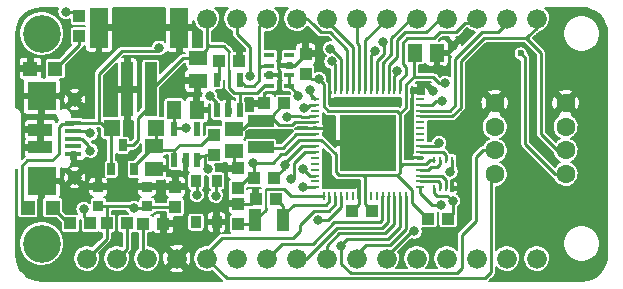
<source format=gbr>
G04 #@! TF.FileFunction,Copper,L1,Top,Signal*
%FSLAX46Y46*%
G04 Gerber Fmt 4.6, Leading zero omitted, Abs format (unit mm)*
G04 Created by KiCad (PCBNEW 4.0.6) date Monday, September 17, 2018 'PMt' 12:21:56 PM*
%MOMM*%
%LPD*%
G01*
G04 APERTURE LIST*
%ADD10C,0.100000*%
%ADD11R,1.500000X1.240000*%
%ADD12R,1.000000X1.075000*%
%ADD13R,1.240000X1.500000*%
%ADD14R,1.200000X1.200000*%
%ADD15R,1.075000X1.000000*%
%ADD16R,0.900000X0.900000*%
%ADD17C,3.200000*%
%ADD18R,2.413000X2.413000*%
%ADD19C,1.143000*%
%ADD20R,1.350000X0.400000*%
%ADD21R,2.000000X1.000000*%
%ADD22R,0.550000X1.200000*%
%ADD23C,1.676400*%
%ADD24R,1.000000X4.600000*%
%ADD25R,1.600000X3.400000*%
%ADD26R,1.100000X1.900000*%
%ADD27R,0.850000X1.000000*%
%ADD28R,0.275000X0.500000*%
%ADD29R,1.400000X1.400000*%
%ADD30R,0.635000X1.016000*%
%ADD31R,0.900000X0.450000*%
%ADD32R,0.220000X0.700000*%
%ADD33R,0.700000X0.220000*%
%ADD34R,4.700000X4.700000*%
%ADD35R,2.200000X1.016000*%
%ADD36C,0.800100*%
%ADD37C,0.806400*%
%ADD38C,1.600000*%
%ADD39C,0.600000*%
%ADD40C,0.250000*%
%ADD41C,0.203200*%
%ADD42C,0.200000*%
G04 APERTURE END LIST*
D10*
D11*
X135142600Y-105646100D03*
X135142600Y-107546100D03*
D12*
X148010100Y-99503400D03*
X148010100Y-97803400D03*
D13*
X136879600Y-102575600D03*
X138779600Y-102575600D03*
D14*
X124696100Y-99074600D03*
X126796100Y-99074600D03*
D15*
X134239900Y-112216006D03*
X135939900Y-112216006D03*
D12*
X128816100Y-94628600D03*
X128816100Y-96328600D03*
D16*
X130449100Y-110693100D03*
X130449100Y-109093100D03*
X134549100Y-109093100D03*
X134549100Y-110693100D03*
D17*
X125641100Y-96113600D03*
X125641100Y-113893600D03*
D18*
X125646100Y-108603600D03*
X125646100Y-101403600D03*
D19*
X128446100Y-101703600D03*
X128446100Y-108303600D03*
D20*
X128321100Y-103703600D03*
X128321100Y-104353600D03*
X128321100Y-105003600D03*
X128321100Y-105653600D03*
X128321100Y-106303600D03*
D21*
X125546100Y-104253600D03*
X125546100Y-105753600D03*
D22*
X136883100Y-106811700D03*
X137833100Y-106811700D03*
X138783100Y-106811700D03*
X138783100Y-104211500D03*
X136883100Y-104211500D03*
D23*
X167551100Y-115163600D03*
X165011100Y-115163600D03*
X162471100Y-115163600D03*
X159931100Y-115163600D03*
X157391100Y-115163600D03*
X154851100Y-115163600D03*
X152311100Y-115163600D03*
X149771100Y-115163600D03*
X147231100Y-115163600D03*
X144691100Y-115163600D03*
X142151100Y-115163600D03*
X139611100Y-115163600D03*
X137071100Y-115163600D03*
X134531100Y-115163600D03*
X131991100Y-115163600D03*
X129451100Y-115163600D03*
D24*
X132896100Y-100829600D03*
X134896100Y-100829600D03*
D25*
X130496100Y-95629600D03*
X137296100Y-95629600D03*
D23*
X139611100Y-94843600D03*
X142151100Y-94843600D03*
X144691100Y-94843600D03*
X147231100Y-94843600D03*
X149771100Y-94843600D03*
X152311100Y-94843600D03*
X154851100Y-94843600D03*
X157391100Y-94843600D03*
X159931100Y-94843600D03*
X162471100Y-94843600D03*
X165011100Y-94843600D03*
X167551100Y-94843600D03*
D22*
X140502600Y-102620700D03*
X141452600Y-102620700D03*
X142402600Y-102620700D03*
X142402600Y-100020500D03*
X140502600Y-100020500D03*
D14*
X126564100Y-110845600D03*
X124464100Y-110845600D03*
D15*
X128080400Y-112179100D03*
X129780400Y-112179100D03*
D11*
X138849100Y-98211600D03*
X138849100Y-100111600D03*
D15*
X140666100Y-98463100D03*
X142366100Y-98463100D03*
D12*
X142303500Y-112216300D03*
X142303500Y-110516300D03*
D15*
X145477600Y-110083600D03*
X143777600Y-110083600D03*
D26*
X143707000Y-111937800D03*
X146107000Y-111937800D03*
D13*
X157215800Y-97764600D03*
X159115800Y-97764600D03*
D27*
X140460700Y-108574900D03*
X140460700Y-112074900D03*
X138710700Y-108574900D03*
X138710700Y-112074900D03*
D28*
X158863600Y-109200800D03*
X159363600Y-109200800D03*
X159863600Y-109200800D03*
X160363600Y-109200800D03*
X158863600Y-106800800D03*
X159363600Y-106800800D03*
X159863600Y-106800800D03*
X160363600Y-106800800D03*
D15*
X160069900Y-111785400D03*
X158369900Y-111785400D03*
D12*
X142227300Y-109219100D03*
X142227300Y-107519100D03*
D15*
X153613306Y-111170803D03*
X151913306Y-111170803D03*
X132841100Y-112179100D03*
X131141100Y-112179100D03*
D29*
X135301600Y-104114600D03*
X131601600Y-104114600D03*
D30*
X132499100Y-105591100D03*
X133449100Y-107591100D03*
X131549100Y-107591100D03*
D31*
X144920600Y-100525100D03*
X146620600Y-100525100D03*
X144920600Y-99625100D03*
X144920600Y-98825100D03*
X144920600Y-97925100D03*
X146620600Y-97925100D03*
X146620600Y-99625100D03*
X146620600Y-98825100D03*
D12*
X140246100Y-106361600D03*
X140246100Y-104661600D03*
X136956800Y-109081200D03*
X136956800Y-110781200D03*
D15*
X143650600Y-108369100D03*
X145350600Y-108369100D03*
D32*
X149513600Y-109834600D03*
X150013600Y-109834600D03*
X150513600Y-109834600D03*
X151013600Y-109834600D03*
X151513600Y-109834600D03*
X152013600Y-109834600D03*
X152513600Y-109834600D03*
X153013600Y-109834600D03*
X153513600Y-109834600D03*
X154013600Y-109834600D03*
X154513600Y-109834600D03*
X155013600Y-109834600D03*
X155513600Y-109834600D03*
X156013600Y-109834600D03*
X156513600Y-109834600D03*
X157013600Y-109834600D03*
D33*
X157713600Y-109134600D03*
X157713600Y-108634600D03*
X157713600Y-108134600D03*
X157713600Y-107634600D03*
X157713600Y-107134600D03*
X157713600Y-106634600D03*
X157713600Y-106134600D03*
X157713600Y-105634600D03*
X157713600Y-105134600D03*
X157713600Y-104634600D03*
X157713600Y-104134600D03*
X157713600Y-103634600D03*
X157713600Y-103134600D03*
X157713600Y-102634600D03*
X157713600Y-102134600D03*
X157713600Y-101634600D03*
D32*
X157013600Y-100934600D03*
X156513600Y-100934600D03*
X156013600Y-100934600D03*
X155513600Y-100934600D03*
X155013600Y-100934600D03*
X154513600Y-100934600D03*
X154013600Y-100934600D03*
X153513600Y-100934600D03*
X153013600Y-100934600D03*
X152513600Y-100934600D03*
X152013600Y-100934600D03*
X151513600Y-100934600D03*
X151013600Y-100934600D03*
X150513600Y-100934600D03*
X150013600Y-100934600D03*
X149513600Y-100934600D03*
D33*
X148813600Y-101634600D03*
X148813600Y-102134600D03*
X148813600Y-102634600D03*
X148813600Y-103134600D03*
X148813600Y-103634600D03*
X148813600Y-104134600D03*
X148813600Y-104634600D03*
X148813600Y-105134600D03*
X148813600Y-105634600D03*
X148813600Y-106134600D03*
X148813600Y-106634600D03*
X148813600Y-107134600D03*
X148813600Y-107634600D03*
X148813600Y-108134600D03*
X148813600Y-108634600D03*
X148813600Y-109134600D03*
D34*
X153263600Y-105384600D03*
D11*
X141897100Y-104180600D03*
X141897100Y-106080600D03*
D35*
X144183100Y-103495600D03*
X144183100Y-105749600D03*
D15*
X146176100Y-102019100D03*
X144476100Y-102019100D03*
D36*
X132816600Y-108813600D03*
X136944100Y-108051600D03*
X141008100Y-107480100D03*
X137325100Y-100114100D03*
X131483100Y-101257100D03*
X130340100Y-107861100D03*
X140881100Y-95605600D03*
X131991100Y-94716600D03*
X135737600Y-94653100D03*
X146532600Y-96748600D03*
X143294100Y-102082600D03*
X132943600Y-104178100D03*
X140881100Y-101320600D03*
D37*
X145961100Y-104686100D03*
X143484600Y-104622600D03*
X153263600Y-107226100D03*
X151485600Y-103606600D03*
X151549100Y-105448100D03*
X151549100Y-107226100D03*
X153454100Y-105765600D03*
X155041600Y-103606600D03*
X149199600Y-98907600D03*
X153390600Y-101892100D03*
X156756100Y-103924100D03*
X149961600Y-108623100D03*
X160439100Y-97193100D03*
X158216600Y-113258600D03*
X158788100Y-101003100D03*
X160375600Y-105829100D03*
X159550100Y-99225100D03*
D38*
X164000000Y-108000000D03*
X164000000Y-106000000D03*
X164000000Y-104000000D03*
X164000000Y-102000000D03*
X170000000Y-108000000D03*
X170000000Y-106000000D03*
X170000000Y-104000000D03*
X170000000Y-102000000D03*
D37*
X147819522Y-102409516D03*
X148374100Y-100901300D03*
X157210100Y-112853700D03*
X155747000Y-99288600D03*
X151006200Y-114060687D03*
X159804100Y-100298200D03*
D36*
X138785600Y-109766100D03*
X137896600Y-104114600D03*
X143548100Y-107035600D03*
D37*
X149136100Y-99987100D03*
D36*
X135610600Y-97320100D03*
X149072600Y-111925100D03*
X127673100Y-94272100D03*
X139865100Y-101384100D03*
X129197100Y-110972600D03*
D39*
X166200000Y-97800000D03*
D36*
X140373100Y-109829600D03*
D37*
X147739100Y-109121600D03*
D36*
X129768600Y-106019600D03*
D37*
X150205006Y-98473694D03*
D36*
X129768600Y-104559100D03*
D37*
X150088600Y-97383600D03*
D36*
X146405600Y-103162100D03*
X133451600Y-110909100D03*
X146215100Y-107226100D03*
X146786600Y-108432600D03*
X139738100Y-107543600D03*
X143294100Y-99733100D03*
D37*
X159432600Y-110591600D03*
X160248600Y-107797600D03*
X160439100Y-110274100D03*
X159296100Y-105384600D03*
X153835100Y-97574100D03*
X154517247Y-96828453D03*
D36*
X147358100Y-101384100D03*
X147739100Y-107543600D03*
D37*
X159550100Y-101828600D03*
D40*
X144476100Y-102019100D02*
X144476100Y-101223900D01*
X145525100Y-99625100D02*
X144920600Y-99625100D01*
X145800000Y-99900000D02*
X145525100Y-99625100D01*
X145800000Y-100900000D02*
X145800000Y-99900000D01*
X145600000Y-101100000D02*
X145800000Y-100900000D01*
X144600000Y-101100000D02*
X145600000Y-101100000D01*
X144476100Y-101223900D02*
X144600000Y-101100000D01*
X132896100Y-100829600D02*
X131910600Y-100829600D01*
X131910600Y-100829600D02*
X131483100Y-101257100D01*
X138779600Y-102575600D02*
X138779600Y-102838600D01*
X142303500Y-110516300D02*
X142416900Y-110516300D01*
X142416900Y-110516300D02*
X142659100Y-110274100D01*
X142303500Y-110516300D02*
X141972400Y-110516300D01*
X141897100Y-106080600D02*
X141897100Y-107188900D01*
X141897100Y-107188900D02*
X142227300Y-107519100D01*
X150013600Y-100934600D02*
X150013600Y-99785100D01*
X157013600Y-100934600D02*
X157013600Y-102124481D01*
X157013600Y-102124481D02*
X157021600Y-102132481D01*
X157021600Y-102132481D02*
X157021600Y-102400100D01*
X142303500Y-110516300D02*
X143344900Y-110516300D01*
X143344900Y-110516300D02*
X143777600Y-110083600D01*
X152513600Y-109834600D02*
X152513600Y-110570509D01*
X152513600Y-110570509D02*
X151913306Y-111170803D01*
X146620600Y-98825100D02*
X146988400Y-98825100D01*
X146988400Y-98825100D02*
X148010100Y-97803400D01*
X148386625Y-102134600D02*
X148813600Y-102134600D01*
X147819522Y-102409516D02*
X148111709Y-102409516D01*
X148111709Y-102409516D02*
X148386625Y-102134600D01*
X148813600Y-101634600D02*
X148374100Y-101195100D01*
X148374100Y-101195100D02*
X148374100Y-100901300D01*
X155513600Y-100934600D02*
X155513600Y-99705600D01*
X155747000Y-99472200D02*
X155747000Y-99288600D01*
X155513600Y-99705600D02*
X155747000Y-99472200D01*
X156974381Y-112853700D02*
X157210100Y-112853700D01*
X154851100Y-115163600D02*
X154851100Y-114976981D01*
X154851100Y-114976981D02*
X156974381Y-112853700D01*
X156513600Y-109834600D02*
X156496200Y-109852000D01*
X155150681Y-113994900D02*
X153073100Y-113994900D01*
X156496200Y-109852000D02*
X156496200Y-112649381D01*
X156496200Y-112649381D02*
X155150681Y-113994900D01*
X153073100Y-113994900D02*
X152311100Y-114756900D01*
X152311100Y-114756900D02*
X152311100Y-115163600D01*
X155513600Y-109834600D02*
X155496200Y-109852000D01*
X154687381Y-113029700D02*
X150825000Y-113029700D01*
X155496200Y-109852000D02*
X155496200Y-111353600D01*
X155496200Y-111353600D02*
X155496200Y-112220881D01*
X155496200Y-112220881D02*
X154687381Y-113029700D01*
X149771100Y-114083600D02*
X149771100Y-115163600D01*
X150825000Y-113029700D02*
X149771100Y-114083600D01*
X155013600Y-109834600D02*
X154996200Y-109852000D01*
X154487481Y-112547100D02*
X150625100Y-112547100D01*
X154996200Y-109852000D02*
X154996200Y-112038381D01*
X154996200Y-112038381D02*
X154487481Y-112547100D01*
X150625100Y-112547100D02*
X148008600Y-115163600D01*
X148008600Y-115163600D02*
X147231100Y-115163600D01*
X145961100Y-113893600D02*
X144691100Y-115163600D01*
X154481006Y-111871075D02*
X154287581Y-112064500D01*
X154513600Y-109834600D02*
X154481006Y-109867194D01*
X154481006Y-109867194D02*
X154481006Y-111871075D01*
X154287581Y-112064500D02*
X150425200Y-112064500D01*
X150425200Y-112064500D02*
X148596100Y-113893600D01*
X148596100Y-113893600D02*
X145961100Y-113893600D01*
X151006200Y-114060687D02*
X151006200Y-115606200D01*
X163000000Y-106000000D02*
X164000000Y-106000000D01*
X162400000Y-106600000D02*
X163000000Y-106000000D01*
X162400000Y-112000000D02*
X162400000Y-106600000D01*
X161200000Y-113200000D02*
X162400000Y-112000000D01*
X161200000Y-116000000D02*
X161200000Y-113200000D01*
X160800000Y-116400000D02*
X161200000Y-116000000D01*
X151800000Y-116400000D02*
X160800000Y-116400000D01*
X151006200Y-115606200D02*
X151800000Y-116400000D01*
X156013600Y-109834600D02*
X155996200Y-109852000D01*
X154950781Y-113512300D02*
X151532900Y-113512300D01*
X155996200Y-109852000D02*
X155996200Y-112466881D01*
X155996200Y-112466881D02*
X154950781Y-113512300D01*
X151532900Y-113512300D02*
X151006200Y-114039000D01*
X151006200Y-114039000D02*
X151006200Y-114060687D01*
X152513600Y-100934600D02*
X152513600Y-97110100D01*
X152513600Y-97110100D02*
X152311100Y-96907600D01*
X152311100Y-96907600D02*
X152311100Y-94843600D01*
X152013600Y-100934600D02*
X152013600Y-97292600D01*
X152013600Y-97292600D02*
X149771100Y-95050100D01*
X149771100Y-95050100D02*
X149771100Y-94843600D01*
X159289700Y-100298200D02*
X159804100Y-100298200D01*
X158788100Y-99796600D02*
X159289700Y-100298200D01*
X157137100Y-99796600D02*
X158788100Y-99796600D01*
X132841100Y-112179100D02*
X132841100Y-114313600D01*
X132841100Y-114313600D02*
X131991100Y-115163600D01*
X136879600Y-102575600D02*
X136879600Y-104208000D01*
X136879600Y-104208000D02*
X136883100Y-104211500D01*
X137896600Y-104114600D02*
X136973000Y-104114600D01*
X136973000Y-104114600D02*
X136879600Y-104208000D01*
X138785600Y-109766100D02*
X138785600Y-108649800D01*
X138785600Y-108649800D02*
X138710700Y-108574900D01*
X148813600Y-105134600D02*
X147417600Y-105134600D01*
X145218688Y-107035600D02*
X143548100Y-107035600D01*
X146208750Y-106343450D02*
X145910838Y-106343450D01*
X145910838Y-106343450D02*
X145218688Y-107035600D01*
X147417600Y-105134600D02*
X146208750Y-106343450D01*
X156513600Y-100934600D02*
X156513600Y-100420100D01*
X156513600Y-100420100D02*
X157137100Y-99796600D01*
X157137100Y-99796600D02*
X157137100Y-97843300D01*
X157137100Y-97843300D02*
X157215800Y-97764600D01*
X148813600Y-105134600D02*
X149330600Y-105134600D01*
X149330600Y-105134600D02*
X150533100Y-106337100D01*
X150533100Y-106337100D02*
X150533100Y-107861100D01*
X150533100Y-107861100D02*
X150787100Y-108115100D01*
X150787100Y-108115100D02*
X152819100Y-108115100D01*
X152819100Y-108115100D02*
X153021606Y-108317606D01*
X157713600Y-107134600D02*
X156276100Y-107134600D01*
X155969200Y-107441500D02*
X155969200Y-107881894D01*
X155969200Y-107881894D02*
X155735994Y-108115100D01*
X156276100Y-107134600D02*
X155969200Y-107441500D01*
X155735994Y-108115100D02*
X152819100Y-108115100D01*
X155969200Y-102887306D02*
X155969200Y-107441500D01*
X156513600Y-102342906D02*
X155969200Y-102887306D01*
X156513600Y-100934600D02*
X156513600Y-102342906D01*
X149513600Y-100934600D02*
X149513600Y-101371706D01*
X149513600Y-101371706D02*
X149519200Y-101377306D01*
X149519200Y-102275200D02*
X149519200Y-101377306D01*
X155969200Y-102887306D02*
X155760894Y-102679000D01*
X153013600Y-109834600D02*
X153013600Y-108325612D01*
X153013600Y-108325612D02*
X153021606Y-108317606D01*
X157013600Y-109834600D02*
X157013600Y-109392706D01*
X157013600Y-109392706D02*
X155735994Y-108115100D01*
X142227300Y-109219100D02*
X143077300Y-108369100D01*
X143077300Y-108369100D02*
X143650600Y-108369100D01*
X143650600Y-108369100D02*
X143650600Y-107138100D01*
X143650600Y-107138100D02*
X143548100Y-107035600D01*
X148010100Y-99503400D02*
X148493800Y-99987100D01*
X148493800Y-99987100D02*
X149136100Y-99987100D01*
X157013600Y-109834600D02*
X157013600Y-110429100D01*
X157013600Y-110429100D02*
X158369900Y-111785400D01*
X155760894Y-102679000D02*
X149923000Y-102679000D01*
X149923000Y-102679000D02*
X149519200Y-102275200D01*
X153013600Y-109834600D02*
X153013600Y-110571097D01*
X153013600Y-110571097D02*
X153613306Y-111170803D01*
X149513600Y-100364600D02*
X149136100Y-99987100D01*
X149513600Y-100934600D02*
X149513600Y-100364600D01*
X157713600Y-107134600D02*
X158181100Y-107134600D01*
X158514900Y-106800800D02*
X158863600Y-106800800D01*
X158181100Y-107134600D02*
X158514900Y-106800800D01*
X144691100Y-94843600D02*
X144087850Y-95446850D01*
X144087850Y-95446850D02*
X144087850Y-99066350D01*
X128321100Y-103703600D02*
X130403600Y-103703600D01*
X130403600Y-103703600D02*
X130682600Y-103703600D01*
X124464100Y-110845600D02*
X124464100Y-110748100D01*
X123990100Y-107289600D02*
X124434600Y-106845100D01*
X124434600Y-106845100D02*
X126530100Y-106845100D01*
X126530100Y-106845100D02*
X127101600Y-106273600D01*
X127101600Y-106273600D02*
X127101600Y-103987600D01*
X127101600Y-103987600D02*
X127355600Y-103733600D01*
X127355600Y-103733600D02*
X128291100Y-103733600D01*
X128291100Y-103733600D02*
X128321100Y-103703600D01*
X132435600Y-97574100D02*
X135356600Y-97574100D01*
X135356600Y-97574100D02*
X135610600Y-97320100D01*
X132435600Y-97574100D02*
X130467100Y-99542600D01*
X130682600Y-103703600D02*
X131093600Y-104114600D01*
X131093600Y-104114600D02*
X131601600Y-104114600D01*
X124464100Y-110845600D02*
X123990100Y-110371600D01*
X123990100Y-110371600D02*
X123990100Y-107289600D01*
X143596581Y-100526850D02*
X142881350Y-100526850D01*
X144087850Y-100035581D02*
X144087850Y-99066350D01*
X142881350Y-100526850D02*
X142402600Y-100048100D01*
X143596581Y-100526850D02*
X144087850Y-100035581D01*
X131549100Y-107591100D02*
X131549100Y-104167100D01*
X131549100Y-104167100D02*
X131601600Y-104114600D01*
X142402600Y-100048100D02*
X142402600Y-100020500D01*
X144329100Y-98825100D02*
X144920600Y-98825100D01*
X144087850Y-99066350D02*
X144329100Y-98825100D01*
X130467100Y-103640100D02*
X130403600Y-103703600D01*
X130467100Y-99542600D02*
X130467100Y-103640100D01*
X134896100Y-102162100D02*
X134896100Y-100876100D01*
X134896100Y-100876100D02*
X134896100Y-100829600D01*
X141516100Y-97637600D02*
X141071600Y-97193100D01*
X139801600Y-97193100D02*
X141071600Y-97193100D01*
X144920600Y-100525100D02*
X145169100Y-100525100D01*
D41*
X141516100Y-97637600D02*
X141516100Y-99225100D01*
D40*
X141960600Y-101130100D02*
X142468600Y-101130100D01*
X142468600Y-101130100D02*
X143865600Y-101130100D01*
X141516100Y-99225100D02*
X141516100Y-100685600D01*
X141516100Y-100685600D02*
X141960600Y-101130100D01*
X133832600Y-103225600D02*
X134896100Y-102162100D01*
X133832600Y-103225600D02*
X133832600Y-105146600D01*
X133832600Y-105146600D02*
X133388100Y-105591100D01*
X133388100Y-105591100D02*
X132499100Y-105591100D01*
X139611100Y-94843600D02*
X139611100Y-97002600D01*
X139611100Y-97002600D02*
X139801600Y-97193100D01*
X138849100Y-98211600D02*
X139611100Y-97449600D01*
X139611100Y-97449600D02*
X139611100Y-97002600D01*
X138849100Y-98211600D02*
X137576600Y-98211600D01*
X134912100Y-100876100D02*
X134896100Y-100876100D01*
X137576600Y-98211600D02*
X134912100Y-100876100D01*
X143865600Y-101130100D02*
X144470600Y-100525100D01*
X144470600Y-100525100D02*
X144920600Y-100525100D01*
X142402600Y-102620700D02*
X142468600Y-102554700D01*
X142468600Y-102554700D02*
X142468600Y-101130100D01*
X126796100Y-99074600D02*
X128816100Y-97054600D01*
X128816100Y-97054600D02*
X128816100Y-96328600D01*
X134239900Y-112216006D02*
X134239900Y-114872400D01*
X134239900Y-114872400D02*
X134531100Y-115163600D01*
X151013600Y-109834600D02*
X151013600Y-110793600D01*
X149882100Y-111925100D02*
X149072600Y-111925100D01*
X151013600Y-110793600D02*
X149882100Y-111925100D01*
X151513600Y-100934600D02*
X151513600Y-97475100D01*
X128816100Y-94628600D02*
X128459600Y-94272100D01*
X128459600Y-94272100D02*
X127673100Y-94272100D01*
X151513600Y-97475100D02*
X150050500Y-96012000D01*
X149287131Y-96012000D02*
X148602700Y-95327569D01*
X148602700Y-95327569D02*
X148602700Y-95326200D01*
X150050500Y-96012000D02*
X149287131Y-96012000D01*
X148120100Y-94843600D02*
X147231100Y-94843600D01*
X148602700Y-95326200D02*
X148120100Y-94843600D01*
X139611100Y-115163600D02*
X141297502Y-116850002D01*
X163700000Y-116300000D02*
X163700000Y-108300000D01*
X163149998Y-116850002D02*
X163700000Y-116300000D01*
X141297502Y-116850002D02*
X163149998Y-116850002D01*
X163700000Y-108300000D02*
X164000000Y-108000000D01*
X140944600Y-113385600D02*
X146923100Y-113385600D01*
X148691600Y-111099600D02*
X149961600Y-111099600D01*
X150513600Y-110547600D02*
X150513600Y-109834600D01*
X149961600Y-111099600D02*
X150513600Y-110547600D01*
X140944600Y-113385600D02*
X139611100Y-114719100D01*
X139611100Y-114719100D02*
X139611100Y-115163600D01*
X146923100Y-113385600D02*
X147485100Y-112823600D01*
X147485100Y-112823600D02*
X147485100Y-112306100D01*
X147485100Y-112306100D02*
X148691600Y-111099600D01*
X126564100Y-110845600D02*
X126950100Y-110845600D01*
X126564100Y-110845600D02*
X127897600Y-112179100D01*
X127897600Y-112179100D02*
X128080400Y-112179100D01*
X129197100Y-110972600D02*
X129197100Y-111036100D01*
X129780400Y-112179100D02*
X129197100Y-111595800D01*
X129197100Y-111595800D02*
X129197100Y-110972600D01*
X140502600Y-102620700D02*
X140502600Y-102021600D01*
X140502600Y-102021600D02*
X139865100Y-101384100D01*
X140666100Y-98463100D02*
X140666100Y-100020500D01*
X140666100Y-100020500D02*
X140502600Y-100020500D01*
X169100000Y-108000000D02*
X170000000Y-108000000D01*
X166600000Y-105500000D02*
X169100000Y-108000000D01*
X166600000Y-98200000D02*
X166600000Y-105500000D01*
X166200000Y-97800000D02*
X166600000Y-98200000D01*
X157713600Y-102634600D02*
X160220600Y-102634600D01*
X160220600Y-102634600D02*
X160655000Y-102200200D01*
X162995100Y-95986600D02*
X164249100Y-95986600D01*
X162906200Y-96012000D02*
X162969700Y-96012000D01*
X162969700Y-96012000D02*
X162995100Y-95986600D01*
X160655000Y-98263200D02*
X162906200Y-96012000D01*
X164249100Y-95986600D02*
X165011100Y-95224600D01*
X165011100Y-95224600D02*
X165011100Y-94843600D01*
X160655000Y-102200200D02*
X160655000Y-99796600D01*
X160655000Y-99796600D02*
X160655000Y-98263200D01*
X170000000Y-106000000D02*
X169300000Y-106000000D01*
X169300000Y-106000000D02*
X167900000Y-104600000D01*
X167900000Y-104600000D02*
X167900000Y-97732500D01*
X167900000Y-97732500D02*
X166662100Y-96494600D01*
X166662100Y-96494600D02*
X166794600Y-96494600D01*
X166794600Y-96494600D02*
X166800000Y-96500000D01*
X166800000Y-96500000D02*
X166800000Y-96356700D01*
X157713600Y-103134600D02*
X160403100Y-103134600D01*
X160403100Y-103134600D02*
X161137600Y-102400100D01*
X163106100Y-96494600D02*
X166662100Y-96494600D01*
X166662100Y-96494600D02*
X166800000Y-96356700D01*
X166800000Y-96356700D02*
X167551100Y-95605600D01*
X167551100Y-95605600D02*
X167551100Y-94843600D01*
X161137600Y-102400100D02*
X161137600Y-98463100D01*
X161137600Y-98463100D02*
X163106100Y-96494600D01*
X154513600Y-100934600D02*
X154513600Y-98615287D01*
X154513600Y-98615287D02*
X155250656Y-97878231D01*
X155250656Y-97878231D02*
X155250656Y-96476044D01*
X156883100Y-94843600D02*
X157391100Y-94843600D01*
X155250656Y-96476044D02*
X156883100Y-94843600D01*
X140373100Y-109829600D02*
X140412500Y-109790200D01*
X140460700Y-108574900D02*
X140373100Y-108662500D01*
X140373100Y-108662500D02*
X140373100Y-109829600D01*
X148813600Y-109134600D02*
X147752100Y-109134600D01*
X147752100Y-109134600D02*
X147739100Y-109121600D01*
X155013600Y-100934600D02*
X155013600Y-98797787D01*
X155013600Y-98797787D02*
X155733256Y-98078131D01*
X155733256Y-98078131D02*
X155733256Y-96685100D01*
X155733256Y-96685100D02*
X156406356Y-96012000D01*
X156406356Y-96012000D02*
X158192569Y-96012000D01*
X159360969Y-94843600D02*
X159931100Y-94843600D01*
X158192569Y-96012000D02*
X159360969Y-94843600D01*
X162471100Y-95223900D02*
X162471100Y-94843600D01*
X156480400Y-99592387D02*
X156480400Y-99373800D01*
X156480400Y-99373800D02*
X156502100Y-99352100D01*
X156013600Y-100934600D02*
X156013600Y-100059188D01*
X156013600Y-100059188D02*
X156480400Y-99592387D01*
X156502100Y-99352100D02*
X156480400Y-99330400D01*
X156480400Y-99330400D02*
X156480400Y-98984812D01*
X156480400Y-98984812D02*
X156215856Y-98720269D01*
X161520669Y-95223900D02*
X162471100Y-95223900D01*
X160732569Y-96012000D02*
X161520669Y-95223900D01*
X156215856Y-98720269D02*
X156215856Y-96885000D01*
X156215856Y-96885000D02*
X156606256Y-96494600D01*
X156606256Y-96494600D02*
X158900469Y-96494600D01*
X158900469Y-96494600D02*
X159383069Y-96012000D01*
X159383069Y-96012000D02*
X160732569Y-96012000D01*
X153013600Y-96681100D02*
X154851100Y-94843600D01*
X153013600Y-100934600D02*
X153013600Y-96681100D01*
X128321100Y-105003600D02*
X129070100Y-105003600D01*
X129070100Y-105003600D02*
X129578100Y-105511600D01*
X129578100Y-105511600D02*
X129578100Y-106019600D01*
X129578100Y-106019600D02*
X129768600Y-106019600D01*
X150513600Y-98782287D02*
X150205006Y-98473694D01*
X150513600Y-100934600D02*
X150513600Y-98782287D01*
X128321100Y-104353600D02*
X129563100Y-104353600D01*
X129563100Y-104353600D02*
X129768600Y-104559100D01*
X151013600Y-100934600D02*
X151013600Y-98245100D01*
X150152100Y-97383600D02*
X150088600Y-97383600D01*
X151013600Y-98245100D02*
X150152100Y-97383600D01*
X131165600Y-110693100D02*
X132981600Y-110693100D01*
X131165600Y-110693100D02*
X130449100Y-110693100D01*
X131141100Y-112179100D02*
X131141100Y-113473600D01*
X131141100Y-113473600D02*
X129451100Y-115163600D01*
X146433100Y-103134600D02*
X146405600Y-103162100D01*
X148813600Y-103134600D02*
X148258631Y-103134600D01*
X148258631Y-103134600D02*
X148250313Y-103142919D01*
X148250313Y-103142919D02*
X147642738Y-103142919D01*
X147642738Y-103142919D02*
X147634419Y-103134600D01*
X147634419Y-103134600D02*
X146433100Y-103134600D01*
X131141100Y-112179100D02*
X131141100Y-110717600D01*
X131141100Y-110717600D02*
X131165600Y-110693100D01*
X132981600Y-110693100D02*
X133197600Y-110909100D01*
X133197600Y-110909100D02*
X133451600Y-110909100D01*
X134549100Y-110693100D02*
X134333100Y-110909100D01*
X134333100Y-110909100D02*
X133451600Y-110909100D01*
X134637200Y-110781200D02*
X134549100Y-110693100D01*
X136956800Y-110781200D02*
X134637200Y-110781200D01*
X148813600Y-105634600D02*
X147679600Y-105634600D01*
X145350600Y-108369100D02*
X146215100Y-107504600D01*
X146215100Y-107504600D02*
X146215100Y-107226100D01*
X146215100Y-107099100D02*
X146215100Y-107226100D01*
X147679600Y-105634600D02*
X146215100Y-107099100D01*
X146977100Y-107099100D02*
X146977100Y-108242100D01*
X146977100Y-108242100D02*
X146786600Y-108432600D01*
X148813600Y-106134600D02*
X147941600Y-106134600D01*
X147941600Y-106134600D02*
X146977100Y-107099100D01*
D41*
X144627600Y-109258100D02*
X144627600Y-110845600D01*
D40*
X144627600Y-109258100D02*
X146151600Y-109258100D01*
X146151600Y-109258100D02*
X146342100Y-109448600D01*
X149513600Y-109834600D02*
X148063288Y-109834600D01*
X148042888Y-109855000D02*
X148063288Y-109834600D01*
X144627600Y-110845600D02*
X144627600Y-111017200D01*
X144627600Y-111017200D02*
X143707000Y-111937800D01*
X142303500Y-112216300D02*
X143428500Y-112216300D01*
X143428500Y-112216300D02*
X143707000Y-111937800D01*
X146342100Y-109448600D02*
X146748500Y-109855000D01*
X146748500Y-109855000D02*
X148042888Y-109855000D01*
X149747075Y-110591600D02*
X146990556Y-110591600D01*
X150013600Y-109834600D02*
X150013600Y-110325075D01*
X150013600Y-110325075D02*
X149747075Y-110591600D01*
X146990556Y-110591600D02*
X146107000Y-111475156D01*
X146107000Y-111475156D02*
X146107000Y-111937800D01*
X145477600Y-110083600D02*
X146107000Y-110713000D01*
X146107000Y-110713000D02*
X146107000Y-111937800D01*
X138783100Y-106811700D02*
X139130700Y-106464100D01*
X139130700Y-106464100D02*
X139484100Y-106464100D01*
X139484100Y-106464100D02*
X139586600Y-106361600D01*
X139586600Y-106361600D02*
X140246100Y-106361600D01*
X143294100Y-99733100D02*
X143294100Y-97256600D01*
X143294100Y-97256600D02*
X142151100Y-96113600D01*
X142151100Y-96113600D02*
X142151100Y-94843600D01*
X139484100Y-106464100D02*
X139484100Y-107289600D01*
X139484100Y-107289600D02*
X139738100Y-107543600D01*
X136883100Y-106811700D02*
X136883100Y-105953600D01*
X136883100Y-105953600D02*
X137325100Y-105511600D01*
X137325100Y-105511600D02*
X139166600Y-105511600D01*
X139166600Y-105511600D02*
X140016600Y-104661600D01*
X140016600Y-104661600D02*
X140246100Y-104661600D01*
X133449100Y-107591100D02*
X133449100Y-107339600D01*
X133449100Y-107339600D02*
X135142600Y-105646100D01*
X136883100Y-105953600D02*
X135450100Y-105953600D01*
X135450100Y-105953600D02*
X135142600Y-105646100D01*
X135301600Y-104114600D02*
X135301600Y-105487100D01*
X135301600Y-105487100D02*
X135142600Y-105646100D01*
X157713600Y-109134600D02*
X157713600Y-109644100D01*
X157713600Y-109644100D02*
X158661100Y-110591600D01*
X158661100Y-110591600D02*
X159432600Y-110591600D01*
X160363600Y-106800800D02*
X160363600Y-107682600D01*
X160363600Y-107682600D02*
X160248600Y-107797600D01*
X159363600Y-109200800D02*
X159363600Y-108754100D01*
X159363600Y-108754100D02*
X159226700Y-108617200D01*
X157731000Y-108617200D02*
X157713600Y-108634600D01*
X159226700Y-108617200D02*
X157731000Y-108617200D01*
X159846200Y-106783400D02*
X159863600Y-106800800D01*
X159591375Y-106134600D02*
X159846200Y-106389425D01*
X159846200Y-106389425D02*
X159846200Y-106783400D01*
X157713600Y-106134600D02*
X159591375Y-106134600D01*
X157713600Y-105634600D02*
X159046100Y-105634600D01*
X159046100Y-105634600D02*
X159296100Y-105384600D01*
X159101825Y-109833000D02*
X159994600Y-109833000D01*
X159994600Y-109833000D02*
X160439100Y-110277500D01*
X160439100Y-110277500D02*
X160439100Y-110274100D01*
X160069900Y-111785400D02*
X160439100Y-111416200D01*
X160439100Y-111416200D02*
X160439100Y-110277500D01*
X158863600Y-109200800D02*
X158863600Y-109594775D01*
X158863600Y-109594775D02*
X159101825Y-109833000D01*
X153513600Y-97895600D02*
X153835100Y-97574100D01*
X153513600Y-100934600D02*
X153513600Y-97895600D01*
X154013600Y-100934600D02*
X154013600Y-98432787D01*
X154013600Y-98432787D02*
X154632000Y-97814387D01*
X154632000Y-96943206D02*
X154517247Y-96828453D01*
X154632000Y-97814387D02*
X154632000Y-96943206D01*
X146620600Y-99625100D02*
X146620600Y-100525100D01*
X148813600Y-108134600D02*
X148330100Y-108134600D01*
X148330100Y-108134600D02*
X147739100Y-107543600D01*
X146620600Y-100525100D02*
X147358100Y-101262600D01*
X147358100Y-101262600D02*
X147358100Y-101384100D01*
X159359600Y-107099100D02*
X159359600Y-107162600D01*
X159359600Y-107162600D02*
X159105600Y-107416600D01*
X159105600Y-107416600D02*
X158605600Y-107416600D01*
X158605600Y-107416600D02*
X158601600Y-107412600D01*
X158601600Y-107412600D02*
X158379600Y-107634600D01*
X158379600Y-107634600D02*
X157713600Y-107634600D01*
X159359600Y-107099100D02*
X159359600Y-106804800D01*
X159359600Y-106804800D02*
X159363600Y-106800800D01*
X157713600Y-108134600D02*
X159506100Y-108134600D01*
X159506100Y-108134600D02*
X159867600Y-108496100D01*
X159867600Y-108496100D02*
X159863600Y-108500100D01*
X159863600Y-108500100D02*
X159863600Y-109200800D01*
X146835081Y-103892350D02*
X145738850Y-103892350D01*
X145738850Y-103892350D02*
X145199100Y-103352600D01*
X145199100Y-103352600D02*
X144326100Y-103352600D01*
X144326100Y-103352600D02*
X144183100Y-103495600D01*
X146176100Y-102019100D02*
X146088100Y-102107100D01*
X143357600Y-103479600D02*
X144167100Y-103479600D01*
X144167100Y-103479600D02*
X144183100Y-103495600D01*
X148813600Y-103634600D02*
X147092831Y-103634600D01*
X147092831Y-103634600D02*
X146835081Y-103892350D01*
X146176100Y-102019100D02*
X145199100Y-102996100D01*
X145199100Y-102996100D02*
X145199100Y-103352600D01*
X141897100Y-104180600D02*
X142656600Y-104180600D01*
X142656600Y-104180600D02*
X143357600Y-103479600D01*
X147187600Y-104634600D02*
X148813600Y-104634600D01*
X147187600Y-104634600D02*
X146056600Y-105765600D01*
X146056600Y-105765600D02*
X144199100Y-105765600D01*
X144199100Y-105765600D02*
X144183100Y-105749600D01*
X157713600Y-102134600D02*
X158736100Y-102134600D01*
X158736100Y-102134600D02*
X159042100Y-101828600D01*
X159042100Y-101828600D02*
X159550100Y-101828600D01*
D42*
G36*
X171781266Y-93991596D02*
X172185433Y-94113621D01*
X172558198Y-94311823D01*
X172885364Y-94578653D01*
X173154477Y-94903956D01*
X173355276Y-95275325D01*
X173480118Y-95678625D01*
X173526100Y-96116114D01*
X173526100Y-113885287D01*
X173525037Y-113894764D01*
X173525000Y-113900000D01*
X173525000Y-114886480D01*
X173483104Y-115313766D01*
X173361079Y-115717933D01*
X173162877Y-116090698D01*
X172896047Y-116417864D01*
X172570744Y-116686977D01*
X172199374Y-116887776D01*
X171796075Y-117012618D01*
X171358587Y-117058600D01*
X163542440Y-117058600D01*
X164000520Y-116600521D01*
X164025463Y-116570155D01*
X164050673Y-116540111D01*
X164051747Y-116538157D01*
X164053169Y-116536426D01*
X164071733Y-116501804D01*
X164090633Y-116467425D01*
X164091309Y-116465293D01*
X164092364Y-116463326D01*
X164103832Y-116425815D01*
X164115713Y-116388362D01*
X164115962Y-116386140D01*
X164116615Y-116384005D01*
X164120581Y-116344959D01*
X164124959Y-116305934D01*
X164124989Y-116301571D01*
X164124998Y-116301484D01*
X164124990Y-116301403D01*
X164125000Y-116300000D01*
X164125000Y-115884590D01*
X164269841Y-116034577D01*
X164453131Y-116161967D01*
X164657675Y-116251330D01*
X164875681Y-116299262D01*
X165098844Y-116303936D01*
X165318665Y-116265176D01*
X165526772Y-116184457D01*
X165715236Y-116064853D01*
X165876881Y-115910922D01*
X166005547Y-115728525D01*
X166096336Y-115524610D01*
X166145789Y-115306944D01*
X166146454Y-115259303D01*
X166411404Y-115259303D01*
X166451698Y-115478848D01*
X166533868Y-115686386D01*
X166654784Y-115874011D01*
X166809841Y-116034577D01*
X166993131Y-116161967D01*
X167197675Y-116251330D01*
X167415681Y-116299262D01*
X167638844Y-116303936D01*
X167858665Y-116265176D01*
X168066772Y-116184457D01*
X168255236Y-116064853D01*
X168416881Y-115910922D01*
X168545547Y-115728525D01*
X168636336Y-115524610D01*
X168685789Y-115306944D01*
X168689349Y-115051994D01*
X168645993Y-114833032D01*
X168560933Y-114626662D01*
X168437409Y-114440744D01*
X168280126Y-114282359D01*
X168095075Y-114157540D01*
X167889303Y-114071041D01*
X167670650Y-114026158D01*
X167592141Y-114025610D01*
X169789036Y-114025610D01*
X169844616Y-114328445D01*
X169957959Y-114614716D01*
X170124748Y-114873521D01*
X170338628Y-115095001D01*
X170591454Y-115270719D01*
X170873596Y-115393984D01*
X171174306Y-115460099D01*
X171482132Y-115466547D01*
X171785347Y-115413082D01*
X172072403Y-115301741D01*
X172332366Y-115136763D01*
X172555333Y-114924434D01*
X172732813Y-114672841D01*
X172858044Y-114391567D01*
X172926257Y-114091325D01*
X172931168Y-113739654D01*
X172871364Y-113437624D01*
X172754035Y-113152963D01*
X172583650Y-112896512D01*
X172366698Y-112678041D01*
X172111443Y-112505869D01*
X171827608Y-112386556D01*
X171526004Y-112324645D01*
X171218118Y-112322496D01*
X170915679Y-112380189D01*
X170630206Y-112495528D01*
X170372572Y-112664119D01*
X170152591Y-112879540D01*
X169978641Y-113133587D01*
X169857349Y-113416582D01*
X169793335Y-113717747D01*
X169789036Y-114025610D01*
X167592141Y-114025610D01*
X167447443Y-114024600D01*
X167228184Y-114066426D01*
X167021225Y-114150043D01*
X166834449Y-114272266D01*
X166674970Y-114428439D01*
X166548862Y-114612615D01*
X166460929Y-114817777D01*
X166414521Y-115036112D01*
X166411404Y-115259303D01*
X166146454Y-115259303D01*
X166149349Y-115051994D01*
X166105993Y-114833032D01*
X166020933Y-114626662D01*
X165897409Y-114440744D01*
X165740126Y-114282359D01*
X165555075Y-114157540D01*
X165349303Y-114071041D01*
X165130650Y-114026158D01*
X164907443Y-114024600D01*
X164688184Y-114066426D01*
X164481225Y-114150043D01*
X164294449Y-114272266D01*
X164134970Y-114428439D01*
X164125000Y-114443000D01*
X164125000Y-109094976D01*
X164297243Y-109064605D01*
X164498365Y-108986595D01*
X164680504Y-108871006D01*
X164836723Y-108722240D01*
X164961072Y-108545965D01*
X165048814Y-108348894D01*
X165096606Y-108138534D01*
X165100047Y-107892139D01*
X165058146Y-107680527D01*
X164975941Y-107481083D01*
X164856563Y-107301404D01*
X164704559Y-107148335D01*
X164525718Y-107027705D01*
X164461727Y-107000806D01*
X164498365Y-106986595D01*
X164680504Y-106871006D01*
X164836723Y-106722240D01*
X164961072Y-106545965D01*
X165048814Y-106348894D01*
X165096606Y-106138534D01*
X165100047Y-105892139D01*
X165058146Y-105680527D01*
X164975941Y-105481083D01*
X164856563Y-105301404D01*
X164704559Y-105148335D01*
X164525718Y-105027705D01*
X164461727Y-105000806D01*
X164498365Y-104986595D01*
X164680504Y-104871006D01*
X164836723Y-104722240D01*
X164961072Y-104545965D01*
X165048814Y-104348894D01*
X165096606Y-104138534D01*
X165100047Y-103892139D01*
X165058146Y-103680527D01*
X164975941Y-103481083D01*
X164856563Y-103301404D01*
X164704559Y-103148335D01*
X164554493Y-103047114D01*
X164627606Y-102910449D01*
X164000000Y-102282843D01*
X163372394Y-102910449D01*
X163445940Y-103047924D01*
X163307401Y-103138581D01*
X163153274Y-103289513D01*
X163031399Y-103467507D01*
X162946417Y-103665784D01*
X162901566Y-103876791D01*
X162898555Y-104092491D01*
X162937496Y-104304668D01*
X163016909Y-104505240D01*
X163133766Y-104686568D01*
X163283619Y-104841745D01*
X163460758Y-104964860D01*
X163539921Y-104999446D01*
X163487909Y-105020460D01*
X163307401Y-105138581D01*
X163153274Y-105289513D01*
X163031399Y-105467507D01*
X162984684Y-105576502D01*
X162960913Y-105578832D01*
X162921821Y-105582253D01*
X162919678Y-105582876D01*
X162917450Y-105583094D01*
X162879822Y-105594455D01*
X162842168Y-105605394D01*
X162840185Y-105606422D01*
X162838045Y-105607068D01*
X162803378Y-105625501D01*
X162768528Y-105643565D01*
X162766781Y-105644959D01*
X162764809Y-105646008D01*
X162734401Y-105670808D01*
X162703704Y-105695313D01*
X162700601Y-105698374D01*
X162700530Y-105698432D01*
X162700475Y-105698498D01*
X162699480Y-105699480D01*
X162099480Y-106299480D01*
X162074576Y-106329799D01*
X162049327Y-106359889D01*
X162048251Y-106361846D01*
X162046831Y-106363575D01*
X162028289Y-106398157D01*
X162009367Y-106432575D01*
X162008690Y-106434709D01*
X162007636Y-106436675D01*
X161996172Y-106474171D01*
X161984287Y-106511638D01*
X161984038Y-106513860D01*
X161983385Y-106515995D01*
X161979419Y-106555041D01*
X161975041Y-106594066D01*
X161975011Y-106598429D01*
X161975002Y-106598516D01*
X161975010Y-106598597D01*
X161975000Y-106600000D01*
X161975000Y-111823959D01*
X160899480Y-112899480D01*
X160874576Y-112929799D01*
X160849327Y-112959889D01*
X160848251Y-112961846D01*
X160846831Y-112963575D01*
X160828289Y-112998157D01*
X160809367Y-113032575D01*
X160808690Y-113034709D01*
X160807636Y-113036675D01*
X160796172Y-113074171D01*
X160784287Y-113111638D01*
X160784038Y-113113860D01*
X160783385Y-113115995D01*
X160779419Y-113155041D01*
X160775041Y-113194066D01*
X160775011Y-113198429D01*
X160775002Y-113198516D01*
X160775010Y-113198597D01*
X160775000Y-113200000D01*
X160775000Y-114398038D01*
X160660126Y-114282359D01*
X160475075Y-114157540D01*
X160269303Y-114071041D01*
X160050650Y-114026158D01*
X159827443Y-114024600D01*
X159608184Y-114066426D01*
X159401225Y-114150043D01*
X159214449Y-114272266D01*
X159054970Y-114428439D01*
X158928862Y-114612615D01*
X158840929Y-114817777D01*
X158794521Y-115036112D01*
X158791404Y-115259303D01*
X158831698Y-115478848D01*
X158913868Y-115686386D01*
X159034784Y-115874011D01*
X159132308Y-115975000D01*
X158189592Y-115975000D01*
X158256881Y-115910922D01*
X158385547Y-115728525D01*
X158476336Y-115524610D01*
X158525789Y-115306944D01*
X158529349Y-115051994D01*
X158485993Y-114833032D01*
X158400933Y-114626662D01*
X158277409Y-114440744D01*
X158120126Y-114282359D01*
X157935075Y-114157540D01*
X157729303Y-114071041D01*
X157510650Y-114026158D01*
X157287443Y-114024600D01*
X157068184Y-114066426D01*
X156861225Y-114150043D01*
X156674449Y-114272266D01*
X156514970Y-114428439D01*
X156388862Y-114612615D01*
X156300929Y-114817777D01*
X156254521Y-115036112D01*
X156251404Y-115259303D01*
X156291698Y-115478848D01*
X156373868Y-115686386D01*
X156494784Y-115874011D01*
X156592308Y-115975000D01*
X155649592Y-115975000D01*
X155716881Y-115910922D01*
X155845547Y-115728525D01*
X155936336Y-115524610D01*
X155985789Y-115306944D01*
X155989349Y-115051994D01*
X155945993Y-114833032D01*
X155860933Y-114626662D01*
X155837591Y-114591530D01*
X156930265Y-113498857D01*
X156991748Y-113525718D01*
X157126436Y-113555331D01*
X157264310Y-113558219D01*
X157400119Y-113534273D01*
X157528691Y-113484403D01*
X157645128Y-113410510D01*
X157744994Y-113315408D01*
X157824487Y-113202720D01*
X157880578Y-113076738D01*
X157911130Y-112942261D01*
X157913330Y-112784748D01*
X157886544Y-112649470D01*
X157860735Y-112586851D01*
X158907400Y-112586851D01*
X158955174Y-112583041D01*
X159036203Y-112557948D01*
X159107034Y-112511274D01*
X159162057Y-112446715D01*
X159196916Y-112369382D01*
X159208851Y-112285400D01*
X159208851Y-111285400D01*
X159206856Y-111260389D01*
X159214248Y-111263618D01*
X159233445Y-111267839D01*
X159230949Y-111285400D01*
X159230949Y-112285400D01*
X159234759Y-112333174D01*
X159259852Y-112414203D01*
X159306526Y-112485034D01*
X159371085Y-112540057D01*
X159448418Y-112574916D01*
X159532400Y-112586851D01*
X160607400Y-112586851D01*
X160655174Y-112583041D01*
X160736203Y-112557948D01*
X160807034Y-112511274D01*
X160862057Y-112446715D01*
X160896916Y-112369382D01*
X160908851Y-112285400D01*
X160908851Y-111285400D01*
X160905041Y-111237626D01*
X160879948Y-111156597D01*
X160864100Y-111132547D01*
X160864100Y-110837274D01*
X160874128Y-110830910D01*
X160973994Y-110735808D01*
X161053487Y-110623120D01*
X161109578Y-110497138D01*
X161140130Y-110362661D01*
X161142330Y-110205148D01*
X161115544Y-110069870D01*
X161062993Y-109942370D01*
X160986677Y-109827507D01*
X160889505Y-109729654D01*
X160824948Y-109686110D01*
X160855576Y-109640271D01*
X160885728Y-109567475D01*
X160901100Y-109490196D01*
X160901100Y-109425800D01*
X160801100Y-109325800D01*
X160432350Y-109325800D01*
X160432350Y-109420800D01*
X160302551Y-109420800D01*
X160302551Y-108950800D01*
X160298741Y-108903026D01*
X160294850Y-108890461D01*
X160294850Y-108650800D01*
X160432350Y-108650800D01*
X160432350Y-109075800D01*
X160801100Y-109075800D01*
X160901100Y-108975800D01*
X160901100Y-108911404D01*
X160885728Y-108834125D01*
X160855576Y-108761329D01*
X160811801Y-108695815D01*
X160756086Y-108640100D01*
X160690571Y-108596325D01*
X160617776Y-108566172D01*
X160540497Y-108550800D01*
X160532350Y-108550800D01*
X160432350Y-108650800D01*
X160294850Y-108650800D01*
X160288600Y-108644550D01*
X160288600Y-108537155D01*
X160292430Y-108501902D01*
X160302810Y-108502119D01*
X160438619Y-108478173D01*
X160567191Y-108428303D01*
X160683628Y-108354410D01*
X160783494Y-108259308D01*
X160862987Y-108146620D01*
X160919078Y-108020638D01*
X160949630Y-107886161D01*
X160951830Y-107728648D01*
X160925044Y-107593370D01*
X160872493Y-107465870D01*
X160796177Y-107351007D01*
X160788600Y-107343377D01*
X160788600Y-107139254D01*
X160790616Y-107134782D01*
X160802551Y-107050800D01*
X160802551Y-106550800D01*
X160798741Y-106503026D01*
X160773648Y-106421997D01*
X160726974Y-106351166D01*
X160662415Y-106296143D01*
X160585082Y-106261284D01*
X160501100Y-106249349D01*
X160245965Y-106249349D01*
X160240807Y-106231593D01*
X160239777Y-106229605D01*
X160239132Y-106227470D01*
X160220718Y-106192838D01*
X160202635Y-106157953D01*
X160201241Y-106156207D01*
X160200192Y-106154234D01*
X160175362Y-106123789D01*
X160150887Y-106093130D01*
X160147827Y-106090028D01*
X160147768Y-106089955D01*
X160147701Y-106089899D01*
X160146720Y-106088905D01*
X159891895Y-105834080D01*
X159861576Y-105809176D01*
X159858820Y-105806863D01*
X159910487Y-105733620D01*
X159966578Y-105607638D01*
X159997130Y-105473161D01*
X159999330Y-105315648D01*
X159972544Y-105180370D01*
X159919993Y-105052870D01*
X159843677Y-104938007D01*
X159746505Y-104840154D01*
X159632177Y-104763039D01*
X159505048Y-104709598D01*
X159369960Y-104681869D01*
X159232059Y-104680906D01*
X159096597Y-104706747D01*
X158968734Y-104758407D01*
X158853340Y-104833918D01*
X158754811Y-104930405D01*
X158676900Y-105044192D01*
X158622574Y-105170945D01*
X158614358Y-105209600D01*
X158365051Y-105209600D01*
X158365051Y-105024600D01*
X158361241Y-104976826D01*
X158336148Y-104895797D01*
X158328233Y-104883785D01*
X158353116Y-104828582D01*
X158365051Y-104744600D01*
X158365051Y-104524600D01*
X158361241Y-104476826D01*
X158336148Y-104395797D01*
X158328233Y-104383785D01*
X158353116Y-104328582D01*
X158365051Y-104244600D01*
X158365051Y-104024600D01*
X158361241Y-103976826D01*
X158336148Y-103895797D01*
X158328233Y-103883785D01*
X158353116Y-103828582D01*
X158365051Y-103744600D01*
X158365051Y-103559600D01*
X160403100Y-103559600D01*
X160442191Y-103555767D01*
X160481279Y-103552347D01*
X160483422Y-103551724D01*
X160485650Y-103551506D01*
X160523231Y-103540159D01*
X160560932Y-103529207D01*
X160562920Y-103528177D01*
X160565055Y-103527532D01*
X160599687Y-103509118D01*
X160634572Y-103491035D01*
X160636318Y-103489641D01*
X160638291Y-103488592D01*
X160668736Y-103463762D01*
X160699395Y-103439287D01*
X160702497Y-103436227D01*
X160702570Y-103436168D01*
X160702626Y-103436101D01*
X160703620Y-103435120D01*
X161438120Y-102700620D01*
X161463024Y-102670301D01*
X161488273Y-102640211D01*
X161489349Y-102638254D01*
X161490769Y-102636525D01*
X161509311Y-102601943D01*
X161528233Y-102567525D01*
X161528910Y-102565391D01*
X161529964Y-102563425D01*
X161541428Y-102525929D01*
X161553313Y-102488462D01*
X161553562Y-102486240D01*
X161554215Y-102484105D01*
X161558181Y-102445064D01*
X161562559Y-102406034D01*
X161562589Y-102401670D01*
X161562598Y-102401583D01*
X161562590Y-102401502D01*
X161562600Y-102400100D01*
X161562600Y-101916885D01*
X162797062Y-101916885D01*
X162803961Y-102153164D01*
X162856823Y-102383556D01*
X162920437Y-102537134D01*
X163089551Y-102627606D01*
X163717157Y-102000000D01*
X164282843Y-102000000D01*
X164910449Y-102627606D01*
X165079563Y-102537134D01*
X165163609Y-102316200D01*
X165202938Y-102083115D01*
X165196039Y-101846836D01*
X165143177Y-101616444D01*
X165079563Y-101462866D01*
X164910449Y-101372394D01*
X164282843Y-102000000D01*
X163717157Y-102000000D01*
X163089551Y-101372394D01*
X162920437Y-101462866D01*
X162836391Y-101683800D01*
X162797062Y-101916885D01*
X161562600Y-101916885D01*
X161562600Y-101089551D01*
X163372394Y-101089551D01*
X164000000Y-101717157D01*
X164627606Y-101089551D01*
X164537134Y-100920437D01*
X164316200Y-100836391D01*
X164083115Y-100797062D01*
X163846836Y-100803961D01*
X163616444Y-100856823D01*
X163462866Y-100920437D01*
X163372394Y-101089551D01*
X161562600Y-101089551D01*
X161562600Y-98639140D01*
X163282141Y-96919600D01*
X166486060Y-96919600D01*
X167475000Y-97908540D01*
X167475000Y-104600000D01*
X167478833Y-104639091D01*
X167482253Y-104678179D01*
X167482876Y-104680322D01*
X167483094Y-104682550D01*
X167494441Y-104720131D01*
X167505393Y-104757832D01*
X167506423Y-104759820D01*
X167507068Y-104761955D01*
X167525482Y-104796587D01*
X167543565Y-104831472D01*
X167544959Y-104833218D01*
X167546008Y-104835191D01*
X167570838Y-104865636D01*
X167595313Y-104896295D01*
X167598373Y-104899397D01*
X167598432Y-104899470D01*
X167598499Y-104899526D01*
X167599480Y-104900520D01*
X168922630Y-106223670D01*
X168937496Y-106304668D01*
X169016909Y-106505240D01*
X169133766Y-106686568D01*
X169283619Y-106841745D01*
X169460758Y-106964860D01*
X169539921Y-106999446D01*
X169487909Y-107020460D01*
X169307401Y-107138581D01*
X169153274Y-107289513D01*
X169087140Y-107386100D01*
X167025000Y-105323960D01*
X167025000Y-98200000D01*
X167021168Y-98160913D01*
X167017747Y-98121821D01*
X167017124Y-98119678D01*
X167016906Y-98117450D01*
X167005545Y-98079822D01*
X166994606Y-98042168D01*
X166993578Y-98040185D01*
X166992932Y-98038045D01*
X166974499Y-98003378D01*
X166956435Y-97968528D01*
X166955041Y-97966781D01*
X166953992Y-97964809D01*
X166929182Y-97934388D01*
X166904687Y-97903704D01*
X166901623Y-97900597D01*
X166901568Y-97900530D01*
X166901506Y-97900479D01*
X166900520Y-97899479D01*
X166799230Y-97798189D01*
X166800026Y-97741167D01*
X166777171Y-97625742D01*
X166732332Y-97516954D01*
X166667216Y-97418948D01*
X166584305Y-97335455D01*
X166486755Y-97269657D01*
X166378283Y-97224060D01*
X166263021Y-97200400D01*
X166145357Y-97199578D01*
X166029775Y-97221627D01*
X165920677Y-97265705D01*
X165822219Y-97330135D01*
X165738150Y-97412461D01*
X165671672Y-97509549D01*
X165625318Y-97617700D01*
X165600854Y-97732795D01*
X165599211Y-97850450D01*
X165620452Y-97966183D01*
X165663768Y-98075586D01*
X165727509Y-98174492D01*
X165809247Y-98259134D01*
X165905868Y-98326287D01*
X166013693Y-98373395D01*
X166128614Y-98398662D01*
X166175000Y-98399634D01*
X166175000Y-105500000D01*
X166178833Y-105539091D01*
X166182253Y-105578179D01*
X166182876Y-105580322D01*
X166183094Y-105582550D01*
X166194441Y-105620131D01*
X166205393Y-105657832D01*
X166206423Y-105659820D01*
X166207068Y-105661955D01*
X166225482Y-105696587D01*
X166243565Y-105731472D01*
X166244959Y-105733218D01*
X166246008Y-105735191D01*
X166270838Y-105765636D01*
X166295313Y-105796295D01*
X166298373Y-105799397D01*
X166298432Y-105799470D01*
X166298499Y-105799526D01*
X166299480Y-105800520D01*
X168799480Y-108300520D01*
X168829799Y-108325424D01*
X168859889Y-108350673D01*
X168861846Y-108351749D01*
X168863575Y-108353169D01*
X168898157Y-108371711D01*
X168932575Y-108390633D01*
X168934709Y-108391310D01*
X168936675Y-108392364D01*
X168974171Y-108403828D01*
X168977128Y-108404766D01*
X169016909Y-108505240D01*
X169133766Y-108686568D01*
X169283619Y-108841745D01*
X169460758Y-108964860D01*
X169658437Y-109051224D01*
X169869125Y-109097547D01*
X170084799Y-109102064D01*
X170297243Y-109064605D01*
X170498365Y-108986595D01*
X170680504Y-108871006D01*
X170836723Y-108722240D01*
X170961072Y-108545965D01*
X171048814Y-108348894D01*
X171096606Y-108138534D01*
X171100047Y-107892139D01*
X171058146Y-107680527D01*
X170975941Y-107481083D01*
X170856563Y-107301404D01*
X170704559Y-107148335D01*
X170525718Y-107027705D01*
X170461727Y-107000806D01*
X170498365Y-106986595D01*
X170680504Y-106871006D01*
X170836723Y-106722240D01*
X170961072Y-106545965D01*
X171048814Y-106348894D01*
X171096606Y-106138534D01*
X171100047Y-105892139D01*
X171058146Y-105680527D01*
X170975941Y-105481083D01*
X170856563Y-105301404D01*
X170704559Y-105148335D01*
X170525718Y-105027705D01*
X170461727Y-105000806D01*
X170498365Y-104986595D01*
X170680504Y-104871006D01*
X170836723Y-104722240D01*
X170961072Y-104545965D01*
X171048814Y-104348894D01*
X171096606Y-104138534D01*
X171100047Y-103892139D01*
X171058146Y-103680527D01*
X170975941Y-103481083D01*
X170856563Y-103301404D01*
X170704559Y-103148335D01*
X170554493Y-103047114D01*
X170627606Y-102910449D01*
X170000000Y-102282843D01*
X169372394Y-102910449D01*
X169445940Y-103047924D01*
X169307401Y-103138581D01*
X169153274Y-103289513D01*
X169031399Y-103467507D01*
X168946417Y-103665784D01*
X168901566Y-103876791D01*
X168898555Y-104092491D01*
X168937496Y-104304668D01*
X169016909Y-104505240D01*
X169133766Y-104686568D01*
X169283619Y-104841745D01*
X169460758Y-104964860D01*
X169539921Y-104999446D01*
X169487909Y-105020460D01*
X169307401Y-105138581D01*
X169172109Y-105271069D01*
X168325000Y-104423960D01*
X168325000Y-101916885D01*
X168797062Y-101916885D01*
X168803961Y-102153164D01*
X168856823Y-102383556D01*
X168920437Y-102537134D01*
X169089551Y-102627606D01*
X169717157Y-102000000D01*
X170282843Y-102000000D01*
X170910449Y-102627606D01*
X171079563Y-102537134D01*
X171163609Y-102316200D01*
X171202938Y-102083115D01*
X171196039Y-101846836D01*
X171143177Y-101616444D01*
X171079563Y-101462866D01*
X170910449Y-101372394D01*
X170282843Y-102000000D01*
X169717157Y-102000000D01*
X169089551Y-101372394D01*
X168920437Y-101462866D01*
X168836391Y-101683800D01*
X168797062Y-101916885D01*
X168325000Y-101916885D01*
X168325000Y-101089551D01*
X169372394Y-101089551D01*
X170000000Y-101717157D01*
X170627606Y-101089551D01*
X170537134Y-100920437D01*
X170316200Y-100836391D01*
X170083115Y-100797062D01*
X169846836Y-100803961D01*
X169616444Y-100856823D01*
X169462866Y-100920437D01*
X169372394Y-101089551D01*
X168325000Y-101089551D01*
X168325000Y-97732500D01*
X168321167Y-97693409D01*
X168317747Y-97654321D01*
X168317124Y-97652178D01*
X168316906Y-97649950D01*
X168305559Y-97612369D01*
X168294607Y-97574668D01*
X168293577Y-97572680D01*
X168292932Y-97570545D01*
X168274518Y-97535913D01*
X168256435Y-97501028D01*
X168255041Y-97499282D01*
X168253992Y-97497309D01*
X168229162Y-97466864D01*
X168204687Y-97436205D01*
X168201627Y-97433103D01*
X168201568Y-97433030D01*
X168201501Y-97432974D01*
X168200520Y-97431980D01*
X167263140Y-96494600D01*
X167512130Y-96245610D01*
X169789036Y-96245610D01*
X169844616Y-96548445D01*
X169957959Y-96834716D01*
X170124748Y-97093521D01*
X170338628Y-97315001D01*
X170591454Y-97490719D01*
X170873596Y-97613984D01*
X171174306Y-97680099D01*
X171482132Y-97686547D01*
X171785347Y-97633082D01*
X172072403Y-97521741D01*
X172332366Y-97356763D01*
X172555333Y-97144434D01*
X172732813Y-96892841D01*
X172858044Y-96611567D01*
X172926257Y-96311325D01*
X172931168Y-95959654D01*
X172871364Y-95657624D01*
X172754035Y-95372963D01*
X172583650Y-95116512D01*
X172366698Y-94898041D01*
X172111443Y-94725869D01*
X171827608Y-94606556D01*
X171526004Y-94544645D01*
X171218118Y-94542496D01*
X170915679Y-94600189D01*
X170630206Y-94715528D01*
X170372572Y-94884119D01*
X170152591Y-95099540D01*
X169978641Y-95353587D01*
X169857349Y-95636582D01*
X169793335Y-95937747D01*
X169789036Y-96245610D01*
X167512130Y-96245610D01*
X167802696Y-95955045D01*
X167858665Y-95945176D01*
X168066772Y-95864457D01*
X168255236Y-95744853D01*
X168416881Y-95590922D01*
X168545547Y-95408525D01*
X168636336Y-95204610D01*
X168685789Y-94986944D01*
X168689349Y-94731994D01*
X168645993Y-94513032D01*
X168560933Y-94306662D01*
X168437409Y-94120744D01*
X168280126Y-93962359D01*
X168259728Y-93948600D01*
X171342762Y-93948600D01*
X171781266Y-93991596D01*
X171781266Y-93991596D01*
G37*
X171781266Y-93991596D02*
X172185433Y-94113621D01*
X172558198Y-94311823D01*
X172885364Y-94578653D01*
X173154477Y-94903956D01*
X173355276Y-95275325D01*
X173480118Y-95678625D01*
X173526100Y-96116114D01*
X173526100Y-113885287D01*
X173525037Y-113894764D01*
X173525000Y-113900000D01*
X173525000Y-114886480D01*
X173483104Y-115313766D01*
X173361079Y-115717933D01*
X173162877Y-116090698D01*
X172896047Y-116417864D01*
X172570744Y-116686977D01*
X172199374Y-116887776D01*
X171796075Y-117012618D01*
X171358587Y-117058600D01*
X163542440Y-117058600D01*
X164000520Y-116600521D01*
X164025463Y-116570155D01*
X164050673Y-116540111D01*
X164051747Y-116538157D01*
X164053169Y-116536426D01*
X164071733Y-116501804D01*
X164090633Y-116467425D01*
X164091309Y-116465293D01*
X164092364Y-116463326D01*
X164103832Y-116425815D01*
X164115713Y-116388362D01*
X164115962Y-116386140D01*
X164116615Y-116384005D01*
X164120581Y-116344959D01*
X164124959Y-116305934D01*
X164124989Y-116301571D01*
X164124998Y-116301484D01*
X164124990Y-116301403D01*
X164125000Y-116300000D01*
X164125000Y-115884590D01*
X164269841Y-116034577D01*
X164453131Y-116161967D01*
X164657675Y-116251330D01*
X164875681Y-116299262D01*
X165098844Y-116303936D01*
X165318665Y-116265176D01*
X165526772Y-116184457D01*
X165715236Y-116064853D01*
X165876881Y-115910922D01*
X166005547Y-115728525D01*
X166096336Y-115524610D01*
X166145789Y-115306944D01*
X166146454Y-115259303D01*
X166411404Y-115259303D01*
X166451698Y-115478848D01*
X166533868Y-115686386D01*
X166654784Y-115874011D01*
X166809841Y-116034577D01*
X166993131Y-116161967D01*
X167197675Y-116251330D01*
X167415681Y-116299262D01*
X167638844Y-116303936D01*
X167858665Y-116265176D01*
X168066772Y-116184457D01*
X168255236Y-116064853D01*
X168416881Y-115910922D01*
X168545547Y-115728525D01*
X168636336Y-115524610D01*
X168685789Y-115306944D01*
X168689349Y-115051994D01*
X168645993Y-114833032D01*
X168560933Y-114626662D01*
X168437409Y-114440744D01*
X168280126Y-114282359D01*
X168095075Y-114157540D01*
X167889303Y-114071041D01*
X167670650Y-114026158D01*
X167592141Y-114025610D01*
X169789036Y-114025610D01*
X169844616Y-114328445D01*
X169957959Y-114614716D01*
X170124748Y-114873521D01*
X170338628Y-115095001D01*
X170591454Y-115270719D01*
X170873596Y-115393984D01*
X171174306Y-115460099D01*
X171482132Y-115466547D01*
X171785347Y-115413082D01*
X172072403Y-115301741D01*
X172332366Y-115136763D01*
X172555333Y-114924434D01*
X172732813Y-114672841D01*
X172858044Y-114391567D01*
X172926257Y-114091325D01*
X172931168Y-113739654D01*
X172871364Y-113437624D01*
X172754035Y-113152963D01*
X172583650Y-112896512D01*
X172366698Y-112678041D01*
X172111443Y-112505869D01*
X171827608Y-112386556D01*
X171526004Y-112324645D01*
X171218118Y-112322496D01*
X170915679Y-112380189D01*
X170630206Y-112495528D01*
X170372572Y-112664119D01*
X170152591Y-112879540D01*
X169978641Y-113133587D01*
X169857349Y-113416582D01*
X169793335Y-113717747D01*
X169789036Y-114025610D01*
X167592141Y-114025610D01*
X167447443Y-114024600D01*
X167228184Y-114066426D01*
X167021225Y-114150043D01*
X166834449Y-114272266D01*
X166674970Y-114428439D01*
X166548862Y-114612615D01*
X166460929Y-114817777D01*
X166414521Y-115036112D01*
X166411404Y-115259303D01*
X166146454Y-115259303D01*
X166149349Y-115051994D01*
X166105993Y-114833032D01*
X166020933Y-114626662D01*
X165897409Y-114440744D01*
X165740126Y-114282359D01*
X165555075Y-114157540D01*
X165349303Y-114071041D01*
X165130650Y-114026158D01*
X164907443Y-114024600D01*
X164688184Y-114066426D01*
X164481225Y-114150043D01*
X164294449Y-114272266D01*
X164134970Y-114428439D01*
X164125000Y-114443000D01*
X164125000Y-109094976D01*
X164297243Y-109064605D01*
X164498365Y-108986595D01*
X164680504Y-108871006D01*
X164836723Y-108722240D01*
X164961072Y-108545965D01*
X165048814Y-108348894D01*
X165096606Y-108138534D01*
X165100047Y-107892139D01*
X165058146Y-107680527D01*
X164975941Y-107481083D01*
X164856563Y-107301404D01*
X164704559Y-107148335D01*
X164525718Y-107027705D01*
X164461727Y-107000806D01*
X164498365Y-106986595D01*
X164680504Y-106871006D01*
X164836723Y-106722240D01*
X164961072Y-106545965D01*
X165048814Y-106348894D01*
X165096606Y-106138534D01*
X165100047Y-105892139D01*
X165058146Y-105680527D01*
X164975941Y-105481083D01*
X164856563Y-105301404D01*
X164704559Y-105148335D01*
X164525718Y-105027705D01*
X164461727Y-105000806D01*
X164498365Y-104986595D01*
X164680504Y-104871006D01*
X164836723Y-104722240D01*
X164961072Y-104545965D01*
X165048814Y-104348894D01*
X165096606Y-104138534D01*
X165100047Y-103892139D01*
X165058146Y-103680527D01*
X164975941Y-103481083D01*
X164856563Y-103301404D01*
X164704559Y-103148335D01*
X164554493Y-103047114D01*
X164627606Y-102910449D01*
X164000000Y-102282843D01*
X163372394Y-102910449D01*
X163445940Y-103047924D01*
X163307401Y-103138581D01*
X163153274Y-103289513D01*
X163031399Y-103467507D01*
X162946417Y-103665784D01*
X162901566Y-103876791D01*
X162898555Y-104092491D01*
X162937496Y-104304668D01*
X163016909Y-104505240D01*
X163133766Y-104686568D01*
X163283619Y-104841745D01*
X163460758Y-104964860D01*
X163539921Y-104999446D01*
X163487909Y-105020460D01*
X163307401Y-105138581D01*
X163153274Y-105289513D01*
X163031399Y-105467507D01*
X162984684Y-105576502D01*
X162960913Y-105578832D01*
X162921821Y-105582253D01*
X162919678Y-105582876D01*
X162917450Y-105583094D01*
X162879822Y-105594455D01*
X162842168Y-105605394D01*
X162840185Y-105606422D01*
X162838045Y-105607068D01*
X162803378Y-105625501D01*
X162768528Y-105643565D01*
X162766781Y-105644959D01*
X162764809Y-105646008D01*
X162734401Y-105670808D01*
X162703704Y-105695313D01*
X162700601Y-105698374D01*
X162700530Y-105698432D01*
X162700475Y-105698498D01*
X162699480Y-105699480D01*
X162099480Y-106299480D01*
X162074576Y-106329799D01*
X162049327Y-106359889D01*
X162048251Y-106361846D01*
X162046831Y-106363575D01*
X162028289Y-106398157D01*
X162009367Y-106432575D01*
X162008690Y-106434709D01*
X162007636Y-106436675D01*
X161996172Y-106474171D01*
X161984287Y-106511638D01*
X161984038Y-106513860D01*
X161983385Y-106515995D01*
X161979419Y-106555041D01*
X161975041Y-106594066D01*
X161975011Y-106598429D01*
X161975002Y-106598516D01*
X161975010Y-106598597D01*
X161975000Y-106600000D01*
X161975000Y-111823959D01*
X160899480Y-112899480D01*
X160874576Y-112929799D01*
X160849327Y-112959889D01*
X160848251Y-112961846D01*
X160846831Y-112963575D01*
X160828289Y-112998157D01*
X160809367Y-113032575D01*
X160808690Y-113034709D01*
X160807636Y-113036675D01*
X160796172Y-113074171D01*
X160784287Y-113111638D01*
X160784038Y-113113860D01*
X160783385Y-113115995D01*
X160779419Y-113155041D01*
X160775041Y-113194066D01*
X160775011Y-113198429D01*
X160775002Y-113198516D01*
X160775010Y-113198597D01*
X160775000Y-113200000D01*
X160775000Y-114398038D01*
X160660126Y-114282359D01*
X160475075Y-114157540D01*
X160269303Y-114071041D01*
X160050650Y-114026158D01*
X159827443Y-114024600D01*
X159608184Y-114066426D01*
X159401225Y-114150043D01*
X159214449Y-114272266D01*
X159054970Y-114428439D01*
X158928862Y-114612615D01*
X158840929Y-114817777D01*
X158794521Y-115036112D01*
X158791404Y-115259303D01*
X158831698Y-115478848D01*
X158913868Y-115686386D01*
X159034784Y-115874011D01*
X159132308Y-115975000D01*
X158189592Y-115975000D01*
X158256881Y-115910922D01*
X158385547Y-115728525D01*
X158476336Y-115524610D01*
X158525789Y-115306944D01*
X158529349Y-115051994D01*
X158485993Y-114833032D01*
X158400933Y-114626662D01*
X158277409Y-114440744D01*
X158120126Y-114282359D01*
X157935075Y-114157540D01*
X157729303Y-114071041D01*
X157510650Y-114026158D01*
X157287443Y-114024600D01*
X157068184Y-114066426D01*
X156861225Y-114150043D01*
X156674449Y-114272266D01*
X156514970Y-114428439D01*
X156388862Y-114612615D01*
X156300929Y-114817777D01*
X156254521Y-115036112D01*
X156251404Y-115259303D01*
X156291698Y-115478848D01*
X156373868Y-115686386D01*
X156494784Y-115874011D01*
X156592308Y-115975000D01*
X155649592Y-115975000D01*
X155716881Y-115910922D01*
X155845547Y-115728525D01*
X155936336Y-115524610D01*
X155985789Y-115306944D01*
X155989349Y-115051994D01*
X155945993Y-114833032D01*
X155860933Y-114626662D01*
X155837591Y-114591530D01*
X156930265Y-113498857D01*
X156991748Y-113525718D01*
X157126436Y-113555331D01*
X157264310Y-113558219D01*
X157400119Y-113534273D01*
X157528691Y-113484403D01*
X157645128Y-113410510D01*
X157744994Y-113315408D01*
X157824487Y-113202720D01*
X157880578Y-113076738D01*
X157911130Y-112942261D01*
X157913330Y-112784748D01*
X157886544Y-112649470D01*
X157860735Y-112586851D01*
X158907400Y-112586851D01*
X158955174Y-112583041D01*
X159036203Y-112557948D01*
X159107034Y-112511274D01*
X159162057Y-112446715D01*
X159196916Y-112369382D01*
X159208851Y-112285400D01*
X159208851Y-111285400D01*
X159206856Y-111260389D01*
X159214248Y-111263618D01*
X159233445Y-111267839D01*
X159230949Y-111285400D01*
X159230949Y-112285400D01*
X159234759Y-112333174D01*
X159259852Y-112414203D01*
X159306526Y-112485034D01*
X159371085Y-112540057D01*
X159448418Y-112574916D01*
X159532400Y-112586851D01*
X160607400Y-112586851D01*
X160655174Y-112583041D01*
X160736203Y-112557948D01*
X160807034Y-112511274D01*
X160862057Y-112446715D01*
X160896916Y-112369382D01*
X160908851Y-112285400D01*
X160908851Y-111285400D01*
X160905041Y-111237626D01*
X160879948Y-111156597D01*
X160864100Y-111132547D01*
X160864100Y-110837274D01*
X160874128Y-110830910D01*
X160973994Y-110735808D01*
X161053487Y-110623120D01*
X161109578Y-110497138D01*
X161140130Y-110362661D01*
X161142330Y-110205148D01*
X161115544Y-110069870D01*
X161062993Y-109942370D01*
X160986677Y-109827507D01*
X160889505Y-109729654D01*
X160824948Y-109686110D01*
X160855576Y-109640271D01*
X160885728Y-109567475D01*
X160901100Y-109490196D01*
X160901100Y-109425800D01*
X160801100Y-109325800D01*
X160432350Y-109325800D01*
X160432350Y-109420800D01*
X160302551Y-109420800D01*
X160302551Y-108950800D01*
X160298741Y-108903026D01*
X160294850Y-108890461D01*
X160294850Y-108650800D01*
X160432350Y-108650800D01*
X160432350Y-109075800D01*
X160801100Y-109075800D01*
X160901100Y-108975800D01*
X160901100Y-108911404D01*
X160885728Y-108834125D01*
X160855576Y-108761329D01*
X160811801Y-108695815D01*
X160756086Y-108640100D01*
X160690571Y-108596325D01*
X160617776Y-108566172D01*
X160540497Y-108550800D01*
X160532350Y-108550800D01*
X160432350Y-108650800D01*
X160294850Y-108650800D01*
X160288600Y-108644550D01*
X160288600Y-108537155D01*
X160292430Y-108501902D01*
X160302810Y-108502119D01*
X160438619Y-108478173D01*
X160567191Y-108428303D01*
X160683628Y-108354410D01*
X160783494Y-108259308D01*
X160862987Y-108146620D01*
X160919078Y-108020638D01*
X160949630Y-107886161D01*
X160951830Y-107728648D01*
X160925044Y-107593370D01*
X160872493Y-107465870D01*
X160796177Y-107351007D01*
X160788600Y-107343377D01*
X160788600Y-107139254D01*
X160790616Y-107134782D01*
X160802551Y-107050800D01*
X160802551Y-106550800D01*
X160798741Y-106503026D01*
X160773648Y-106421997D01*
X160726974Y-106351166D01*
X160662415Y-106296143D01*
X160585082Y-106261284D01*
X160501100Y-106249349D01*
X160245965Y-106249349D01*
X160240807Y-106231593D01*
X160239777Y-106229605D01*
X160239132Y-106227470D01*
X160220718Y-106192838D01*
X160202635Y-106157953D01*
X160201241Y-106156207D01*
X160200192Y-106154234D01*
X160175362Y-106123789D01*
X160150887Y-106093130D01*
X160147827Y-106090028D01*
X160147768Y-106089955D01*
X160147701Y-106089899D01*
X160146720Y-106088905D01*
X159891895Y-105834080D01*
X159861576Y-105809176D01*
X159858820Y-105806863D01*
X159910487Y-105733620D01*
X159966578Y-105607638D01*
X159997130Y-105473161D01*
X159999330Y-105315648D01*
X159972544Y-105180370D01*
X159919993Y-105052870D01*
X159843677Y-104938007D01*
X159746505Y-104840154D01*
X159632177Y-104763039D01*
X159505048Y-104709598D01*
X159369960Y-104681869D01*
X159232059Y-104680906D01*
X159096597Y-104706747D01*
X158968734Y-104758407D01*
X158853340Y-104833918D01*
X158754811Y-104930405D01*
X158676900Y-105044192D01*
X158622574Y-105170945D01*
X158614358Y-105209600D01*
X158365051Y-105209600D01*
X158365051Y-105024600D01*
X158361241Y-104976826D01*
X158336148Y-104895797D01*
X158328233Y-104883785D01*
X158353116Y-104828582D01*
X158365051Y-104744600D01*
X158365051Y-104524600D01*
X158361241Y-104476826D01*
X158336148Y-104395797D01*
X158328233Y-104383785D01*
X158353116Y-104328582D01*
X158365051Y-104244600D01*
X158365051Y-104024600D01*
X158361241Y-103976826D01*
X158336148Y-103895797D01*
X158328233Y-103883785D01*
X158353116Y-103828582D01*
X158365051Y-103744600D01*
X158365051Y-103559600D01*
X160403100Y-103559600D01*
X160442191Y-103555767D01*
X160481279Y-103552347D01*
X160483422Y-103551724D01*
X160485650Y-103551506D01*
X160523231Y-103540159D01*
X160560932Y-103529207D01*
X160562920Y-103528177D01*
X160565055Y-103527532D01*
X160599687Y-103509118D01*
X160634572Y-103491035D01*
X160636318Y-103489641D01*
X160638291Y-103488592D01*
X160668736Y-103463762D01*
X160699395Y-103439287D01*
X160702497Y-103436227D01*
X160702570Y-103436168D01*
X160702626Y-103436101D01*
X160703620Y-103435120D01*
X161438120Y-102700620D01*
X161463024Y-102670301D01*
X161488273Y-102640211D01*
X161489349Y-102638254D01*
X161490769Y-102636525D01*
X161509311Y-102601943D01*
X161528233Y-102567525D01*
X161528910Y-102565391D01*
X161529964Y-102563425D01*
X161541428Y-102525929D01*
X161553313Y-102488462D01*
X161553562Y-102486240D01*
X161554215Y-102484105D01*
X161558181Y-102445064D01*
X161562559Y-102406034D01*
X161562589Y-102401670D01*
X161562598Y-102401583D01*
X161562590Y-102401502D01*
X161562600Y-102400100D01*
X161562600Y-101916885D01*
X162797062Y-101916885D01*
X162803961Y-102153164D01*
X162856823Y-102383556D01*
X162920437Y-102537134D01*
X163089551Y-102627606D01*
X163717157Y-102000000D01*
X164282843Y-102000000D01*
X164910449Y-102627606D01*
X165079563Y-102537134D01*
X165163609Y-102316200D01*
X165202938Y-102083115D01*
X165196039Y-101846836D01*
X165143177Y-101616444D01*
X165079563Y-101462866D01*
X164910449Y-101372394D01*
X164282843Y-102000000D01*
X163717157Y-102000000D01*
X163089551Y-101372394D01*
X162920437Y-101462866D01*
X162836391Y-101683800D01*
X162797062Y-101916885D01*
X161562600Y-101916885D01*
X161562600Y-101089551D01*
X163372394Y-101089551D01*
X164000000Y-101717157D01*
X164627606Y-101089551D01*
X164537134Y-100920437D01*
X164316200Y-100836391D01*
X164083115Y-100797062D01*
X163846836Y-100803961D01*
X163616444Y-100856823D01*
X163462866Y-100920437D01*
X163372394Y-101089551D01*
X161562600Y-101089551D01*
X161562600Y-98639140D01*
X163282141Y-96919600D01*
X166486060Y-96919600D01*
X167475000Y-97908540D01*
X167475000Y-104600000D01*
X167478833Y-104639091D01*
X167482253Y-104678179D01*
X167482876Y-104680322D01*
X167483094Y-104682550D01*
X167494441Y-104720131D01*
X167505393Y-104757832D01*
X167506423Y-104759820D01*
X167507068Y-104761955D01*
X167525482Y-104796587D01*
X167543565Y-104831472D01*
X167544959Y-104833218D01*
X167546008Y-104835191D01*
X167570838Y-104865636D01*
X167595313Y-104896295D01*
X167598373Y-104899397D01*
X167598432Y-104899470D01*
X167598499Y-104899526D01*
X167599480Y-104900520D01*
X168922630Y-106223670D01*
X168937496Y-106304668D01*
X169016909Y-106505240D01*
X169133766Y-106686568D01*
X169283619Y-106841745D01*
X169460758Y-106964860D01*
X169539921Y-106999446D01*
X169487909Y-107020460D01*
X169307401Y-107138581D01*
X169153274Y-107289513D01*
X169087140Y-107386100D01*
X167025000Y-105323960D01*
X167025000Y-98200000D01*
X167021168Y-98160913D01*
X167017747Y-98121821D01*
X167017124Y-98119678D01*
X167016906Y-98117450D01*
X167005545Y-98079822D01*
X166994606Y-98042168D01*
X166993578Y-98040185D01*
X166992932Y-98038045D01*
X166974499Y-98003378D01*
X166956435Y-97968528D01*
X166955041Y-97966781D01*
X166953992Y-97964809D01*
X166929182Y-97934388D01*
X166904687Y-97903704D01*
X166901623Y-97900597D01*
X166901568Y-97900530D01*
X166901506Y-97900479D01*
X166900520Y-97899479D01*
X166799230Y-97798189D01*
X166800026Y-97741167D01*
X166777171Y-97625742D01*
X166732332Y-97516954D01*
X166667216Y-97418948D01*
X166584305Y-97335455D01*
X166486755Y-97269657D01*
X166378283Y-97224060D01*
X166263021Y-97200400D01*
X166145357Y-97199578D01*
X166029775Y-97221627D01*
X165920677Y-97265705D01*
X165822219Y-97330135D01*
X165738150Y-97412461D01*
X165671672Y-97509549D01*
X165625318Y-97617700D01*
X165600854Y-97732795D01*
X165599211Y-97850450D01*
X165620452Y-97966183D01*
X165663768Y-98075586D01*
X165727509Y-98174492D01*
X165809247Y-98259134D01*
X165905868Y-98326287D01*
X166013693Y-98373395D01*
X166128614Y-98398662D01*
X166175000Y-98399634D01*
X166175000Y-105500000D01*
X166178833Y-105539091D01*
X166182253Y-105578179D01*
X166182876Y-105580322D01*
X166183094Y-105582550D01*
X166194441Y-105620131D01*
X166205393Y-105657832D01*
X166206423Y-105659820D01*
X166207068Y-105661955D01*
X166225482Y-105696587D01*
X166243565Y-105731472D01*
X166244959Y-105733218D01*
X166246008Y-105735191D01*
X166270838Y-105765636D01*
X166295313Y-105796295D01*
X166298373Y-105799397D01*
X166298432Y-105799470D01*
X166298499Y-105799526D01*
X166299480Y-105800520D01*
X168799480Y-108300520D01*
X168829799Y-108325424D01*
X168859889Y-108350673D01*
X168861846Y-108351749D01*
X168863575Y-108353169D01*
X168898157Y-108371711D01*
X168932575Y-108390633D01*
X168934709Y-108391310D01*
X168936675Y-108392364D01*
X168974171Y-108403828D01*
X168977128Y-108404766D01*
X169016909Y-108505240D01*
X169133766Y-108686568D01*
X169283619Y-108841745D01*
X169460758Y-108964860D01*
X169658437Y-109051224D01*
X169869125Y-109097547D01*
X170084799Y-109102064D01*
X170297243Y-109064605D01*
X170498365Y-108986595D01*
X170680504Y-108871006D01*
X170836723Y-108722240D01*
X170961072Y-108545965D01*
X171048814Y-108348894D01*
X171096606Y-108138534D01*
X171100047Y-107892139D01*
X171058146Y-107680527D01*
X170975941Y-107481083D01*
X170856563Y-107301404D01*
X170704559Y-107148335D01*
X170525718Y-107027705D01*
X170461727Y-107000806D01*
X170498365Y-106986595D01*
X170680504Y-106871006D01*
X170836723Y-106722240D01*
X170961072Y-106545965D01*
X171048814Y-106348894D01*
X171096606Y-106138534D01*
X171100047Y-105892139D01*
X171058146Y-105680527D01*
X170975941Y-105481083D01*
X170856563Y-105301404D01*
X170704559Y-105148335D01*
X170525718Y-105027705D01*
X170461727Y-105000806D01*
X170498365Y-104986595D01*
X170680504Y-104871006D01*
X170836723Y-104722240D01*
X170961072Y-104545965D01*
X171048814Y-104348894D01*
X171096606Y-104138534D01*
X171100047Y-103892139D01*
X171058146Y-103680527D01*
X170975941Y-103481083D01*
X170856563Y-103301404D01*
X170704559Y-103148335D01*
X170554493Y-103047114D01*
X170627606Y-102910449D01*
X170000000Y-102282843D01*
X169372394Y-102910449D01*
X169445940Y-103047924D01*
X169307401Y-103138581D01*
X169153274Y-103289513D01*
X169031399Y-103467507D01*
X168946417Y-103665784D01*
X168901566Y-103876791D01*
X168898555Y-104092491D01*
X168937496Y-104304668D01*
X169016909Y-104505240D01*
X169133766Y-104686568D01*
X169283619Y-104841745D01*
X169460758Y-104964860D01*
X169539921Y-104999446D01*
X169487909Y-105020460D01*
X169307401Y-105138581D01*
X169172109Y-105271069D01*
X168325000Y-104423960D01*
X168325000Y-101916885D01*
X168797062Y-101916885D01*
X168803961Y-102153164D01*
X168856823Y-102383556D01*
X168920437Y-102537134D01*
X169089551Y-102627606D01*
X169717157Y-102000000D01*
X170282843Y-102000000D01*
X170910449Y-102627606D01*
X171079563Y-102537134D01*
X171163609Y-102316200D01*
X171202938Y-102083115D01*
X171196039Y-101846836D01*
X171143177Y-101616444D01*
X171079563Y-101462866D01*
X170910449Y-101372394D01*
X170282843Y-102000000D01*
X169717157Y-102000000D01*
X169089551Y-101372394D01*
X168920437Y-101462866D01*
X168836391Y-101683800D01*
X168797062Y-101916885D01*
X168325000Y-101916885D01*
X168325000Y-101089551D01*
X169372394Y-101089551D01*
X170000000Y-101717157D01*
X170627606Y-101089551D01*
X170537134Y-100920437D01*
X170316200Y-100836391D01*
X170083115Y-100797062D01*
X169846836Y-100803961D01*
X169616444Y-100856823D01*
X169462866Y-100920437D01*
X169372394Y-101089551D01*
X168325000Y-101089551D01*
X168325000Y-97732500D01*
X168321167Y-97693409D01*
X168317747Y-97654321D01*
X168317124Y-97652178D01*
X168316906Y-97649950D01*
X168305559Y-97612369D01*
X168294607Y-97574668D01*
X168293577Y-97572680D01*
X168292932Y-97570545D01*
X168274518Y-97535913D01*
X168256435Y-97501028D01*
X168255041Y-97499282D01*
X168253992Y-97497309D01*
X168229162Y-97466864D01*
X168204687Y-97436205D01*
X168201627Y-97433103D01*
X168201568Y-97433030D01*
X168201501Y-97432974D01*
X168200520Y-97431980D01*
X167263140Y-96494600D01*
X167512130Y-96245610D01*
X169789036Y-96245610D01*
X169844616Y-96548445D01*
X169957959Y-96834716D01*
X170124748Y-97093521D01*
X170338628Y-97315001D01*
X170591454Y-97490719D01*
X170873596Y-97613984D01*
X171174306Y-97680099D01*
X171482132Y-97686547D01*
X171785347Y-97633082D01*
X172072403Y-97521741D01*
X172332366Y-97356763D01*
X172555333Y-97144434D01*
X172732813Y-96892841D01*
X172858044Y-96611567D01*
X172926257Y-96311325D01*
X172931168Y-95959654D01*
X172871364Y-95657624D01*
X172754035Y-95372963D01*
X172583650Y-95116512D01*
X172366698Y-94898041D01*
X172111443Y-94725869D01*
X171827608Y-94606556D01*
X171526004Y-94544645D01*
X171218118Y-94542496D01*
X170915679Y-94600189D01*
X170630206Y-94715528D01*
X170372572Y-94884119D01*
X170152591Y-95099540D01*
X169978641Y-95353587D01*
X169857349Y-95636582D01*
X169793335Y-95937747D01*
X169789036Y-96245610D01*
X167512130Y-96245610D01*
X167802696Y-95955045D01*
X167858665Y-95945176D01*
X168066772Y-95864457D01*
X168255236Y-95744853D01*
X168416881Y-95590922D01*
X168545547Y-95408525D01*
X168636336Y-95204610D01*
X168685789Y-94986944D01*
X168689349Y-94731994D01*
X168645993Y-94513032D01*
X168560933Y-94306662D01*
X168437409Y-94120744D01*
X168280126Y-93962359D01*
X168259728Y-93948600D01*
X171342762Y-93948600D01*
X171781266Y-93991596D01*
G36*
X130600149Y-104222190D02*
X130600149Y-104814600D01*
X130603959Y-104862374D01*
X130629052Y-104943403D01*
X130675726Y-105014234D01*
X130740285Y-105069257D01*
X130817618Y-105104116D01*
X130901600Y-105116051D01*
X131124100Y-105116051D01*
X131124100Y-106803955D01*
X131102797Y-106810552D01*
X131031966Y-106857226D01*
X130976943Y-106921785D01*
X130942084Y-106999118D01*
X130930149Y-107083100D01*
X130930149Y-108099100D01*
X130933959Y-108146874D01*
X130959052Y-108227903D01*
X130973677Y-108250098D01*
X130938497Y-108243100D01*
X130749100Y-108243100D01*
X130649100Y-108343100D01*
X130649100Y-108893100D01*
X131199100Y-108893100D01*
X131299100Y-108793100D01*
X131299100Y-108603704D01*
X131283728Y-108526425D01*
X131253576Y-108453629D01*
X131216695Y-108398433D01*
X131231600Y-108400551D01*
X131866600Y-108400551D01*
X131914374Y-108396741D01*
X131995403Y-108371648D01*
X132066234Y-108324974D01*
X132121257Y-108260415D01*
X132156116Y-108183082D01*
X132168051Y-108099100D01*
X132168051Y-107083100D01*
X132164241Y-107035326D01*
X132139148Y-106954297D01*
X132092474Y-106883466D01*
X132027915Y-106828443D01*
X131974100Y-106804185D01*
X131974100Y-106314394D01*
X132020285Y-106353757D01*
X132097618Y-106388616D01*
X132181600Y-106400551D01*
X132816600Y-106400551D01*
X132864374Y-106396741D01*
X132945403Y-106371648D01*
X133016234Y-106324974D01*
X133071257Y-106260415D01*
X133106116Y-106183082D01*
X133118051Y-106099100D01*
X133118051Y-106016100D01*
X133388100Y-106016100D01*
X133427191Y-106012267D01*
X133466279Y-106008847D01*
X133468422Y-106008224D01*
X133470650Y-106008006D01*
X133508231Y-105996659D01*
X133545932Y-105985707D01*
X133547920Y-105984677D01*
X133550055Y-105984032D01*
X133584687Y-105965618D01*
X133619572Y-105947535D01*
X133621318Y-105946141D01*
X133623291Y-105945092D01*
X133653736Y-105920262D01*
X133684395Y-105895787D01*
X133687497Y-105892727D01*
X133687570Y-105892668D01*
X133687626Y-105892601D01*
X133688620Y-105891620D01*
X134091149Y-105489091D01*
X134091149Y-106096510D01*
X133406011Y-106781649D01*
X133131600Y-106781649D01*
X133083826Y-106785459D01*
X133002797Y-106810552D01*
X132931966Y-106857226D01*
X132876943Y-106921785D01*
X132842084Y-106999118D01*
X132830149Y-107083100D01*
X132830149Y-108099100D01*
X132833959Y-108146874D01*
X132859052Y-108227903D01*
X132905726Y-108298734D01*
X132970285Y-108353757D01*
X133047618Y-108388616D01*
X133131600Y-108400551D01*
X133766600Y-108400551D01*
X133780849Y-108399415D01*
X133744624Y-108453629D01*
X133714472Y-108526425D01*
X133699100Y-108603704D01*
X133699100Y-108793100D01*
X133799100Y-108893100D01*
X134349100Y-108893100D01*
X134349100Y-108873100D01*
X134749100Y-108873100D01*
X134749100Y-108893100D01*
X135299100Y-108893100D01*
X135399100Y-108793100D01*
X135399100Y-108603704D01*
X135383728Y-108526425D01*
X135370155Y-108493655D01*
X135442600Y-108566100D01*
X135931996Y-108566100D01*
X136009275Y-108550728D01*
X136056800Y-108531043D01*
X136056800Y-108781200D01*
X136156800Y-108881200D01*
X136756800Y-108881200D01*
X136756800Y-108243700D01*
X137156800Y-108243700D01*
X137156800Y-108881200D01*
X137756800Y-108881200D01*
X137856800Y-108781200D01*
X137856800Y-108504303D01*
X137841428Y-108427024D01*
X137811275Y-108354229D01*
X137767500Y-108288714D01*
X137711785Y-108232999D01*
X137646271Y-108189224D01*
X137573475Y-108159072D01*
X137496196Y-108143700D01*
X137256800Y-108143700D01*
X137156800Y-108243700D01*
X136756800Y-108243700D01*
X136656800Y-108143700D01*
X136417404Y-108143700D01*
X136340125Y-108159072D01*
X136292600Y-108178757D01*
X136292600Y-107846100D01*
X136192600Y-107746100D01*
X135342600Y-107746100D01*
X135342600Y-107766100D01*
X134942600Y-107766100D01*
X134942600Y-107746100D01*
X134922600Y-107746100D01*
X134922600Y-107346100D01*
X134942600Y-107346100D01*
X134942600Y-107326100D01*
X135342600Y-107326100D01*
X135342600Y-107346100D01*
X136192600Y-107346100D01*
X136292600Y-107246100D01*
X136292600Y-106886703D01*
X136277228Y-106809424D01*
X136247075Y-106736629D01*
X136203300Y-106671114D01*
X136147585Y-106615399D01*
X136082071Y-106571624D01*
X136010562Y-106542005D01*
X136021403Y-106538648D01*
X136092234Y-106491974D01*
X136147257Y-106427415D01*
X136169261Y-106378600D01*
X136306649Y-106378600D01*
X136306649Y-107411700D01*
X136310459Y-107459474D01*
X136335552Y-107540503D01*
X136382226Y-107611334D01*
X136446785Y-107666357D01*
X136524118Y-107701216D01*
X136608100Y-107713151D01*
X137158100Y-107713151D01*
X137205874Y-107709341D01*
X137270150Y-107689436D01*
X137303114Y-107722400D01*
X137368629Y-107766175D01*
X137441424Y-107796328D01*
X137518703Y-107811700D01*
X137595600Y-107811700D01*
X137695600Y-107711700D01*
X137695600Y-107011700D01*
X137613100Y-107011700D01*
X137613100Y-106611700D01*
X137695600Y-106611700D01*
X137695600Y-106591700D01*
X137970600Y-106591700D01*
X137970600Y-106611700D01*
X138053100Y-106611700D01*
X138053100Y-107011700D01*
X137970600Y-107011700D01*
X137970600Y-107711700D01*
X138070600Y-107811700D01*
X138142711Y-107811700D01*
X138086066Y-107849026D01*
X138031043Y-107913585D01*
X137996184Y-107990918D01*
X137984249Y-108074900D01*
X137984249Y-109074900D01*
X137988059Y-109122674D01*
X138013152Y-109203703D01*
X138059826Y-109274534D01*
X138124385Y-109329557D01*
X138201718Y-109364416D01*
X138211247Y-109365770D01*
X138169173Y-109427217D01*
X138115090Y-109553402D01*
X138086547Y-109687689D01*
X138084630Y-109824962D01*
X138109413Y-109959994D01*
X138159952Y-110087640D01*
X138234321Y-110203038D01*
X138329688Y-110301794D01*
X138442421Y-110380146D01*
X138568226Y-110435108D01*
X138702310Y-110464589D01*
X138839567Y-110467464D01*
X138974768Y-110443624D01*
X139102764Y-110393978D01*
X139218679Y-110320416D01*
X139318098Y-110225740D01*
X139397235Y-110113557D01*
X139453074Y-109988139D01*
X139483490Y-109854264D01*
X139485680Y-109697457D01*
X139459014Y-109562784D01*
X139406698Y-109435856D01*
X139330725Y-109321507D01*
X139320103Y-109310810D01*
X139335334Y-109300774D01*
X139390357Y-109236215D01*
X139425216Y-109158882D01*
X139437151Y-109074900D01*
X139437151Y-108176096D01*
X139520726Y-108212608D01*
X139654810Y-108242089D01*
X139734249Y-108243753D01*
X139734249Y-109074900D01*
X139738059Y-109122674D01*
X139763152Y-109203703D01*
X139809826Y-109274534D01*
X139874385Y-109329557D01*
X139880375Y-109332257D01*
X139834236Y-109377439D01*
X139756673Y-109490717D01*
X139702590Y-109616902D01*
X139674047Y-109751189D01*
X139672130Y-109888462D01*
X139696913Y-110023494D01*
X139747452Y-110151140D01*
X139821821Y-110266538D01*
X139917188Y-110365294D01*
X140029921Y-110443646D01*
X140155726Y-110498608D01*
X140289810Y-110528089D01*
X140427067Y-110530964D01*
X140562268Y-110507124D01*
X140690264Y-110457478D01*
X140806179Y-110383916D01*
X140905598Y-110289240D01*
X140984735Y-110177057D01*
X141040574Y-110051639D01*
X141070990Y-109917764D01*
X141073180Y-109760957D01*
X141046514Y-109626284D01*
X140994198Y-109499356D01*
X140918225Y-109385007D01*
X140907873Y-109374583D01*
X140933474Y-109372541D01*
X141014503Y-109347448D01*
X141085334Y-109300774D01*
X141140357Y-109236215D01*
X141175216Y-109158882D01*
X141187151Y-109074900D01*
X141187151Y-108074900D01*
X141183341Y-108027126D01*
X141158248Y-107946097D01*
X141111574Y-107875266D01*
X141047015Y-107820243D01*
X140969682Y-107785384D01*
X140885700Y-107773449D01*
X140402097Y-107773449D01*
X140405574Y-107765639D01*
X140435990Y-107631764D01*
X140438180Y-107474957D01*
X140411514Y-107340284D01*
X140359198Y-107213356D01*
X140350690Y-107200551D01*
X140746100Y-107200551D01*
X140793874Y-107196741D01*
X140874903Y-107171648D01*
X140945734Y-107124974D01*
X140992868Y-107069672D01*
X141030425Y-107085228D01*
X141107704Y-107100600D01*
X141327300Y-107100600D01*
X141327300Y-107219100D01*
X141427300Y-107319100D01*
X142027300Y-107319100D01*
X142027300Y-107299100D01*
X142427300Y-107299100D01*
X142427300Y-107319100D01*
X142447300Y-107319100D01*
X142447300Y-107719100D01*
X142427300Y-107719100D01*
X142427300Y-107739100D01*
X142027300Y-107739100D01*
X142027300Y-107719100D01*
X141427300Y-107719100D01*
X141327300Y-107819100D01*
X141327300Y-108095997D01*
X141342672Y-108173276D01*
X141372825Y-108246071D01*
X141416600Y-108311586D01*
X141472315Y-108367301D01*
X141537829Y-108411076D01*
X141573195Y-108425725D01*
X141527666Y-108455726D01*
X141472643Y-108520285D01*
X141437784Y-108597618D01*
X141425849Y-108681600D01*
X141425849Y-109756600D01*
X141429659Y-109804374D01*
X141435278Y-109822518D01*
X141418872Y-109862124D01*
X141403500Y-109939403D01*
X141403500Y-110216300D01*
X141503500Y-110316300D01*
X142103500Y-110316300D01*
X142103500Y-110296300D01*
X142503500Y-110296300D01*
X142503500Y-110316300D01*
X142523500Y-110316300D01*
X142523500Y-110716300D01*
X142503500Y-110716300D01*
X142503500Y-110736300D01*
X142103500Y-110736300D01*
X142103500Y-110716300D01*
X141503500Y-110716300D01*
X141403500Y-110816300D01*
X141403500Y-111093197D01*
X141418872Y-111170476D01*
X141449025Y-111243271D01*
X141492800Y-111308786D01*
X141548515Y-111364501D01*
X141614029Y-111408276D01*
X141649395Y-111422925D01*
X141603866Y-111452926D01*
X141548843Y-111517485D01*
X141513984Y-111594818D01*
X141502049Y-111678800D01*
X141502049Y-112753800D01*
X141505859Y-112801574D01*
X141530952Y-112882603D01*
X141577626Y-112953434D01*
X141586034Y-112960600D01*
X140996987Y-112960600D01*
X141002376Y-112959528D01*
X141075171Y-112929375D01*
X141140686Y-112885600D01*
X141196401Y-112829885D01*
X141240176Y-112764371D01*
X141270328Y-112691575D01*
X141285700Y-112614296D01*
X141285700Y-112374900D01*
X141185700Y-112274900D01*
X140660700Y-112274900D01*
X140660700Y-112874900D01*
X140760700Y-112974900D01*
X140841495Y-112974900D01*
X140824510Y-112980028D01*
X140786768Y-112990993D01*
X140784780Y-112992023D01*
X140782645Y-112992668D01*
X140748013Y-113011082D01*
X140713128Y-113029165D01*
X140711381Y-113030559D01*
X140709409Y-113031608D01*
X140678995Y-113056413D01*
X140648305Y-113080912D01*
X140645197Y-113083977D01*
X140645130Y-113084032D01*
X140645079Y-113084094D01*
X140644080Y-113085079D01*
X139703193Y-114025966D01*
X139507443Y-114024600D01*
X139288184Y-114066426D01*
X139081225Y-114150043D01*
X138894449Y-114272266D01*
X138734970Y-114428439D01*
X138608862Y-114612615D01*
X138520929Y-114817777D01*
X138474521Y-115036112D01*
X138471404Y-115259303D01*
X138511698Y-115478848D01*
X138593868Y-115686386D01*
X138714784Y-115874011D01*
X138869841Y-116034577D01*
X139053131Y-116161967D01*
X139257675Y-116251330D01*
X139475681Y-116299262D01*
X139698844Y-116303936D01*
X139918665Y-116265176D01*
X140057706Y-116211246D01*
X140905059Y-117058600D01*
X125659438Y-117058600D01*
X125220934Y-117015604D01*
X124816767Y-116893579D01*
X124444002Y-116695377D01*
X124116836Y-116428547D01*
X123847723Y-116103244D01*
X123646924Y-115731874D01*
X123522082Y-115328575D01*
X123475000Y-114880621D01*
X123475000Y-114053357D01*
X123738603Y-114053357D01*
X123805866Y-114419845D01*
X123943032Y-114766288D01*
X124144878Y-115079491D01*
X124403714Y-115347524D01*
X124709682Y-115560177D01*
X125051127Y-115709350D01*
X125415044Y-115789363D01*
X125787571Y-115797166D01*
X126154520Y-115732463D01*
X126501912Y-115597719D01*
X126816517Y-115398065D01*
X127086350Y-115141106D01*
X127301134Y-114836630D01*
X127452687Y-114496235D01*
X127535238Y-114132885D01*
X127541181Y-113707295D01*
X127468808Y-113341783D01*
X127326817Y-112997288D01*
X127120619Y-112686934D01*
X126858065Y-112422542D01*
X126549158Y-112214181D01*
X126205664Y-112069789D01*
X125840665Y-111994866D01*
X125468065Y-111992264D01*
X125102056Y-112062084D01*
X124756578Y-112201666D01*
X124444792Y-112405693D01*
X124178573Y-112666394D01*
X123968061Y-112973839D01*
X123821275Y-113316318D01*
X123743805Y-113680784D01*
X123738603Y-114053357D01*
X123475000Y-114053357D01*
X123475000Y-113908313D01*
X123476063Y-113898836D01*
X123476100Y-113893600D01*
X123476100Y-107698930D01*
X123565100Y-107609930D01*
X123565100Y-110228353D01*
X123562649Y-110245600D01*
X123562649Y-111445600D01*
X123566459Y-111493374D01*
X123591552Y-111574403D01*
X123638226Y-111645234D01*
X123702785Y-111700257D01*
X123780118Y-111735116D01*
X123864100Y-111747051D01*
X125064100Y-111747051D01*
X125111874Y-111743241D01*
X125192903Y-111718148D01*
X125263734Y-111671474D01*
X125318757Y-111606915D01*
X125353616Y-111529582D01*
X125365551Y-111445600D01*
X125365551Y-110245600D01*
X125361741Y-110197826D01*
X125360945Y-110195255D01*
X125446100Y-110110100D01*
X125446100Y-109353600D01*
X125846100Y-109353600D01*
X125846100Y-109969707D01*
X125835297Y-109973052D01*
X125764466Y-110019726D01*
X125709443Y-110084285D01*
X125674584Y-110161618D01*
X125662649Y-110245600D01*
X125662649Y-111445600D01*
X125666459Y-111493374D01*
X125691552Y-111574403D01*
X125738226Y-111645234D01*
X125802785Y-111700257D01*
X125880118Y-111735116D01*
X125964100Y-111747051D01*
X126864511Y-111747051D01*
X127241449Y-112123990D01*
X127241449Y-112679100D01*
X127245259Y-112726874D01*
X127270352Y-112807903D01*
X127317026Y-112878734D01*
X127381585Y-112933757D01*
X127458918Y-112968616D01*
X127542900Y-112980551D01*
X128617900Y-112980551D01*
X128665674Y-112976741D01*
X128746703Y-112951648D01*
X128817534Y-112904974D01*
X128872557Y-112840415D01*
X128907416Y-112763082D01*
X128919351Y-112679100D01*
X128919351Y-111919091D01*
X128941449Y-111941189D01*
X128941449Y-112679100D01*
X128945259Y-112726874D01*
X128970352Y-112807903D01*
X129017026Y-112878734D01*
X129081585Y-112933757D01*
X129158918Y-112968616D01*
X129242900Y-112980551D01*
X130317900Y-112980551D01*
X130365674Y-112976741D01*
X130446703Y-112951648D01*
X130461031Y-112942207D01*
X130519618Y-112968616D01*
X130603600Y-112980551D01*
X130716100Y-112980551D01*
X130716100Y-113297560D01*
X129897244Y-114116416D01*
X129789303Y-114071041D01*
X129570650Y-114026158D01*
X129347443Y-114024600D01*
X129128184Y-114066426D01*
X128921225Y-114150043D01*
X128734449Y-114272266D01*
X128574970Y-114428439D01*
X128448862Y-114612615D01*
X128360929Y-114817777D01*
X128314521Y-115036112D01*
X128311404Y-115259303D01*
X128351698Y-115478848D01*
X128433868Y-115686386D01*
X128554784Y-115874011D01*
X128709841Y-116034577D01*
X128893131Y-116161967D01*
X129097675Y-116251330D01*
X129315681Y-116299262D01*
X129538844Y-116303936D01*
X129758665Y-116265176D01*
X129966772Y-116184457D01*
X130155236Y-116064853D01*
X130316881Y-115910922D01*
X130445547Y-115728525D01*
X130536336Y-115524610D01*
X130585789Y-115306944D01*
X130589349Y-115051994D01*
X130545993Y-114833032D01*
X130498335Y-114717405D01*
X131441620Y-113774120D01*
X131466524Y-113743801D01*
X131491773Y-113713711D01*
X131492849Y-113711754D01*
X131494269Y-113710025D01*
X131512811Y-113675443D01*
X131531733Y-113641025D01*
X131532410Y-113638891D01*
X131533464Y-113636925D01*
X131544928Y-113599429D01*
X131556813Y-113561962D01*
X131557062Y-113559740D01*
X131557715Y-113557605D01*
X131561681Y-113518564D01*
X131566059Y-113479534D01*
X131566089Y-113475170D01*
X131566098Y-113475083D01*
X131566090Y-113475002D01*
X131566100Y-113473600D01*
X131566100Y-112980551D01*
X131678600Y-112980551D01*
X131726374Y-112976741D01*
X131807403Y-112951648D01*
X131878234Y-112904974D01*
X131933257Y-112840415D01*
X131968116Y-112763082D01*
X131980051Y-112679100D01*
X131980051Y-111679100D01*
X131976241Y-111631326D01*
X131951148Y-111550297D01*
X131904474Y-111479466D01*
X131839915Y-111424443D01*
X131762582Y-111389584D01*
X131678600Y-111377649D01*
X131566100Y-111377649D01*
X131566100Y-111118100D01*
X132781394Y-111118100D01*
X132825952Y-111230640D01*
X132900321Y-111346038D01*
X132930847Y-111377649D01*
X132303600Y-111377649D01*
X132255826Y-111381459D01*
X132174797Y-111406552D01*
X132103966Y-111453226D01*
X132048943Y-111517785D01*
X132014084Y-111595118D01*
X132002149Y-111679100D01*
X132002149Y-112679100D01*
X132005959Y-112726874D01*
X132031052Y-112807903D01*
X132077726Y-112878734D01*
X132142285Y-112933757D01*
X132219618Y-112968616D01*
X132303600Y-112980551D01*
X132416100Y-112980551D01*
X132416100Y-114107527D01*
X132329303Y-114071041D01*
X132110650Y-114026158D01*
X131887443Y-114024600D01*
X131668184Y-114066426D01*
X131461225Y-114150043D01*
X131274449Y-114272266D01*
X131114970Y-114428439D01*
X130988862Y-114612615D01*
X130900929Y-114817777D01*
X130854521Y-115036112D01*
X130851404Y-115259303D01*
X130891698Y-115478848D01*
X130973868Y-115686386D01*
X131094784Y-115874011D01*
X131249841Y-116034577D01*
X131433131Y-116161967D01*
X131637675Y-116251330D01*
X131855681Y-116299262D01*
X132078844Y-116303936D01*
X132298665Y-116265176D01*
X132506772Y-116184457D01*
X132695236Y-116064853D01*
X132856881Y-115910922D01*
X132985547Y-115728525D01*
X133076336Y-115524610D01*
X133125789Y-115306944D01*
X133129349Y-115051994D01*
X133085993Y-114833032D01*
X133038335Y-114717406D01*
X133141621Y-114614120D01*
X133166549Y-114583771D01*
X133191773Y-114553711D01*
X133192849Y-114551754D01*
X133194269Y-114550025D01*
X133212830Y-114515408D01*
X133231733Y-114481025D01*
X133232409Y-114478895D01*
X133233465Y-114476925D01*
X133244955Y-114439342D01*
X133256813Y-114401962D01*
X133257062Y-114399745D01*
X133257716Y-114397605D01*
X133261687Y-114358514D01*
X133266059Y-114319534D01*
X133266089Y-114315170D01*
X133266098Y-114315083D01*
X133266090Y-114315002D01*
X133266100Y-114313600D01*
X133266100Y-112980551D01*
X133378600Y-112980551D01*
X133426374Y-112976741D01*
X133507403Y-112951648D01*
X133513816Y-112947422D01*
X133541085Y-112970663D01*
X133618418Y-113005522D01*
X133702400Y-113017457D01*
X133814900Y-113017457D01*
X133814900Y-114271971D01*
X133814449Y-114272266D01*
X133654970Y-114428439D01*
X133528862Y-114612615D01*
X133440929Y-114817777D01*
X133394521Y-115036112D01*
X133391404Y-115259303D01*
X133431698Y-115478848D01*
X133513868Y-115686386D01*
X133634784Y-115874011D01*
X133789841Y-116034577D01*
X133973131Y-116161967D01*
X134177675Y-116251330D01*
X134395681Y-116299262D01*
X134618844Y-116303936D01*
X134838665Y-116265176D01*
X135046772Y-116184457D01*
X135177283Y-116101631D01*
X136415912Y-116101631D01*
X136511097Y-116274639D01*
X136738610Y-116362542D01*
X136978900Y-116404370D01*
X137222734Y-116398516D01*
X137460741Y-116345205D01*
X137631103Y-116274639D01*
X137726288Y-116101631D01*
X137071100Y-115446443D01*
X136415912Y-116101631D01*
X135177283Y-116101631D01*
X135235236Y-116064853D01*
X135396881Y-115910922D01*
X135525547Y-115728525D01*
X135616336Y-115524610D01*
X135665789Y-115306944D01*
X135669078Y-115071400D01*
X135830330Y-115071400D01*
X135836184Y-115315234D01*
X135889495Y-115553241D01*
X135960061Y-115723603D01*
X136133069Y-115818788D01*
X136788257Y-115163600D01*
X137353943Y-115163600D01*
X138009131Y-115818788D01*
X138182139Y-115723603D01*
X138270042Y-115496090D01*
X138311870Y-115255800D01*
X138306016Y-115011966D01*
X138252705Y-114773959D01*
X138182139Y-114603597D01*
X138009131Y-114508412D01*
X137353943Y-115163600D01*
X136788257Y-115163600D01*
X136133069Y-114508412D01*
X135960061Y-114603597D01*
X135872158Y-114831110D01*
X135830330Y-115071400D01*
X135669078Y-115071400D01*
X135669349Y-115051994D01*
X135625993Y-114833032D01*
X135540933Y-114626662D01*
X135417409Y-114440744D01*
X135260126Y-114282359D01*
X135175932Y-114225569D01*
X136415912Y-114225569D01*
X137071100Y-114880757D01*
X137726288Y-114225569D01*
X137631103Y-114052561D01*
X137403590Y-113964658D01*
X137163300Y-113922830D01*
X136919466Y-113928684D01*
X136681459Y-113981995D01*
X136511097Y-114052561D01*
X136415912Y-114225569D01*
X135175932Y-114225569D01*
X135075075Y-114157540D01*
X134869303Y-114071041D01*
X134664900Y-114029083D01*
X134664900Y-113017457D01*
X134777400Y-113017457D01*
X134825174Y-113013647D01*
X134906203Y-112988554D01*
X134977034Y-112941880D01*
X135032057Y-112877321D01*
X135034248Y-112872460D01*
X135047924Y-112905477D01*
X135091699Y-112970991D01*
X135147414Y-113026706D01*
X135212929Y-113070481D01*
X135285724Y-113100634D01*
X135363003Y-113116006D01*
X135639900Y-113116006D01*
X135739900Y-113016006D01*
X135739900Y-112416006D01*
X136139900Y-112416006D01*
X136139900Y-113016006D01*
X136239900Y-113116006D01*
X136516797Y-113116006D01*
X136594076Y-113100634D01*
X136666871Y-113070481D01*
X136732386Y-113026706D01*
X136788101Y-112970991D01*
X136831876Y-112905477D01*
X136862028Y-112832681D01*
X136877400Y-112755402D01*
X136877400Y-112516006D01*
X136777400Y-112416006D01*
X136139900Y-112416006D01*
X135739900Y-112416006D01*
X135719900Y-112416006D01*
X135719900Y-112016006D01*
X135739900Y-112016006D01*
X135739900Y-111416006D01*
X135639900Y-111316006D01*
X135363003Y-111316006D01*
X135285724Y-111331378D01*
X135212929Y-111361531D01*
X135147414Y-111405306D01*
X135091699Y-111461021D01*
X135047924Y-111526535D01*
X135033275Y-111561901D01*
X135003274Y-111516372D01*
X134938715Y-111461349D01*
X134901449Y-111444551D01*
X134999100Y-111444551D01*
X135046874Y-111440741D01*
X135127903Y-111415648D01*
X135198734Y-111368974D01*
X135253757Y-111304415D01*
X135288616Y-111227082D01*
X135291584Y-111206200D01*
X136155349Y-111206200D01*
X136155349Y-111318700D01*
X136159159Y-111366474D01*
X136166317Y-111389589D01*
X136139900Y-111416006D01*
X136139900Y-112016006D01*
X136777400Y-112016006D01*
X136877400Y-111916006D01*
X136877400Y-111676610D01*
X136866169Y-111620151D01*
X137456800Y-111620151D01*
X137504574Y-111616341D01*
X137585603Y-111591248D01*
X137610412Y-111574900D01*
X137984249Y-111574900D01*
X137984249Y-112574900D01*
X137988059Y-112622674D01*
X138013152Y-112703703D01*
X138059826Y-112774534D01*
X138124385Y-112829557D01*
X138201718Y-112864416D01*
X138285700Y-112876351D01*
X139135700Y-112876351D01*
X139183474Y-112872541D01*
X139264503Y-112847448D01*
X139335334Y-112800774D01*
X139390357Y-112736215D01*
X139425216Y-112658882D01*
X139437151Y-112574900D01*
X139437151Y-112374900D01*
X139635700Y-112374900D01*
X139635700Y-112614296D01*
X139651072Y-112691575D01*
X139681224Y-112764371D01*
X139724999Y-112829885D01*
X139780714Y-112885600D01*
X139846229Y-112929375D01*
X139919024Y-112959528D01*
X139996303Y-112974900D01*
X140160700Y-112974900D01*
X140260700Y-112874900D01*
X140260700Y-112274900D01*
X139735700Y-112274900D01*
X139635700Y-112374900D01*
X139437151Y-112374900D01*
X139437151Y-111574900D01*
X139434010Y-111535504D01*
X139635700Y-111535504D01*
X139635700Y-111774900D01*
X139735700Y-111874900D01*
X140260700Y-111874900D01*
X140260700Y-111274900D01*
X140660700Y-111274900D01*
X140660700Y-111874900D01*
X141185700Y-111874900D01*
X141285700Y-111774900D01*
X141285700Y-111535504D01*
X141270328Y-111458225D01*
X141240176Y-111385429D01*
X141196401Y-111319915D01*
X141140686Y-111264200D01*
X141075171Y-111220425D01*
X141002376Y-111190272D01*
X140925097Y-111174900D01*
X140760700Y-111174900D01*
X140660700Y-111274900D01*
X140260700Y-111274900D01*
X140160700Y-111174900D01*
X139996303Y-111174900D01*
X139919024Y-111190272D01*
X139846229Y-111220425D01*
X139780714Y-111264200D01*
X139724999Y-111319915D01*
X139681224Y-111385429D01*
X139651072Y-111458225D01*
X139635700Y-111535504D01*
X139434010Y-111535504D01*
X139433341Y-111527126D01*
X139408248Y-111446097D01*
X139361574Y-111375266D01*
X139297015Y-111320243D01*
X139219682Y-111285384D01*
X139135700Y-111273449D01*
X138285700Y-111273449D01*
X138237926Y-111277259D01*
X138156897Y-111302352D01*
X138086066Y-111349026D01*
X138031043Y-111413585D01*
X137996184Y-111490918D01*
X137984249Y-111574900D01*
X137610412Y-111574900D01*
X137656434Y-111544574D01*
X137711457Y-111480015D01*
X137746316Y-111402682D01*
X137758251Y-111318700D01*
X137758251Y-110243700D01*
X137754441Y-110195926D01*
X137729348Y-110114897D01*
X137682674Y-110044066D01*
X137618115Y-109989043D01*
X137613254Y-109986852D01*
X137646271Y-109973176D01*
X137711785Y-109929401D01*
X137767500Y-109873686D01*
X137811275Y-109808171D01*
X137841428Y-109735376D01*
X137856800Y-109658097D01*
X137856800Y-109381200D01*
X137756800Y-109281200D01*
X137156800Y-109281200D01*
X137156800Y-109301200D01*
X136756800Y-109301200D01*
X136756800Y-109281200D01*
X136156800Y-109281200D01*
X136056800Y-109381200D01*
X136056800Y-109658097D01*
X136072172Y-109735376D01*
X136102325Y-109808171D01*
X136146100Y-109873686D01*
X136201815Y-109929401D01*
X136267329Y-109973176D01*
X136302695Y-109987825D01*
X136257166Y-110017826D01*
X136202143Y-110082385D01*
X136167284Y-110159718D01*
X136155349Y-110243700D01*
X136155349Y-110356200D01*
X135300551Y-110356200D01*
X135300551Y-110243100D01*
X135296741Y-110195326D01*
X135271648Y-110114297D01*
X135224974Y-110043466D01*
X135160415Y-109988443D01*
X135083082Y-109953584D01*
X135009310Y-109943100D01*
X135038497Y-109943100D01*
X135115776Y-109927728D01*
X135188571Y-109897575D01*
X135254086Y-109853800D01*
X135309801Y-109798085D01*
X135353576Y-109732571D01*
X135383728Y-109659775D01*
X135399100Y-109582496D01*
X135399100Y-109393100D01*
X135299100Y-109293100D01*
X134749100Y-109293100D01*
X134749100Y-109313100D01*
X134349100Y-109313100D01*
X134349100Y-109293100D01*
X133799100Y-109293100D01*
X133699100Y-109393100D01*
X133699100Y-109582496D01*
X133714472Y-109659775D01*
X133744624Y-109732571D01*
X133788399Y-109798085D01*
X133844114Y-109853800D01*
X133909629Y-109897575D01*
X133982424Y-109927728D01*
X134059703Y-109943100D01*
X134080906Y-109943100D01*
X134051326Y-109945459D01*
X133970297Y-109970552D01*
X133899466Y-110017226D01*
X133844443Y-110081785D01*
X133809584Y-110159118D01*
X133797649Y-110243100D01*
X133797649Y-110298064D01*
X133786172Y-110290323D01*
X133659612Y-110237122D01*
X133525129Y-110209517D01*
X133387846Y-110208558D01*
X133252991Y-110234283D01*
X133125700Y-110285712D01*
X133116174Y-110291946D01*
X133107429Y-110289272D01*
X133069962Y-110277387D01*
X133067740Y-110277138D01*
X133065605Y-110276485D01*
X133026559Y-110272519D01*
X132987534Y-110268141D01*
X132983171Y-110268111D01*
X132983084Y-110268102D01*
X132983003Y-110268110D01*
X132981600Y-110268100D01*
X131200551Y-110268100D01*
X131200551Y-110243100D01*
X131196741Y-110195326D01*
X131171648Y-110114297D01*
X131124974Y-110043466D01*
X131060415Y-109988443D01*
X130983082Y-109953584D01*
X130909310Y-109943100D01*
X130938497Y-109943100D01*
X131015776Y-109927728D01*
X131088571Y-109897575D01*
X131154086Y-109853800D01*
X131209801Y-109798085D01*
X131253576Y-109732571D01*
X131283728Y-109659775D01*
X131299100Y-109582496D01*
X131299100Y-109393100D01*
X131199100Y-109293100D01*
X130649100Y-109293100D01*
X130649100Y-109313100D01*
X130249100Y-109313100D01*
X130249100Y-109293100D01*
X129699100Y-109293100D01*
X129599100Y-109393100D01*
X129599100Y-109582496D01*
X129614472Y-109659775D01*
X129644624Y-109732571D01*
X129688399Y-109798085D01*
X129744114Y-109853800D01*
X129809629Y-109897575D01*
X129882424Y-109927728D01*
X129959703Y-109943100D01*
X129980906Y-109943100D01*
X129951326Y-109945459D01*
X129870297Y-109970552D01*
X129799466Y-110017226D01*
X129744443Y-110081785D01*
X129709584Y-110159118D01*
X129697649Y-110243100D01*
X129697649Y-110483119D01*
X129645488Y-110430592D01*
X129531672Y-110353823D01*
X129405112Y-110300622D01*
X129270629Y-110273017D01*
X129133346Y-110272058D01*
X128998491Y-110297783D01*
X128871200Y-110349212D01*
X128756324Y-110424385D01*
X128658236Y-110520439D01*
X128580673Y-110633717D01*
X128526590Y-110759902D01*
X128498047Y-110894189D01*
X128496130Y-111031462D01*
X128520913Y-111166494D01*
X128571452Y-111294140D01*
X128626013Y-111378802D01*
X128617900Y-111377649D01*
X127697190Y-111377649D01*
X127465551Y-111146011D01*
X127465551Y-110245600D01*
X127461741Y-110197826D01*
X127436648Y-110116797D01*
X127389974Y-110045966D01*
X127325415Y-109990943D01*
X127248082Y-109956084D01*
X127226367Y-109952998D01*
X127237228Y-109926775D01*
X127252600Y-109849496D01*
X127252600Y-109048233D01*
X127984310Y-109048233D01*
X128046278Y-109194168D01*
X128227702Y-109255057D01*
X128417519Y-109279382D01*
X128608433Y-109266209D01*
X128793110Y-109216042D01*
X128845922Y-109194168D01*
X128907890Y-109048233D01*
X128446100Y-108586443D01*
X127984310Y-109048233D01*
X127252600Y-109048233D01*
X127252600Y-108903600D01*
X127152600Y-108803600D01*
X126581833Y-108803600D01*
X126593927Y-108732664D01*
X126595861Y-108705524D01*
X126598170Y-108678450D01*
X126598088Y-108674261D01*
X126596335Y-108608427D01*
X126596381Y-108606697D01*
X126597926Y-108528040D01*
X126595802Y-108500893D01*
X126594062Y-108473796D01*
X126593360Y-108469676D01*
X126593359Y-108469669D01*
X126593357Y-108469663D01*
X126581619Y-108403600D01*
X127152600Y-108403600D01*
X127252600Y-108303600D01*
X127252600Y-108275019D01*
X127470318Y-108275019D01*
X127483491Y-108465933D01*
X127533658Y-108650610D01*
X127555532Y-108703422D01*
X127701467Y-108765390D01*
X128163257Y-108303600D01*
X128728943Y-108303600D01*
X129190733Y-108765390D01*
X129336668Y-108703422D01*
X129370135Y-108603704D01*
X129599100Y-108603704D01*
X129599100Y-108793100D01*
X129699100Y-108893100D01*
X130249100Y-108893100D01*
X130249100Y-108343100D01*
X130149100Y-108243100D01*
X129959703Y-108243100D01*
X129882424Y-108258472D01*
X129809629Y-108288625D01*
X129744114Y-108332400D01*
X129688399Y-108388115D01*
X129644624Y-108453629D01*
X129614472Y-108526425D01*
X129599100Y-108603704D01*
X129370135Y-108603704D01*
X129397557Y-108521998D01*
X129421882Y-108332181D01*
X129408709Y-108141267D01*
X129358542Y-107956590D01*
X129336668Y-107903778D01*
X129190733Y-107841810D01*
X128728943Y-108303600D01*
X128163257Y-108303600D01*
X127701467Y-107841810D01*
X127555532Y-107903778D01*
X127494643Y-108085202D01*
X127470318Y-108275019D01*
X127252600Y-108275019D01*
X127252600Y-107534730D01*
X127344267Y-107574778D01*
X127468765Y-107602150D01*
X127596209Y-107604820D01*
X127721744Y-107582685D01*
X127782892Y-107558967D01*
X127984310Y-107558967D01*
X128446100Y-108020757D01*
X128907890Y-107558967D01*
X128845922Y-107413032D01*
X128664498Y-107352143D01*
X128474681Y-107327818D01*
X128283767Y-107340991D01*
X128099090Y-107391158D01*
X128046278Y-107413032D01*
X127984310Y-107558967D01*
X127782892Y-107558967D01*
X127840588Y-107536588D01*
X127948216Y-107468285D01*
X128040528Y-107380378D01*
X128114006Y-107276216D01*
X128165854Y-107159765D01*
X128194095Y-107035461D01*
X128196128Y-106889864D01*
X128171368Y-106764820D01*
X128122793Y-106646967D01*
X128121100Y-106644419D01*
X128121100Y-106403600D01*
X128101100Y-106403600D01*
X128101100Y-106203600D01*
X128121100Y-106203600D01*
X128121100Y-106155051D01*
X128521100Y-106155051D01*
X128521100Y-106203600D01*
X128541100Y-106203600D01*
X128541100Y-106403600D01*
X128521100Y-106403600D01*
X128521100Y-106803600D01*
X128621100Y-106903600D01*
X129035496Y-106903600D01*
X129112775Y-106888228D01*
X129185571Y-106858076D01*
X129251085Y-106814301D01*
X129306800Y-106758586D01*
X129350575Y-106693071D01*
X129380728Y-106620276D01*
X129383820Y-106604732D01*
X129425421Y-106633646D01*
X129551226Y-106688608D01*
X129685310Y-106718089D01*
X129822567Y-106720964D01*
X129957768Y-106697124D01*
X130085764Y-106647478D01*
X130201679Y-106573916D01*
X130301098Y-106479240D01*
X130380235Y-106367057D01*
X130436074Y-106241639D01*
X130466490Y-106107764D01*
X130468680Y-105950957D01*
X130442014Y-105816284D01*
X130389698Y-105689356D01*
X130313725Y-105575007D01*
X130216988Y-105477592D01*
X130103172Y-105400823D01*
X129976612Y-105347622D01*
X129969141Y-105346088D01*
X129952599Y-105314978D01*
X129934535Y-105280128D01*
X129933141Y-105278381D01*
X129932092Y-105276409D01*
X129907282Y-105245988D01*
X129906958Y-105245583D01*
X129957768Y-105236624D01*
X130085764Y-105186978D01*
X130201679Y-105113416D01*
X130301098Y-105018740D01*
X130380235Y-104906557D01*
X130436074Y-104781139D01*
X130466490Y-104647264D01*
X130468680Y-104490457D01*
X130442014Y-104355784D01*
X130389698Y-104228856D01*
X130323088Y-104128600D01*
X130506560Y-104128600D01*
X130600149Y-104222190D01*
X130600149Y-104222190D01*
G37*
X130600149Y-104222190D02*
X130600149Y-104814600D01*
X130603959Y-104862374D01*
X130629052Y-104943403D01*
X130675726Y-105014234D01*
X130740285Y-105069257D01*
X130817618Y-105104116D01*
X130901600Y-105116051D01*
X131124100Y-105116051D01*
X131124100Y-106803955D01*
X131102797Y-106810552D01*
X131031966Y-106857226D01*
X130976943Y-106921785D01*
X130942084Y-106999118D01*
X130930149Y-107083100D01*
X130930149Y-108099100D01*
X130933959Y-108146874D01*
X130959052Y-108227903D01*
X130973677Y-108250098D01*
X130938497Y-108243100D01*
X130749100Y-108243100D01*
X130649100Y-108343100D01*
X130649100Y-108893100D01*
X131199100Y-108893100D01*
X131299100Y-108793100D01*
X131299100Y-108603704D01*
X131283728Y-108526425D01*
X131253576Y-108453629D01*
X131216695Y-108398433D01*
X131231600Y-108400551D01*
X131866600Y-108400551D01*
X131914374Y-108396741D01*
X131995403Y-108371648D01*
X132066234Y-108324974D01*
X132121257Y-108260415D01*
X132156116Y-108183082D01*
X132168051Y-108099100D01*
X132168051Y-107083100D01*
X132164241Y-107035326D01*
X132139148Y-106954297D01*
X132092474Y-106883466D01*
X132027915Y-106828443D01*
X131974100Y-106804185D01*
X131974100Y-106314394D01*
X132020285Y-106353757D01*
X132097618Y-106388616D01*
X132181600Y-106400551D01*
X132816600Y-106400551D01*
X132864374Y-106396741D01*
X132945403Y-106371648D01*
X133016234Y-106324974D01*
X133071257Y-106260415D01*
X133106116Y-106183082D01*
X133118051Y-106099100D01*
X133118051Y-106016100D01*
X133388100Y-106016100D01*
X133427191Y-106012267D01*
X133466279Y-106008847D01*
X133468422Y-106008224D01*
X133470650Y-106008006D01*
X133508231Y-105996659D01*
X133545932Y-105985707D01*
X133547920Y-105984677D01*
X133550055Y-105984032D01*
X133584687Y-105965618D01*
X133619572Y-105947535D01*
X133621318Y-105946141D01*
X133623291Y-105945092D01*
X133653736Y-105920262D01*
X133684395Y-105895787D01*
X133687497Y-105892727D01*
X133687570Y-105892668D01*
X133687626Y-105892601D01*
X133688620Y-105891620D01*
X134091149Y-105489091D01*
X134091149Y-106096510D01*
X133406011Y-106781649D01*
X133131600Y-106781649D01*
X133083826Y-106785459D01*
X133002797Y-106810552D01*
X132931966Y-106857226D01*
X132876943Y-106921785D01*
X132842084Y-106999118D01*
X132830149Y-107083100D01*
X132830149Y-108099100D01*
X132833959Y-108146874D01*
X132859052Y-108227903D01*
X132905726Y-108298734D01*
X132970285Y-108353757D01*
X133047618Y-108388616D01*
X133131600Y-108400551D01*
X133766600Y-108400551D01*
X133780849Y-108399415D01*
X133744624Y-108453629D01*
X133714472Y-108526425D01*
X133699100Y-108603704D01*
X133699100Y-108793100D01*
X133799100Y-108893100D01*
X134349100Y-108893100D01*
X134349100Y-108873100D01*
X134749100Y-108873100D01*
X134749100Y-108893100D01*
X135299100Y-108893100D01*
X135399100Y-108793100D01*
X135399100Y-108603704D01*
X135383728Y-108526425D01*
X135370155Y-108493655D01*
X135442600Y-108566100D01*
X135931996Y-108566100D01*
X136009275Y-108550728D01*
X136056800Y-108531043D01*
X136056800Y-108781200D01*
X136156800Y-108881200D01*
X136756800Y-108881200D01*
X136756800Y-108243700D01*
X137156800Y-108243700D01*
X137156800Y-108881200D01*
X137756800Y-108881200D01*
X137856800Y-108781200D01*
X137856800Y-108504303D01*
X137841428Y-108427024D01*
X137811275Y-108354229D01*
X137767500Y-108288714D01*
X137711785Y-108232999D01*
X137646271Y-108189224D01*
X137573475Y-108159072D01*
X137496196Y-108143700D01*
X137256800Y-108143700D01*
X137156800Y-108243700D01*
X136756800Y-108243700D01*
X136656800Y-108143700D01*
X136417404Y-108143700D01*
X136340125Y-108159072D01*
X136292600Y-108178757D01*
X136292600Y-107846100D01*
X136192600Y-107746100D01*
X135342600Y-107746100D01*
X135342600Y-107766100D01*
X134942600Y-107766100D01*
X134942600Y-107746100D01*
X134922600Y-107746100D01*
X134922600Y-107346100D01*
X134942600Y-107346100D01*
X134942600Y-107326100D01*
X135342600Y-107326100D01*
X135342600Y-107346100D01*
X136192600Y-107346100D01*
X136292600Y-107246100D01*
X136292600Y-106886703D01*
X136277228Y-106809424D01*
X136247075Y-106736629D01*
X136203300Y-106671114D01*
X136147585Y-106615399D01*
X136082071Y-106571624D01*
X136010562Y-106542005D01*
X136021403Y-106538648D01*
X136092234Y-106491974D01*
X136147257Y-106427415D01*
X136169261Y-106378600D01*
X136306649Y-106378600D01*
X136306649Y-107411700D01*
X136310459Y-107459474D01*
X136335552Y-107540503D01*
X136382226Y-107611334D01*
X136446785Y-107666357D01*
X136524118Y-107701216D01*
X136608100Y-107713151D01*
X137158100Y-107713151D01*
X137205874Y-107709341D01*
X137270150Y-107689436D01*
X137303114Y-107722400D01*
X137368629Y-107766175D01*
X137441424Y-107796328D01*
X137518703Y-107811700D01*
X137595600Y-107811700D01*
X137695600Y-107711700D01*
X137695600Y-107011700D01*
X137613100Y-107011700D01*
X137613100Y-106611700D01*
X137695600Y-106611700D01*
X137695600Y-106591700D01*
X137970600Y-106591700D01*
X137970600Y-106611700D01*
X138053100Y-106611700D01*
X138053100Y-107011700D01*
X137970600Y-107011700D01*
X137970600Y-107711700D01*
X138070600Y-107811700D01*
X138142711Y-107811700D01*
X138086066Y-107849026D01*
X138031043Y-107913585D01*
X137996184Y-107990918D01*
X137984249Y-108074900D01*
X137984249Y-109074900D01*
X137988059Y-109122674D01*
X138013152Y-109203703D01*
X138059826Y-109274534D01*
X138124385Y-109329557D01*
X138201718Y-109364416D01*
X138211247Y-109365770D01*
X138169173Y-109427217D01*
X138115090Y-109553402D01*
X138086547Y-109687689D01*
X138084630Y-109824962D01*
X138109413Y-109959994D01*
X138159952Y-110087640D01*
X138234321Y-110203038D01*
X138329688Y-110301794D01*
X138442421Y-110380146D01*
X138568226Y-110435108D01*
X138702310Y-110464589D01*
X138839567Y-110467464D01*
X138974768Y-110443624D01*
X139102764Y-110393978D01*
X139218679Y-110320416D01*
X139318098Y-110225740D01*
X139397235Y-110113557D01*
X139453074Y-109988139D01*
X139483490Y-109854264D01*
X139485680Y-109697457D01*
X139459014Y-109562784D01*
X139406698Y-109435856D01*
X139330725Y-109321507D01*
X139320103Y-109310810D01*
X139335334Y-109300774D01*
X139390357Y-109236215D01*
X139425216Y-109158882D01*
X139437151Y-109074900D01*
X139437151Y-108176096D01*
X139520726Y-108212608D01*
X139654810Y-108242089D01*
X139734249Y-108243753D01*
X139734249Y-109074900D01*
X139738059Y-109122674D01*
X139763152Y-109203703D01*
X139809826Y-109274534D01*
X139874385Y-109329557D01*
X139880375Y-109332257D01*
X139834236Y-109377439D01*
X139756673Y-109490717D01*
X139702590Y-109616902D01*
X139674047Y-109751189D01*
X139672130Y-109888462D01*
X139696913Y-110023494D01*
X139747452Y-110151140D01*
X139821821Y-110266538D01*
X139917188Y-110365294D01*
X140029921Y-110443646D01*
X140155726Y-110498608D01*
X140289810Y-110528089D01*
X140427067Y-110530964D01*
X140562268Y-110507124D01*
X140690264Y-110457478D01*
X140806179Y-110383916D01*
X140905598Y-110289240D01*
X140984735Y-110177057D01*
X141040574Y-110051639D01*
X141070990Y-109917764D01*
X141073180Y-109760957D01*
X141046514Y-109626284D01*
X140994198Y-109499356D01*
X140918225Y-109385007D01*
X140907873Y-109374583D01*
X140933474Y-109372541D01*
X141014503Y-109347448D01*
X141085334Y-109300774D01*
X141140357Y-109236215D01*
X141175216Y-109158882D01*
X141187151Y-109074900D01*
X141187151Y-108074900D01*
X141183341Y-108027126D01*
X141158248Y-107946097D01*
X141111574Y-107875266D01*
X141047015Y-107820243D01*
X140969682Y-107785384D01*
X140885700Y-107773449D01*
X140402097Y-107773449D01*
X140405574Y-107765639D01*
X140435990Y-107631764D01*
X140438180Y-107474957D01*
X140411514Y-107340284D01*
X140359198Y-107213356D01*
X140350690Y-107200551D01*
X140746100Y-107200551D01*
X140793874Y-107196741D01*
X140874903Y-107171648D01*
X140945734Y-107124974D01*
X140992868Y-107069672D01*
X141030425Y-107085228D01*
X141107704Y-107100600D01*
X141327300Y-107100600D01*
X141327300Y-107219100D01*
X141427300Y-107319100D01*
X142027300Y-107319100D01*
X142027300Y-107299100D01*
X142427300Y-107299100D01*
X142427300Y-107319100D01*
X142447300Y-107319100D01*
X142447300Y-107719100D01*
X142427300Y-107719100D01*
X142427300Y-107739100D01*
X142027300Y-107739100D01*
X142027300Y-107719100D01*
X141427300Y-107719100D01*
X141327300Y-107819100D01*
X141327300Y-108095997D01*
X141342672Y-108173276D01*
X141372825Y-108246071D01*
X141416600Y-108311586D01*
X141472315Y-108367301D01*
X141537829Y-108411076D01*
X141573195Y-108425725D01*
X141527666Y-108455726D01*
X141472643Y-108520285D01*
X141437784Y-108597618D01*
X141425849Y-108681600D01*
X141425849Y-109756600D01*
X141429659Y-109804374D01*
X141435278Y-109822518D01*
X141418872Y-109862124D01*
X141403500Y-109939403D01*
X141403500Y-110216300D01*
X141503500Y-110316300D01*
X142103500Y-110316300D01*
X142103500Y-110296300D01*
X142503500Y-110296300D01*
X142503500Y-110316300D01*
X142523500Y-110316300D01*
X142523500Y-110716300D01*
X142503500Y-110716300D01*
X142503500Y-110736300D01*
X142103500Y-110736300D01*
X142103500Y-110716300D01*
X141503500Y-110716300D01*
X141403500Y-110816300D01*
X141403500Y-111093197D01*
X141418872Y-111170476D01*
X141449025Y-111243271D01*
X141492800Y-111308786D01*
X141548515Y-111364501D01*
X141614029Y-111408276D01*
X141649395Y-111422925D01*
X141603866Y-111452926D01*
X141548843Y-111517485D01*
X141513984Y-111594818D01*
X141502049Y-111678800D01*
X141502049Y-112753800D01*
X141505859Y-112801574D01*
X141530952Y-112882603D01*
X141577626Y-112953434D01*
X141586034Y-112960600D01*
X140996987Y-112960600D01*
X141002376Y-112959528D01*
X141075171Y-112929375D01*
X141140686Y-112885600D01*
X141196401Y-112829885D01*
X141240176Y-112764371D01*
X141270328Y-112691575D01*
X141285700Y-112614296D01*
X141285700Y-112374900D01*
X141185700Y-112274900D01*
X140660700Y-112274900D01*
X140660700Y-112874900D01*
X140760700Y-112974900D01*
X140841495Y-112974900D01*
X140824510Y-112980028D01*
X140786768Y-112990993D01*
X140784780Y-112992023D01*
X140782645Y-112992668D01*
X140748013Y-113011082D01*
X140713128Y-113029165D01*
X140711381Y-113030559D01*
X140709409Y-113031608D01*
X140678995Y-113056413D01*
X140648305Y-113080912D01*
X140645197Y-113083977D01*
X140645130Y-113084032D01*
X140645079Y-113084094D01*
X140644080Y-113085079D01*
X139703193Y-114025966D01*
X139507443Y-114024600D01*
X139288184Y-114066426D01*
X139081225Y-114150043D01*
X138894449Y-114272266D01*
X138734970Y-114428439D01*
X138608862Y-114612615D01*
X138520929Y-114817777D01*
X138474521Y-115036112D01*
X138471404Y-115259303D01*
X138511698Y-115478848D01*
X138593868Y-115686386D01*
X138714784Y-115874011D01*
X138869841Y-116034577D01*
X139053131Y-116161967D01*
X139257675Y-116251330D01*
X139475681Y-116299262D01*
X139698844Y-116303936D01*
X139918665Y-116265176D01*
X140057706Y-116211246D01*
X140905059Y-117058600D01*
X125659438Y-117058600D01*
X125220934Y-117015604D01*
X124816767Y-116893579D01*
X124444002Y-116695377D01*
X124116836Y-116428547D01*
X123847723Y-116103244D01*
X123646924Y-115731874D01*
X123522082Y-115328575D01*
X123475000Y-114880621D01*
X123475000Y-114053357D01*
X123738603Y-114053357D01*
X123805866Y-114419845D01*
X123943032Y-114766288D01*
X124144878Y-115079491D01*
X124403714Y-115347524D01*
X124709682Y-115560177D01*
X125051127Y-115709350D01*
X125415044Y-115789363D01*
X125787571Y-115797166D01*
X126154520Y-115732463D01*
X126501912Y-115597719D01*
X126816517Y-115398065D01*
X127086350Y-115141106D01*
X127301134Y-114836630D01*
X127452687Y-114496235D01*
X127535238Y-114132885D01*
X127541181Y-113707295D01*
X127468808Y-113341783D01*
X127326817Y-112997288D01*
X127120619Y-112686934D01*
X126858065Y-112422542D01*
X126549158Y-112214181D01*
X126205664Y-112069789D01*
X125840665Y-111994866D01*
X125468065Y-111992264D01*
X125102056Y-112062084D01*
X124756578Y-112201666D01*
X124444792Y-112405693D01*
X124178573Y-112666394D01*
X123968061Y-112973839D01*
X123821275Y-113316318D01*
X123743805Y-113680784D01*
X123738603Y-114053357D01*
X123475000Y-114053357D01*
X123475000Y-113908313D01*
X123476063Y-113898836D01*
X123476100Y-113893600D01*
X123476100Y-107698930D01*
X123565100Y-107609930D01*
X123565100Y-110228353D01*
X123562649Y-110245600D01*
X123562649Y-111445600D01*
X123566459Y-111493374D01*
X123591552Y-111574403D01*
X123638226Y-111645234D01*
X123702785Y-111700257D01*
X123780118Y-111735116D01*
X123864100Y-111747051D01*
X125064100Y-111747051D01*
X125111874Y-111743241D01*
X125192903Y-111718148D01*
X125263734Y-111671474D01*
X125318757Y-111606915D01*
X125353616Y-111529582D01*
X125365551Y-111445600D01*
X125365551Y-110245600D01*
X125361741Y-110197826D01*
X125360945Y-110195255D01*
X125446100Y-110110100D01*
X125446100Y-109353600D01*
X125846100Y-109353600D01*
X125846100Y-109969707D01*
X125835297Y-109973052D01*
X125764466Y-110019726D01*
X125709443Y-110084285D01*
X125674584Y-110161618D01*
X125662649Y-110245600D01*
X125662649Y-111445600D01*
X125666459Y-111493374D01*
X125691552Y-111574403D01*
X125738226Y-111645234D01*
X125802785Y-111700257D01*
X125880118Y-111735116D01*
X125964100Y-111747051D01*
X126864511Y-111747051D01*
X127241449Y-112123990D01*
X127241449Y-112679100D01*
X127245259Y-112726874D01*
X127270352Y-112807903D01*
X127317026Y-112878734D01*
X127381585Y-112933757D01*
X127458918Y-112968616D01*
X127542900Y-112980551D01*
X128617900Y-112980551D01*
X128665674Y-112976741D01*
X128746703Y-112951648D01*
X128817534Y-112904974D01*
X128872557Y-112840415D01*
X128907416Y-112763082D01*
X128919351Y-112679100D01*
X128919351Y-111919091D01*
X128941449Y-111941189D01*
X128941449Y-112679100D01*
X128945259Y-112726874D01*
X128970352Y-112807903D01*
X129017026Y-112878734D01*
X129081585Y-112933757D01*
X129158918Y-112968616D01*
X129242900Y-112980551D01*
X130317900Y-112980551D01*
X130365674Y-112976741D01*
X130446703Y-112951648D01*
X130461031Y-112942207D01*
X130519618Y-112968616D01*
X130603600Y-112980551D01*
X130716100Y-112980551D01*
X130716100Y-113297560D01*
X129897244Y-114116416D01*
X129789303Y-114071041D01*
X129570650Y-114026158D01*
X129347443Y-114024600D01*
X129128184Y-114066426D01*
X128921225Y-114150043D01*
X128734449Y-114272266D01*
X128574970Y-114428439D01*
X128448862Y-114612615D01*
X128360929Y-114817777D01*
X128314521Y-115036112D01*
X128311404Y-115259303D01*
X128351698Y-115478848D01*
X128433868Y-115686386D01*
X128554784Y-115874011D01*
X128709841Y-116034577D01*
X128893131Y-116161967D01*
X129097675Y-116251330D01*
X129315681Y-116299262D01*
X129538844Y-116303936D01*
X129758665Y-116265176D01*
X129966772Y-116184457D01*
X130155236Y-116064853D01*
X130316881Y-115910922D01*
X130445547Y-115728525D01*
X130536336Y-115524610D01*
X130585789Y-115306944D01*
X130589349Y-115051994D01*
X130545993Y-114833032D01*
X130498335Y-114717405D01*
X131441620Y-113774120D01*
X131466524Y-113743801D01*
X131491773Y-113713711D01*
X131492849Y-113711754D01*
X131494269Y-113710025D01*
X131512811Y-113675443D01*
X131531733Y-113641025D01*
X131532410Y-113638891D01*
X131533464Y-113636925D01*
X131544928Y-113599429D01*
X131556813Y-113561962D01*
X131557062Y-113559740D01*
X131557715Y-113557605D01*
X131561681Y-113518564D01*
X131566059Y-113479534D01*
X131566089Y-113475170D01*
X131566098Y-113475083D01*
X131566090Y-113475002D01*
X131566100Y-113473600D01*
X131566100Y-112980551D01*
X131678600Y-112980551D01*
X131726374Y-112976741D01*
X131807403Y-112951648D01*
X131878234Y-112904974D01*
X131933257Y-112840415D01*
X131968116Y-112763082D01*
X131980051Y-112679100D01*
X131980051Y-111679100D01*
X131976241Y-111631326D01*
X131951148Y-111550297D01*
X131904474Y-111479466D01*
X131839915Y-111424443D01*
X131762582Y-111389584D01*
X131678600Y-111377649D01*
X131566100Y-111377649D01*
X131566100Y-111118100D01*
X132781394Y-111118100D01*
X132825952Y-111230640D01*
X132900321Y-111346038D01*
X132930847Y-111377649D01*
X132303600Y-111377649D01*
X132255826Y-111381459D01*
X132174797Y-111406552D01*
X132103966Y-111453226D01*
X132048943Y-111517785D01*
X132014084Y-111595118D01*
X132002149Y-111679100D01*
X132002149Y-112679100D01*
X132005959Y-112726874D01*
X132031052Y-112807903D01*
X132077726Y-112878734D01*
X132142285Y-112933757D01*
X132219618Y-112968616D01*
X132303600Y-112980551D01*
X132416100Y-112980551D01*
X132416100Y-114107527D01*
X132329303Y-114071041D01*
X132110650Y-114026158D01*
X131887443Y-114024600D01*
X131668184Y-114066426D01*
X131461225Y-114150043D01*
X131274449Y-114272266D01*
X131114970Y-114428439D01*
X130988862Y-114612615D01*
X130900929Y-114817777D01*
X130854521Y-115036112D01*
X130851404Y-115259303D01*
X130891698Y-115478848D01*
X130973868Y-115686386D01*
X131094784Y-115874011D01*
X131249841Y-116034577D01*
X131433131Y-116161967D01*
X131637675Y-116251330D01*
X131855681Y-116299262D01*
X132078844Y-116303936D01*
X132298665Y-116265176D01*
X132506772Y-116184457D01*
X132695236Y-116064853D01*
X132856881Y-115910922D01*
X132985547Y-115728525D01*
X133076336Y-115524610D01*
X133125789Y-115306944D01*
X133129349Y-115051994D01*
X133085993Y-114833032D01*
X133038335Y-114717406D01*
X133141621Y-114614120D01*
X133166549Y-114583771D01*
X133191773Y-114553711D01*
X133192849Y-114551754D01*
X133194269Y-114550025D01*
X133212830Y-114515408D01*
X133231733Y-114481025D01*
X133232409Y-114478895D01*
X133233465Y-114476925D01*
X133244955Y-114439342D01*
X133256813Y-114401962D01*
X133257062Y-114399745D01*
X133257716Y-114397605D01*
X133261687Y-114358514D01*
X133266059Y-114319534D01*
X133266089Y-114315170D01*
X133266098Y-114315083D01*
X133266090Y-114315002D01*
X133266100Y-114313600D01*
X133266100Y-112980551D01*
X133378600Y-112980551D01*
X133426374Y-112976741D01*
X133507403Y-112951648D01*
X133513816Y-112947422D01*
X133541085Y-112970663D01*
X133618418Y-113005522D01*
X133702400Y-113017457D01*
X133814900Y-113017457D01*
X133814900Y-114271971D01*
X133814449Y-114272266D01*
X133654970Y-114428439D01*
X133528862Y-114612615D01*
X133440929Y-114817777D01*
X133394521Y-115036112D01*
X133391404Y-115259303D01*
X133431698Y-115478848D01*
X133513868Y-115686386D01*
X133634784Y-115874011D01*
X133789841Y-116034577D01*
X133973131Y-116161967D01*
X134177675Y-116251330D01*
X134395681Y-116299262D01*
X134618844Y-116303936D01*
X134838665Y-116265176D01*
X135046772Y-116184457D01*
X135177283Y-116101631D01*
X136415912Y-116101631D01*
X136511097Y-116274639D01*
X136738610Y-116362542D01*
X136978900Y-116404370D01*
X137222734Y-116398516D01*
X137460741Y-116345205D01*
X137631103Y-116274639D01*
X137726288Y-116101631D01*
X137071100Y-115446443D01*
X136415912Y-116101631D01*
X135177283Y-116101631D01*
X135235236Y-116064853D01*
X135396881Y-115910922D01*
X135525547Y-115728525D01*
X135616336Y-115524610D01*
X135665789Y-115306944D01*
X135669078Y-115071400D01*
X135830330Y-115071400D01*
X135836184Y-115315234D01*
X135889495Y-115553241D01*
X135960061Y-115723603D01*
X136133069Y-115818788D01*
X136788257Y-115163600D01*
X137353943Y-115163600D01*
X138009131Y-115818788D01*
X138182139Y-115723603D01*
X138270042Y-115496090D01*
X138311870Y-115255800D01*
X138306016Y-115011966D01*
X138252705Y-114773959D01*
X138182139Y-114603597D01*
X138009131Y-114508412D01*
X137353943Y-115163600D01*
X136788257Y-115163600D01*
X136133069Y-114508412D01*
X135960061Y-114603597D01*
X135872158Y-114831110D01*
X135830330Y-115071400D01*
X135669078Y-115071400D01*
X135669349Y-115051994D01*
X135625993Y-114833032D01*
X135540933Y-114626662D01*
X135417409Y-114440744D01*
X135260126Y-114282359D01*
X135175932Y-114225569D01*
X136415912Y-114225569D01*
X137071100Y-114880757D01*
X137726288Y-114225569D01*
X137631103Y-114052561D01*
X137403590Y-113964658D01*
X137163300Y-113922830D01*
X136919466Y-113928684D01*
X136681459Y-113981995D01*
X136511097Y-114052561D01*
X136415912Y-114225569D01*
X135175932Y-114225569D01*
X135075075Y-114157540D01*
X134869303Y-114071041D01*
X134664900Y-114029083D01*
X134664900Y-113017457D01*
X134777400Y-113017457D01*
X134825174Y-113013647D01*
X134906203Y-112988554D01*
X134977034Y-112941880D01*
X135032057Y-112877321D01*
X135034248Y-112872460D01*
X135047924Y-112905477D01*
X135091699Y-112970991D01*
X135147414Y-113026706D01*
X135212929Y-113070481D01*
X135285724Y-113100634D01*
X135363003Y-113116006D01*
X135639900Y-113116006D01*
X135739900Y-113016006D01*
X135739900Y-112416006D01*
X136139900Y-112416006D01*
X136139900Y-113016006D01*
X136239900Y-113116006D01*
X136516797Y-113116006D01*
X136594076Y-113100634D01*
X136666871Y-113070481D01*
X136732386Y-113026706D01*
X136788101Y-112970991D01*
X136831876Y-112905477D01*
X136862028Y-112832681D01*
X136877400Y-112755402D01*
X136877400Y-112516006D01*
X136777400Y-112416006D01*
X136139900Y-112416006D01*
X135739900Y-112416006D01*
X135719900Y-112416006D01*
X135719900Y-112016006D01*
X135739900Y-112016006D01*
X135739900Y-111416006D01*
X135639900Y-111316006D01*
X135363003Y-111316006D01*
X135285724Y-111331378D01*
X135212929Y-111361531D01*
X135147414Y-111405306D01*
X135091699Y-111461021D01*
X135047924Y-111526535D01*
X135033275Y-111561901D01*
X135003274Y-111516372D01*
X134938715Y-111461349D01*
X134901449Y-111444551D01*
X134999100Y-111444551D01*
X135046874Y-111440741D01*
X135127903Y-111415648D01*
X135198734Y-111368974D01*
X135253757Y-111304415D01*
X135288616Y-111227082D01*
X135291584Y-111206200D01*
X136155349Y-111206200D01*
X136155349Y-111318700D01*
X136159159Y-111366474D01*
X136166317Y-111389589D01*
X136139900Y-111416006D01*
X136139900Y-112016006D01*
X136777400Y-112016006D01*
X136877400Y-111916006D01*
X136877400Y-111676610D01*
X136866169Y-111620151D01*
X137456800Y-111620151D01*
X137504574Y-111616341D01*
X137585603Y-111591248D01*
X137610412Y-111574900D01*
X137984249Y-111574900D01*
X137984249Y-112574900D01*
X137988059Y-112622674D01*
X138013152Y-112703703D01*
X138059826Y-112774534D01*
X138124385Y-112829557D01*
X138201718Y-112864416D01*
X138285700Y-112876351D01*
X139135700Y-112876351D01*
X139183474Y-112872541D01*
X139264503Y-112847448D01*
X139335334Y-112800774D01*
X139390357Y-112736215D01*
X139425216Y-112658882D01*
X139437151Y-112574900D01*
X139437151Y-112374900D01*
X139635700Y-112374900D01*
X139635700Y-112614296D01*
X139651072Y-112691575D01*
X139681224Y-112764371D01*
X139724999Y-112829885D01*
X139780714Y-112885600D01*
X139846229Y-112929375D01*
X139919024Y-112959528D01*
X139996303Y-112974900D01*
X140160700Y-112974900D01*
X140260700Y-112874900D01*
X140260700Y-112274900D01*
X139735700Y-112274900D01*
X139635700Y-112374900D01*
X139437151Y-112374900D01*
X139437151Y-111574900D01*
X139434010Y-111535504D01*
X139635700Y-111535504D01*
X139635700Y-111774900D01*
X139735700Y-111874900D01*
X140260700Y-111874900D01*
X140260700Y-111274900D01*
X140660700Y-111274900D01*
X140660700Y-111874900D01*
X141185700Y-111874900D01*
X141285700Y-111774900D01*
X141285700Y-111535504D01*
X141270328Y-111458225D01*
X141240176Y-111385429D01*
X141196401Y-111319915D01*
X141140686Y-111264200D01*
X141075171Y-111220425D01*
X141002376Y-111190272D01*
X140925097Y-111174900D01*
X140760700Y-111174900D01*
X140660700Y-111274900D01*
X140260700Y-111274900D01*
X140160700Y-111174900D01*
X139996303Y-111174900D01*
X139919024Y-111190272D01*
X139846229Y-111220425D01*
X139780714Y-111264200D01*
X139724999Y-111319915D01*
X139681224Y-111385429D01*
X139651072Y-111458225D01*
X139635700Y-111535504D01*
X139434010Y-111535504D01*
X139433341Y-111527126D01*
X139408248Y-111446097D01*
X139361574Y-111375266D01*
X139297015Y-111320243D01*
X139219682Y-111285384D01*
X139135700Y-111273449D01*
X138285700Y-111273449D01*
X138237926Y-111277259D01*
X138156897Y-111302352D01*
X138086066Y-111349026D01*
X138031043Y-111413585D01*
X137996184Y-111490918D01*
X137984249Y-111574900D01*
X137610412Y-111574900D01*
X137656434Y-111544574D01*
X137711457Y-111480015D01*
X137746316Y-111402682D01*
X137758251Y-111318700D01*
X137758251Y-110243700D01*
X137754441Y-110195926D01*
X137729348Y-110114897D01*
X137682674Y-110044066D01*
X137618115Y-109989043D01*
X137613254Y-109986852D01*
X137646271Y-109973176D01*
X137711785Y-109929401D01*
X137767500Y-109873686D01*
X137811275Y-109808171D01*
X137841428Y-109735376D01*
X137856800Y-109658097D01*
X137856800Y-109381200D01*
X137756800Y-109281200D01*
X137156800Y-109281200D01*
X137156800Y-109301200D01*
X136756800Y-109301200D01*
X136756800Y-109281200D01*
X136156800Y-109281200D01*
X136056800Y-109381200D01*
X136056800Y-109658097D01*
X136072172Y-109735376D01*
X136102325Y-109808171D01*
X136146100Y-109873686D01*
X136201815Y-109929401D01*
X136267329Y-109973176D01*
X136302695Y-109987825D01*
X136257166Y-110017826D01*
X136202143Y-110082385D01*
X136167284Y-110159718D01*
X136155349Y-110243700D01*
X136155349Y-110356200D01*
X135300551Y-110356200D01*
X135300551Y-110243100D01*
X135296741Y-110195326D01*
X135271648Y-110114297D01*
X135224974Y-110043466D01*
X135160415Y-109988443D01*
X135083082Y-109953584D01*
X135009310Y-109943100D01*
X135038497Y-109943100D01*
X135115776Y-109927728D01*
X135188571Y-109897575D01*
X135254086Y-109853800D01*
X135309801Y-109798085D01*
X135353576Y-109732571D01*
X135383728Y-109659775D01*
X135399100Y-109582496D01*
X135399100Y-109393100D01*
X135299100Y-109293100D01*
X134749100Y-109293100D01*
X134749100Y-109313100D01*
X134349100Y-109313100D01*
X134349100Y-109293100D01*
X133799100Y-109293100D01*
X133699100Y-109393100D01*
X133699100Y-109582496D01*
X133714472Y-109659775D01*
X133744624Y-109732571D01*
X133788399Y-109798085D01*
X133844114Y-109853800D01*
X133909629Y-109897575D01*
X133982424Y-109927728D01*
X134059703Y-109943100D01*
X134080906Y-109943100D01*
X134051326Y-109945459D01*
X133970297Y-109970552D01*
X133899466Y-110017226D01*
X133844443Y-110081785D01*
X133809584Y-110159118D01*
X133797649Y-110243100D01*
X133797649Y-110298064D01*
X133786172Y-110290323D01*
X133659612Y-110237122D01*
X133525129Y-110209517D01*
X133387846Y-110208558D01*
X133252991Y-110234283D01*
X133125700Y-110285712D01*
X133116174Y-110291946D01*
X133107429Y-110289272D01*
X133069962Y-110277387D01*
X133067740Y-110277138D01*
X133065605Y-110276485D01*
X133026559Y-110272519D01*
X132987534Y-110268141D01*
X132983171Y-110268111D01*
X132983084Y-110268102D01*
X132983003Y-110268110D01*
X132981600Y-110268100D01*
X131200551Y-110268100D01*
X131200551Y-110243100D01*
X131196741Y-110195326D01*
X131171648Y-110114297D01*
X131124974Y-110043466D01*
X131060415Y-109988443D01*
X130983082Y-109953584D01*
X130909310Y-109943100D01*
X130938497Y-109943100D01*
X131015776Y-109927728D01*
X131088571Y-109897575D01*
X131154086Y-109853800D01*
X131209801Y-109798085D01*
X131253576Y-109732571D01*
X131283728Y-109659775D01*
X131299100Y-109582496D01*
X131299100Y-109393100D01*
X131199100Y-109293100D01*
X130649100Y-109293100D01*
X130649100Y-109313100D01*
X130249100Y-109313100D01*
X130249100Y-109293100D01*
X129699100Y-109293100D01*
X129599100Y-109393100D01*
X129599100Y-109582496D01*
X129614472Y-109659775D01*
X129644624Y-109732571D01*
X129688399Y-109798085D01*
X129744114Y-109853800D01*
X129809629Y-109897575D01*
X129882424Y-109927728D01*
X129959703Y-109943100D01*
X129980906Y-109943100D01*
X129951326Y-109945459D01*
X129870297Y-109970552D01*
X129799466Y-110017226D01*
X129744443Y-110081785D01*
X129709584Y-110159118D01*
X129697649Y-110243100D01*
X129697649Y-110483119D01*
X129645488Y-110430592D01*
X129531672Y-110353823D01*
X129405112Y-110300622D01*
X129270629Y-110273017D01*
X129133346Y-110272058D01*
X128998491Y-110297783D01*
X128871200Y-110349212D01*
X128756324Y-110424385D01*
X128658236Y-110520439D01*
X128580673Y-110633717D01*
X128526590Y-110759902D01*
X128498047Y-110894189D01*
X128496130Y-111031462D01*
X128520913Y-111166494D01*
X128571452Y-111294140D01*
X128626013Y-111378802D01*
X128617900Y-111377649D01*
X127697190Y-111377649D01*
X127465551Y-111146011D01*
X127465551Y-110245600D01*
X127461741Y-110197826D01*
X127436648Y-110116797D01*
X127389974Y-110045966D01*
X127325415Y-109990943D01*
X127248082Y-109956084D01*
X127226367Y-109952998D01*
X127237228Y-109926775D01*
X127252600Y-109849496D01*
X127252600Y-109048233D01*
X127984310Y-109048233D01*
X128046278Y-109194168D01*
X128227702Y-109255057D01*
X128417519Y-109279382D01*
X128608433Y-109266209D01*
X128793110Y-109216042D01*
X128845922Y-109194168D01*
X128907890Y-109048233D01*
X128446100Y-108586443D01*
X127984310Y-109048233D01*
X127252600Y-109048233D01*
X127252600Y-108903600D01*
X127152600Y-108803600D01*
X126581833Y-108803600D01*
X126593927Y-108732664D01*
X126595861Y-108705524D01*
X126598170Y-108678450D01*
X126598088Y-108674261D01*
X126596335Y-108608427D01*
X126596381Y-108606697D01*
X126597926Y-108528040D01*
X126595802Y-108500893D01*
X126594062Y-108473796D01*
X126593360Y-108469676D01*
X126593359Y-108469669D01*
X126593357Y-108469663D01*
X126581619Y-108403600D01*
X127152600Y-108403600D01*
X127252600Y-108303600D01*
X127252600Y-108275019D01*
X127470318Y-108275019D01*
X127483491Y-108465933D01*
X127533658Y-108650610D01*
X127555532Y-108703422D01*
X127701467Y-108765390D01*
X128163257Y-108303600D01*
X128728943Y-108303600D01*
X129190733Y-108765390D01*
X129336668Y-108703422D01*
X129370135Y-108603704D01*
X129599100Y-108603704D01*
X129599100Y-108793100D01*
X129699100Y-108893100D01*
X130249100Y-108893100D01*
X130249100Y-108343100D01*
X130149100Y-108243100D01*
X129959703Y-108243100D01*
X129882424Y-108258472D01*
X129809629Y-108288625D01*
X129744114Y-108332400D01*
X129688399Y-108388115D01*
X129644624Y-108453629D01*
X129614472Y-108526425D01*
X129599100Y-108603704D01*
X129370135Y-108603704D01*
X129397557Y-108521998D01*
X129421882Y-108332181D01*
X129408709Y-108141267D01*
X129358542Y-107956590D01*
X129336668Y-107903778D01*
X129190733Y-107841810D01*
X128728943Y-108303600D01*
X128163257Y-108303600D01*
X127701467Y-107841810D01*
X127555532Y-107903778D01*
X127494643Y-108085202D01*
X127470318Y-108275019D01*
X127252600Y-108275019D01*
X127252600Y-107534730D01*
X127344267Y-107574778D01*
X127468765Y-107602150D01*
X127596209Y-107604820D01*
X127721744Y-107582685D01*
X127782892Y-107558967D01*
X127984310Y-107558967D01*
X128446100Y-108020757D01*
X128907890Y-107558967D01*
X128845922Y-107413032D01*
X128664498Y-107352143D01*
X128474681Y-107327818D01*
X128283767Y-107340991D01*
X128099090Y-107391158D01*
X128046278Y-107413032D01*
X127984310Y-107558967D01*
X127782892Y-107558967D01*
X127840588Y-107536588D01*
X127948216Y-107468285D01*
X128040528Y-107380378D01*
X128114006Y-107276216D01*
X128165854Y-107159765D01*
X128194095Y-107035461D01*
X128196128Y-106889864D01*
X128171368Y-106764820D01*
X128122793Y-106646967D01*
X128121100Y-106644419D01*
X128121100Y-106403600D01*
X128101100Y-106403600D01*
X128101100Y-106203600D01*
X128121100Y-106203600D01*
X128121100Y-106155051D01*
X128521100Y-106155051D01*
X128521100Y-106203600D01*
X128541100Y-106203600D01*
X128541100Y-106403600D01*
X128521100Y-106403600D01*
X128521100Y-106803600D01*
X128621100Y-106903600D01*
X129035496Y-106903600D01*
X129112775Y-106888228D01*
X129185571Y-106858076D01*
X129251085Y-106814301D01*
X129306800Y-106758586D01*
X129350575Y-106693071D01*
X129380728Y-106620276D01*
X129383820Y-106604732D01*
X129425421Y-106633646D01*
X129551226Y-106688608D01*
X129685310Y-106718089D01*
X129822567Y-106720964D01*
X129957768Y-106697124D01*
X130085764Y-106647478D01*
X130201679Y-106573916D01*
X130301098Y-106479240D01*
X130380235Y-106367057D01*
X130436074Y-106241639D01*
X130466490Y-106107764D01*
X130468680Y-105950957D01*
X130442014Y-105816284D01*
X130389698Y-105689356D01*
X130313725Y-105575007D01*
X130216988Y-105477592D01*
X130103172Y-105400823D01*
X129976612Y-105347622D01*
X129969141Y-105346088D01*
X129952599Y-105314978D01*
X129934535Y-105280128D01*
X129933141Y-105278381D01*
X129932092Y-105276409D01*
X129907282Y-105245988D01*
X129906958Y-105245583D01*
X129957768Y-105236624D01*
X130085764Y-105186978D01*
X130201679Y-105113416D01*
X130301098Y-105018740D01*
X130380235Y-104906557D01*
X130436074Y-104781139D01*
X130466490Y-104647264D01*
X130468680Y-104490457D01*
X130442014Y-104355784D01*
X130389698Y-104228856D01*
X130323088Y-104128600D01*
X130506560Y-104128600D01*
X130600149Y-104222190D01*
G36*
X152113306Y-110970803D02*
X152133306Y-110970803D01*
X152133306Y-111370803D01*
X152113306Y-111370803D01*
X152113306Y-111390803D01*
X151713306Y-111390803D01*
X151713306Y-111370803D01*
X151693306Y-111370803D01*
X151693306Y-110970803D01*
X151713306Y-110970803D01*
X151713306Y-110950803D01*
X152113306Y-110950803D01*
X152113306Y-110970803D01*
X152113306Y-110970803D01*
G37*
X152113306Y-110970803D02*
X152133306Y-110970803D01*
X152133306Y-111370803D01*
X152113306Y-111370803D01*
X152113306Y-111390803D01*
X151713306Y-111390803D01*
X151713306Y-111370803D01*
X151693306Y-111370803D01*
X151693306Y-110970803D01*
X151713306Y-110970803D01*
X151713306Y-110950803D01*
X152113306Y-110950803D01*
X152113306Y-110970803D01*
G36*
X143029118Y-109158616D02*
X143113100Y-109170551D01*
X144188100Y-109170551D01*
X144212531Y-109168603D01*
X144211281Y-109172642D01*
X144210129Y-109183600D01*
X144077600Y-109183600D01*
X143977600Y-109283600D01*
X143977600Y-109883600D01*
X143997600Y-109883600D01*
X143997600Y-110283600D01*
X143977600Y-110283600D01*
X143977600Y-110303600D01*
X143577600Y-110303600D01*
X143577600Y-110283600D01*
X143557600Y-110283600D01*
X143557600Y-109883600D01*
X143577600Y-109883600D01*
X143577600Y-109283600D01*
X143477600Y-109183600D01*
X143200703Y-109183600D01*
X143123424Y-109198972D01*
X143050629Y-109229125D01*
X143028751Y-109243743D01*
X143028751Y-109158451D01*
X143029118Y-109158616D01*
X143029118Y-109158616D01*
G37*
X143029118Y-109158616D02*
X143113100Y-109170551D01*
X144188100Y-109170551D01*
X144212531Y-109168603D01*
X144211281Y-109172642D01*
X144210129Y-109183600D01*
X144077600Y-109183600D01*
X143977600Y-109283600D01*
X143977600Y-109883600D01*
X143997600Y-109883600D01*
X143997600Y-110283600D01*
X143977600Y-110283600D01*
X143977600Y-110303600D01*
X143577600Y-110303600D01*
X143577600Y-110283600D01*
X143557600Y-110283600D01*
X143557600Y-109883600D01*
X143577600Y-109883600D01*
X143577600Y-109283600D01*
X143477600Y-109183600D01*
X143200703Y-109183600D01*
X143123424Y-109198972D01*
X143050629Y-109229125D01*
X143028751Y-109243743D01*
X143028751Y-109158451D01*
X143029118Y-109158616D01*
G36*
X150108100Y-106513141D02*
X150108100Y-107861100D01*
X150111933Y-107900191D01*
X150115353Y-107939279D01*
X150115976Y-107941422D01*
X150116194Y-107943650D01*
X150127541Y-107981231D01*
X150138493Y-108018932D01*
X150139523Y-108020920D01*
X150140168Y-108023055D01*
X150158582Y-108057687D01*
X150176665Y-108092572D01*
X150178059Y-108094318D01*
X150179108Y-108096291D01*
X150203938Y-108126736D01*
X150228413Y-108157395D01*
X150231473Y-108160497D01*
X150231532Y-108160570D01*
X150231599Y-108160626D01*
X150232580Y-108161620D01*
X150486579Y-108415620D01*
X150516945Y-108440563D01*
X150546989Y-108465773D01*
X150548943Y-108466847D01*
X150550674Y-108468269D01*
X150585296Y-108486833D01*
X150619675Y-108505733D01*
X150621807Y-108506409D01*
X150623774Y-108507464D01*
X150661285Y-108518932D01*
X150698738Y-108530813D01*
X150700960Y-108531062D01*
X150703095Y-108531715D01*
X150742141Y-108535681D01*
X150781166Y-108540059D01*
X150785529Y-108540089D01*
X150785616Y-108540098D01*
X150785697Y-108540090D01*
X150787100Y-108540100D01*
X152588600Y-108540100D01*
X152588600Y-109164600D01*
X152568600Y-109184600D01*
X152568600Y-109659600D01*
X152588600Y-109659600D01*
X152588600Y-110009600D01*
X152568600Y-110009600D01*
X152568600Y-110054600D01*
X152458600Y-110054600D01*
X152458600Y-110009600D01*
X152425051Y-110009600D01*
X152425051Y-109659600D01*
X152458600Y-109659600D01*
X152458600Y-109184600D01*
X152359530Y-109085530D01*
X152286925Y-109099972D01*
X152214129Y-109130124D01*
X152148615Y-109173899D01*
X152137403Y-109185111D01*
X152123600Y-109183149D01*
X151903600Y-109183149D01*
X151855826Y-109186959D01*
X151774797Y-109212052D01*
X151762785Y-109219967D01*
X151707582Y-109195084D01*
X151623600Y-109183149D01*
X151403600Y-109183149D01*
X151355826Y-109186959D01*
X151274797Y-109212052D01*
X151262785Y-109219967D01*
X151207582Y-109195084D01*
X151123600Y-109183149D01*
X150903600Y-109183149D01*
X150855826Y-109186959D01*
X150774797Y-109212052D01*
X150762785Y-109219967D01*
X150707582Y-109195084D01*
X150623600Y-109183149D01*
X150403600Y-109183149D01*
X150355826Y-109186959D01*
X150274797Y-109212052D01*
X150262785Y-109219967D01*
X150207582Y-109195084D01*
X150123600Y-109183149D01*
X149903600Y-109183149D01*
X149855826Y-109186959D01*
X149774797Y-109212052D01*
X149762785Y-109219967D01*
X149707582Y-109195084D01*
X149623600Y-109183149D01*
X149465051Y-109183149D01*
X149465051Y-109084600D01*
X152358600Y-109084600D01*
X152359530Y-109085530D01*
X152364204Y-109084600D01*
X152358600Y-109084600D01*
X149465051Y-109084600D01*
X149465051Y-109024600D01*
X149461241Y-108976826D01*
X149436148Y-108895797D01*
X149428233Y-108883785D01*
X149453116Y-108828582D01*
X149465051Y-108744600D01*
X149465051Y-108524600D01*
X149461241Y-108476826D01*
X149436148Y-108395797D01*
X149428233Y-108383785D01*
X149453116Y-108328582D01*
X149465051Y-108244600D01*
X149465051Y-108024600D01*
X149461241Y-107976826D01*
X149436148Y-107895797D01*
X149428233Y-107883785D01*
X149453116Y-107828582D01*
X149465051Y-107744600D01*
X149465051Y-107524600D01*
X149461241Y-107476826D01*
X149436148Y-107395797D01*
X149428233Y-107383785D01*
X149453116Y-107328582D01*
X149465051Y-107244600D01*
X149465051Y-107024600D01*
X149461241Y-106976826D01*
X149436148Y-106895797D01*
X149428233Y-106883785D01*
X149453116Y-106828582D01*
X149465051Y-106744600D01*
X149465051Y-106524600D01*
X149461241Y-106476826D01*
X149436148Y-106395797D01*
X149428233Y-106383785D01*
X149453116Y-106328582D01*
X149465051Y-106244600D01*
X149465051Y-106024600D01*
X149461241Y-105976826D01*
X149436148Y-105895797D01*
X149428233Y-105883785D01*
X149443927Y-105848967D01*
X150108100Y-106513141D01*
X150108100Y-106513141D01*
G37*
X150108100Y-106513141D02*
X150108100Y-107861100D01*
X150111933Y-107900191D01*
X150115353Y-107939279D01*
X150115976Y-107941422D01*
X150116194Y-107943650D01*
X150127541Y-107981231D01*
X150138493Y-108018932D01*
X150139523Y-108020920D01*
X150140168Y-108023055D01*
X150158582Y-108057687D01*
X150176665Y-108092572D01*
X150178059Y-108094318D01*
X150179108Y-108096291D01*
X150203938Y-108126736D01*
X150228413Y-108157395D01*
X150231473Y-108160497D01*
X150231532Y-108160570D01*
X150231599Y-108160626D01*
X150232580Y-108161620D01*
X150486579Y-108415620D01*
X150516945Y-108440563D01*
X150546989Y-108465773D01*
X150548943Y-108466847D01*
X150550674Y-108468269D01*
X150585296Y-108486833D01*
X150619675Y-108505733D01*
X150621807Y-108506409D01*
X150623774Y-108507464D01*
X150661285Y-108518932D01*
X150698738Y-108530813D01*
X150700960Y-108531062D01*
X150703095Y-108531715D01*
X150742141Y-108535681D01*
X150781166Y-108540059D01*
X150785529Y-108540089D01*
X150785616Y-108540098D01*
X150785697Y-108540090D01*
X150787100Y-108540100D01*
X152588600Y-108540100D01*
X152588600Y-109164600D01*
X152568600Y-109184600D01*
X152568600Y-109659600D01*
X152588600Y-109659600D01*
X152588600Y-110009600D01*
X152568600Y-110009600D01*
X152568600Y-110054600D01*
X152458600Y-110054600D01*
X152458600Y-110009600D01*
X152425051Y-110009600D01*
X152425051Y-109659600D01*
X152458600Y-109659600D01*
X152458600Y-109184600D01*
X152359530Y-109085530D01*
X152286925Y-109099972D01*
X152214129Y-109130124D01*
X152148615Y-109173899D01*
X152137403Y-109185111D01*
X152123600Y-109183149D01*
X151903600Y-109183149D01*
X151855826Y-109186959D01*
X151774797Y-109212052D01*
X151762785Y-109219967D01*
X151707582Y-109195084D01*
X151623600Y-109183149D01*
X151403600Y-109183149D01*
X151355826Y-109186959D01*
X151274797Y-109212052D01*
X151262785Y-109219967D01*
X151207582Y-109195084D01*
X151123600Y-109183149D01*
X150903600Y-109183149D01*
X150855826Y-109186959D01*
X150774797Y-109212052D01*
X150762785Y-109219967D01*
X150707582Y-109195084D01*
X150623600Y-109183149D01*
X150403600Y-109183149D01*
X150355826Y-109186959D01*
X150274797Y-109212052D01*
X150262785Y-109219967D01*
X150207582Y-109195084D01*
X150123600Y-109183149D01*
X149903600Y-109183149D01*
X149855826Y-109186959D01*
X149774797Y-109212052D01*
X149762785Y-109219967D01*
X149707582Y-109195084D01*
X149623600Y-109183149D01*
X149465051Y-109183149D01*
X149465051Y-109084600D01*
X152358600Y-109084600D01*
X152359530Y-109085530D01*
X152364204Y-109084600D01*
X152358600Y-109084600D01*
X149465051Y-109084600D01*
X149465051Y-109024600D01*
X149461241Y-108976826D01*
X149436148Y-108895797D01*
X149428233Y-108883785D01*
X149453116Y-108828582D01*
X149465051Y-108744600D01*
X149465051Y-108524600D01*
X149461241Y-108476826D01*
X149436148Y-108395797D01*
X149428233Y-108383785D01*
X149453116Y-108328582D01*
X149465051Y-108244600D01*
X149465051Y-108024600D01*
X149461241Y-107976826D01*
X149436148Y-107895797D01*
X149428233Y-107883785D01*
X149453116Y-107828582D01*
X149465051Y-107744600D01*
X149465051Y-107524600D01*
X149461241Y-107476826D01*
X149436148Y-107395797D01*
X149428233Y-107383785D01*
X149453116Y-107328582D01*
X149465051Y-107244600D01*
X149465051Y-107024600D01*
X149461241Y-106976826D01*
X149436148Y-106895797D01*
X149428233Y-106883785D01*
X149453116Y-106828582D01*
X149465051Y-106744600D01*
X149465051Y-106524600D01*
X149461241Y-106476826D01*
X149436148Y-106395797D01*
X149428233Y-106383785D01*
X149453116Y-106328582D01*
X149465051Y-106244600D01*
X149465051Y-106024600D01*
X149461241Y-105976826D01*
X149436148Y-105895797D01*
X149428233Y-105883785D01*
X149443927Y-105848967D01*
X150108100Y-106513141D01*
G36*
X125928065Y-108457082D02*
X125946206Y-108465130D01*
X125962436Y-108476547D01*
X125976137Y-108490896D01*
X125986794Y-108507640D01*
X125993992Y-108526128D01*
X125997464Y-108545668D01*
X125996497Y-108594915D01*
X125996828Y-108599144D01*
X125996124Y-108607397D01*
X125996206Y-108611585D01*
X125997517Y-108660827D01*
X125994183Y-108680386D01*
X125987112Y-108698926D01*
X125976575Y-108715740D01*
X125962972Y-108730188D01*
X125946822Y-108741718D01*
X125928740Y-108749893D01*
X125912839Y-108753600D01*
X125426100Y-108753600D01*
X125426100Y-108453600D01*
X125912648Y-108453600D01*
X125928065Y-108457082D01*
X125928065Y-108457082D01*
G37*
X125928065Y-108457082D02*
X125946206Y-108465130D01*
X125962436Y-108476547D01*
X125976137Y-108490896D01*
X125986794Y-108507640D01*
X125993992Y-108526128D01*
X125997464Y-108545668D01*
X125996497Y-108594915D01*
X125996828Y-108599144D01*
X125996124Y-108607397D01*
X125996206Y-108611585D01*
X125997517Y-108660827D01*
X125994183Y-108680386D01*
X125987112Y-108698926D01*
X125976575Y-108715740D01*
X125962972Y-108730188D01*
X125946822Y-108741718D01*
X125928740Y-108749893D01*
X125912839Y-108753600D01*
X125426100Y-108753600D01*
X125426100Y-108453600D01*
X125912648Y-108453600D01*
X125928065Y-108457082D01*
G36*
X158490307Y-100252962D02*
X158449954Y-100382111D01*
X158788100Y-100720257D01*
X158802242Y-100706115D01*
X159085085Y-100988958D01*
X159070943Y-101003100D01*
X159085085Y-101017242D01*
X158802242Y-101300085D01*
X158788100Y-101285943D01*
X158773958Y-101300085D01*
X158491115Y-101017242D01*
X158505257Y-101003100D01*
X158167111Y-100664954D01*
X158037962Y-100705307D01*
X157994279Y-100857374D01*
X157981102Y-101015041D01*
X157998938Y-101172249D01*
X158014378Y-101223149D01*
X157523600Y-101223149D01*
X157523600Y-101209600D01*
X157423600Y-101109600D01*
X157068600Y-101109600D01*
X157068600Y-101479207D01*
X157062149Y-101524600D01*
X157062149Y-101744600D01*
X157065959Y-101792374D01*
X157091052Y-101873403D01*
X157098967Y-101885415D01*
X157074084Y-101940618D01*
X157062149Y-102024600D01*
X157062149Y-102244600D01*
X157065959Y-102292374D01*
X157091052Y-102373403D01*
X157098967Y-102385415D01*
X157074084Y-102440618D01*
X157062149Y-102524600D01*
X157062149Y-102744600D01*
X157065959Y-102792374D01*
X157091052Y-102873403D01*
X157098967Y-102885415D01*
X157074084Y-102940618D01*
X157062149Y-103024600D01*
X157062149Y-103244600D01*
X157065959Y-103292374D01*
X157091052Y-103373403D01*
X157098967Y-103385415D01*
X157074084Y-103440618D01*
X157062149Y-103524600D01*
X157062149Y-103744600D01*
X157065959Y-103792374D01*
X157091052Y-103873403D01*
X157098967Y-103885415D01*
X157074084Y-103940618D01*
X157062149Y-104024600D01*
X157062149Y-104244600D01*
X157065959Y-104292374D01*
X157091052Y-104373403D01*
X157098967Y-104385415D01*
X157074084Y-104440618D01*
X157062149Y-104524600D01*
X157062149Y-104744600D01*
X157065959Y-104792374D01*
X157091052Y-104873403D01*
X157098967Y-104885415D01*
X157074084Y-104940618D01*
X157062149Y-105024600D01*
X157062149Y-105244600D01*
X157065959Y-105292374D01*
X157091052Y-105373403D01*
X157098967Y-105385415D01*
X157074084Y-105440618D01*
X157062149Y-105524600D01*
X157062149Y-105744600D01*
X157065959Y-105792374D01*
X157091052Y-105873403D01*
X157098967Y-105885415D01*
X157074084Y-105940618D01*
X157062149Y-106024600D01*
X157062149Y-106244600D01*
X157063313Y-106259201D01*
X157052899Y-106269615D01*
X157009124Y-106335129D01*
X156978972Y-106407925D01*
X156964530Y-106480530D01*
X157063600Y-106579600D01*
X157538600Y-106579600D01*
X157538600Y-106546051D01*
X157611802Y-106546051D01*
X157625238Y-106550313D01*
X157707666Y-106559559D01*
X157713600Y-106559600D01*
X157888600Y-106559600D01*
X157888600Y-106579600D01*
X157933600Y-106579600D01*
X157933600Y-106689600D01*
X157888600Y-106689600D01*
X157888600Y-106709600D01*
X157538600Y-106709600D01*
X157538600Y-106689600D01*
X157063600Y-106689600D01*
X157043600Y-106709600D01*
X156394200Y-106709600D01*
X156394200Y-106485204D01*
X156963600Y-106485204D01*
X156964530Y-106480530D01*
X156963600Y-106479600D01*
X156963600Y-106485204D01*
X156394200Y-106485204D01*
X156394200Y-103063346D01*
X156814120Y-102643426D01*
X156839024Y-102613107D01*
X156864273Y-102583017D01*
X156865349Y-102581060D01*
X156866769Y-102579331D01*
X156885311Y-102544749D01*
X156904233Y-102510331D01*
X156904910Y-102508197D01*
X156905964Y-102506231D01*
X156917428Y-102468735D01*
X156929313Y-102431268D01*
X156929562Y-102429046D01*
X156930215Y-102426911D01*
X156934181Y-102387870D01*
X156938559Y-102348840D01*
X156938589Y-102344476D01*
X156938598Y-102344389D01*
X156938590Y-102344308D01*
X156938600Y-102342906D01*
X156938600Y-101604600D01*
X156958600Y-101584600D01*
X156958600Y-101109600D01*
X156938600Y-101109600D01*
X156938600Y-100759600D01*
X156958600Y-100759600D01*
X156958600Y-100714600D01*
X157068600Y-100714600D01*
X157068600Y-100759600D01*
X157423600Y-100759600D01*
X157523600Y-100659600D01*
X157523600Y-100545203D01*
X157508228Y-100467924D01*
X157478075Y-100395129D01*
X157434300Y-100329614D01*
X157378585Y-100273899D01*
X157313071Y-100230124D01*
X157307092Y-100227648D01*
X157313140Y-100221600D01*
X158593693Y-100221600D01*
X158490307Y-100252962D01*
X158490307Y-100252962D01*
G37*
X158490307Y-100252962D02*
X158449954Y-100382111D01*
X158788100Y-100720257D01*
X158802242Y-100706115D01*
X159085085Y-100988958D01*
X159070943Y-101003100D01*
X159085085Y-101017242D01*
X158802242Y-101300085D01*
X158788100Y-101285943D01*
X158773958Y-101300085D01*
X158491115Y-101017242D01*
X158505257Y-101003100D01*
X158167111Y-100664954D01*
X158037962Y-100705307D01*
X157994279Y-100857374D01*
X157981102Y-101015041D01*
X157998938Y-101172249D01*
X158014378Y-101223149D01*
X157523600Y-101223149D01*
X157523600Y-101209600D01*
X157423600Y-101109600D01*
X157068600Y-101109600D01*
X157068600Y-101479207D01*
X157062149Y-101524600D01*
X157062149Y-101744600D01*
X157065959Y-101792374D01*
X157091052Y-101873403D01*
X157098967Y-101885415D01*
X157074084Y-101940618D01*
X157062149Y-102024600D01*
X157062149Y-102244600D01*
X157065959Y-102292374D01*
X157091052Y-102373403D01*
X157098967Y-102385415D01*
X157074084Y-102440618D01*
X157062149Y-102524600D01*
X157062149Y-102744600D01*
X157065959Y-102792374D01*
X157091052Y-102873403D01*
X157098967Y-102885415D01*
X157074084Y-102940618D01*
X157062149Y-103024600D01*
X157062149Y-103244600D01*
X157065959Y-103292374D01*
X157091052Y-103373403D01*
X157098967Y-103385415D01*
X157074084Y-103440618D01*
X157062149Y-103524600D01*
X157062149Y-103744600D01*
X157065959Y-103792374D01*
X157091052Y-103873403D01*
X157098967Y-103885415D01*
X157074084Y-103940618D01*
X157062149Y-104024600D01*
X157062149Y-104244600D01*
X157065959Y-104292374D01*
X157091052Y-104373403D01*
X157098967Y-104385415D01*
X157074084Y-104440618D01*
X157062149Y-104524600D01*
X157062149Y-104744600D01*
X157065959Y-104792374D01*
X157091052Y-104873403D01*
X157098967Y-104885415D01*
X157074084Y-104940618D01*
X157062149Y-105024600D01*
X157062149Y-105244600D01*
X157065959Y-105292374D01*
X157091052Y-105373403D01*
X157098967Y-105385415D01*
X157074084Y-105440618D01*
X157062149Y-105524600D01*
X157062149Y-105744600D01*
X157065959Y-105792374D01*
X157091052Y-105873403D01*
X157098967Y-105885415D01*
X157074084Y-105940618D01*
X157062149Y-106024600D01*
X157062149Y-106244600D01*
X157063313Y-106259201D01*
X157052899Y-106269615D01*
X157009124Y-106335129D01*
X156978972Y-106407925D01*
X156964530Y-106480530D01*
X157063600Y-106579600D01*
X157538600Y-106579600D01*
X157538600Y-106546051D01*
X157611802Y-106546051D01*
X157625238Y-106550313D01*
X157707666Y-106559559D01*
X157713600Y-106559600D01*
X157888600Y-106559600D01*
X157888600Y-106579600D01*
X157933600Y-106579600D01*
X157933600Y-106689600D01*
X157888600Y-106689600D01*
X157888600Y-106709600D01*
X157538600Y-106709600D01*
X157538600Y-106689600D01*
X157063600Y-106689600D01*
X157043600Y-106709600D01*
X156394200Y-106709600D01*
X156394200Y-106485204D01*
X156963600Y-106485204D01*
X156964530Y-106480530D01*
X156963600Y-106479600D01*
X156963600Y-106485204D01*
X156394200Y-106485204D01*
X156394200Y-103063346D01*
X156814120Y-102643426D01*
X156839024Y-102613107D01*
X156864273Y-102583017D01*
X156865349Y-102581060D01*
X156866769Y-102579331D01*
X156885311Y-102544749D01*
X156904233Y-102510331D01*
X156904910Y-102508197D01*
X156905964Y-102506231D01*
X156917428Y-102468735D01*
X156929313Y-102431268D01*
X156929562Y-102429046D01*
X156930215Y-102426911D01*
X156934181Y-102387870D01*
X156938559Y-102348840D01*
X156938589Y-102344476D01*
X156938598Y-102344389D01*
X156938590Y-102344308D01*
X156938600Y-102342906D01*
X156938600Y-101604600D01*
X156958600Y-101584600D01*
X156958600Y-101109600D01*
X156938600Y-101109600D01*
X156938600Y-100759600D01*
X156958600Y-100759600D01*
X156958600Y-100714600D01*
X157068600Y-100714600D01*
X157068600Y-100759600D01*
X157423600Y-100759600D01*
X157523600Y-100659600D01*
X157523600Y-100545203D01*
X157508228Y-100467924D01*
X157478075Y-100395129D01*
X157434300Y-100329614D01*
X157378585Y-100273899D01*
X157313071Y-100230124D01*
X157307092Y-100227648D01*
X157313140Y-100221600D01*
X158593693Y-100221600D01*
X158490307Y-100252962D01*
G36*
X127002590Y-94059402D02*
X126974047Y-94193689D01*
X126972130Y-94330962D01*
X126996913Y-94465994D01*
X127047452Y-94593640D01*
X127121821Y-94709038D01*
X127217188Y-94807794D01*
X127329921Y-94886146D01*
X127455726Y-94941108D01*
X127589810Y-94970589D01*
X127727067Y-94973464D01*
X127862268Y-94949624D01*
X127990264Y-94899978D01*
X128014649Y-94884503D01*
X128014649Y-95166100D01*
X128018459Y-95213874D01*
X128043552Y-95294903D01*
X128090226Y-95365734D01*
X128154785Y-95420757D01*
X128232118Y-95455616D01*
X128316100Y-95467551D01*
X129296100Y-95467551D01*
X129296100Y-95489649D01*
X128316100Y-95489649D01*
X128268326Y-95493459D01*
X128187297Y-95518552D01*
X128116466Y-95565226D01*
X128061443Y-95629785D01*
X128026584Y-95707118D01*
X128014649Y-95791100D01*
X128014649Y-96866100D01*
X128018459Y-96913874D01*
X128043552Y-96994903D01*
X128090226Y-97065734D01*
X128151609Y-97118050D01*
X127096511Y-98173149D01*
X126196100Y-98173149D01*
X126148326Y-98176959D01*
X126067297Y-98202052D01*
X125996466Y-98248726D01*
X125941443Y-98313285D01*
X125906584Y-98390618D01*
X125894649Y-98474600D01*
X125894649Y-99674600D01*
X125898459Y-99722374D01*
X125923552Y-99803403D01*
X125930005Y-99813195D01*
X125846102Y-99897098D01*
X125846102Y-99797100D01*
X125678316Y-99797100D01*
X125680728Y-99791276D01*
X125696100Y-99713997D01*
X125696100Y-99374600D01*
X125596100Y-99274600D01*
X124896100Y-99274600D01*
X124896100Y-99294600D01*
X124496100Y-99294600D01*
X124496100Y-99274600D01*
X123796100Y-99274600D01*
X123696100Y-99374600D01*
X123696100Y-99713997D01*
X123711472Y-99791276D01*
X123741625Y-99864071D01*
X123785400Y-99929586D01*
X123841115Y-99985301D01*
X123906629Y-100029076D01*
X123979425Y-100059228D01*
X124056704Y-100074600D01*
X124057385Y-100074600D01*
X124054972Y-100080425D01*
X124039600Y-100157704D01*
X124039600Y-101103600D01*
X124139600Y-101203600D01*
X124708585Y-101203600D01*
X124700141Y-101254528D01*
X124698641Y-101277014D01*
X124696129Y-101299411D01*
X124696100Y-101303600D01*
X124696100Y-101503600D01*
X124696925Y-101512013D01*
X124696574Y-101520460D01*
X124696839Y-101524641D01*
X124697023Y-101527257D01*
X124699209Y-101540151D01*
X124699988Y-101553217D01*
X124700674Y-101557350D01*
X124708674Y-101603600D01*
X124139600Y-101603600D01*
X124039600Y-101703600D01*
X124039600Y-102649496D01*
X124054972Y-102726775D01*
X124085124Y-102799571D01*
X124128899Y-102865085D01*
X124184614Y-102920800D01*
X124250129Y-102964575D01*
X124322924Y-102994728D01*
X124400203Y-103010100D01*
X125346100Y-103010100D01*
X125446100Y-102910100D01*
X125446100Y-102153600D01*
X125846100Y-102153600D01*
X125846100Y-102910100D01*
X125946100Y-103010100D01*
X126891997Y-103010100D01*
X126896629Y-103009179D01*
X126895246Y-103108254D01*
X126918257Y-103233631D01*
X126965182Y-103352151D01*
X127032128Y-103456031D01*
X126907446Y-103580714D01*
X126900576Y-103564129D01*
X126856801Y-103498615D01*
X126801086Y-103442900D01*
X126735571Y-103399125D01*
X126662776Y-103368972D01*
X126585497Y-103353600D01*
X125846100Y-103353600D01*
X125746100Y-103453600D01*
X125746100Y-104053600D01*
X125766100Y-104053600D01*
X125766100Y-104453600D01*
X125746100Y-104453600D01*
X125746100Y-105553600D01*
X125766100Y-105553600D01*
X125766100Y-105953600D01*
X125746100Y-105953600D01*
X125746100Y-105973600D01*
X125346100Y-105973600D01*
X125346100Y-105953600D01*
X124246100Y-105953600D01*
X124146100Y-106053600D01*
X124146100Y-106292996D01*
X124161472Y-106370275D01*
X124191624Y-106443071D01*
X124217211Y-106481365D01*
X124203128Y-106488665D01*
X124201382Y-106490059D01*
X124199409Y-106491108D01*
X124168964Y-106515938D01*
X124138305Y-106540413D01*
X124135203Y-106543473D01*
X124135130Y-106543532D01*
X124135074Y-106543599D01*
X124134080Y-106544580D01*
X123984100Y-106694560D01*
X123984100Y-104553600D01*
X124146100Y-104553600D01*
X124146100Y-104792996D01*
X124161472Y-104870275D01*
X124191624Y-104943071D01*
X124232068Y-105003600D01*
X124191624Y-105064129D01*
X124161472Y-105136925D01*
X124146100Y-105214204D01*
X124146100Y-105453600D01*
X124246100Y-105553600D01*
X125346100Y-105553600D01*
X125346100Y-104453600D01*
X124246100Y-104453600D01*
X124146100Y-104553600D01*
X123984100Y-104553600D01*
X123984100Y-103714204D01*
X124146100Y-103714204D01*
X124146100Y-103953600D01*
X124246100Y-104053600D01*
X125346100Y-104053600D01*
X125346100Y-103453600D01*
X125246100Y-103353600D01*
X124506703Y-103353600D01*
X124429424Y-103368972D01*
X124356629Y-103399125D01*
X124291114Y-103442900D01*
X124235399Y-103498615D01*
X124191624Y-103564129D01*
X124161472Y-103636925D01*
X124146100Y-103714204D01*
X123984100Y-103714204D01*
X123984100Y-102971600D01*
X123980720Y-102937131D01*
X123977701Y-102902618D01*
X123977150Y-102900722D01*
X123976958Y-102898762D01*
X123966952Y-102865622D01*
X123957282Y-102832336D01*
X123956374Y-102830585D01*
X123955805Y-102828699D01*
X123939550Y-102798128D01*
X123923601Y-102767360D01*
X123922370Y-102765819D01*
X123921445Y-102764078D01*
X123899544Y-102737224D01*
X123877941Y-102710163D01*
X123875237Y-102707420D01*
X123875189Y-102707362D01*
X123875135Y-102707317D01*
X123874265Y-102706435D01*
X123476100Y-102308270D01*
X123476100Y-98435203D01*
X123696100Y-98435203D01*
X123696100Y-98774600D01*
X123796100Y-98874600D01*
X124496100Y-98874600D01*
X124496100Y-98174600D01*
X124896100Y-98174600D01*
X124896100Y-98874600D01*
X125596100Y-98874600D01*
X125696100Y-98774600D01*
X125696100Y-98435203D01*
X125680728Y-98357924D01*
X125650575Y-98285129D01*
X125606800Y-98219614D01*
X125551085Y-98163899D01*
X125485571Y-98120124D01*
X125412775Y-98089972D01*
X125335496Y-98074600D01*
X124996100Y-98074600D01*
X124896100Y-98174600D01*
X124496100Y-98174600D01*
X124396100Y-98074600D01*
X124056704Y-98074600D01*
X123979425Y-98089972D01*
X123906629Y-98120124D01*
X123841115Y-98163899D01*
X123785400Y-98219614D01*
X123741625Y-98285129D01*
X123711472Y-98357924D01*
X123696100Y-98435203D01*
X123476100Y-98435203D01*
X123476100Y-96273357D01*
X123738603Y-96273357D01*
X123805866Y-96639845D01*
X123943032Y-96986288D01*
X124144878Y-97299491D01*
X124403714Y-97567524D01*
X124709682Y-97780177D01*
X125051127Y-97929350D01*
X125415044Y-98009363D01*
X125787571Y-98017166D01*
X126154520Y-97952463D01*
X126501912Y-97817719D01*
X126816517Y-97618065D01*
X127086350Y-97361106D01*
X127301134Y-97056630D01*
X127452687Y-96716235D01*
X127535238Y-96352885D01*
X127541181Y-95927295D01*
X127468808Y-95561783D01*
X127326817Y-95217288D01*
X127120619Y-94906934D01*
X126858065Y-94642542D01*
X126549158Y-94434181D01*
X126205664Y-94289789D01*
X125840665Y-94214866D01*
X125468065Y-94212264D01*
X125102056Y-94282084D01*
X124756578Y-94421666D01*
X124444792Y-94625693D01*
X124178573Y-94886394D01*
X123968061Y-95193839D01*
X123821275Y-95536318D01*
X123743805Y-95900784D01*
X123738603Y-96273357D01*
X123476100Y-96273357D01*
X123476100Y-96131938D01*
X123519096Y-95693434D01*
X123641121Y-95289267D01*
X123839323Y-94916502D01*
X124106153Y-94589336D01*
X124431456Y-94320223D01*
X124802825Y-94119424D01*
X125206125Y-93994582D01*
X125643614Y-93948600D01*
X127050080Y-93948600D01*
X127002590Y-94059402D01*
X127002590Y-94059402D01*
G37*
X127002590Y-94059402D02*
X126974047Y-94193689D01*
X126972130Y-94330962D01*
X126996913Y-94465994D01*
X127047452Y-94593640D01*
X127121821Y-94709038D01*
X127217188Y-94807794D01*
X127329921Y-94886146D01*
X127455726Y-94941108D01*
X127589810Y-94970589D01*
X127727067Y-94973464D01*
X127862268Y-94949624D01*
X127990264Y-94899978D01*
X128014649Y-94884503D01*
X128014649Y-95166100D01*
X128018459Y-95213874D01*
X128043552Y-95294903D01*
X128090226Y-95365734D01*
X128154785Y-95420757D01*
X128232118Y-95455616D01*
X128316100Y-95467551D01*
X129296100Y-95467551D01*
X129296100Y-95489649D01*
X128316100Y-95489649D01*
X128268326Y-95493459D01*
X128187297Y-95518552D01*
X128116466Y-95565226D01*
X128061443Y-95629785D01*
X128026584Y-95707118D01*
X128014649Y-95791100D01*
X128014649Y-96866100D01*
X128018459Y-96913874D01*
X128043552Y-96994903D01*
X128090226Y-97065734D01*
X128151609Y-97118050D01*
X127096511Y-98173149D01*
X126196100Y-98173149D01*
X126148326Y-98176959D01*
X126067297Y-98202052D01*
X125996466Y-98248726D01*
X125941443Y-98313285D01*
X125906584Y-98390618D01*
X125894649Y-98474600D01*
X125894649Y-99674600D01*
X125898459Y-99722374D01*
X125923552Y-99803403D01*
X125930005Y-99813195D01*
X125846102Y-99897098D01*
X125846102Y-99797100D01*
X125678316Y-99797100D01*
X125680728Y-99791276D01*
X125696100Y-99713997D01*
X125696100Y-99374600D01*
X125596100Y-99274600D01*
X124896100Y-99274600D01*
X124896100Y-99294600D01*
X124496100Y-99294600D01*
X124496100Y-99274600D01*
X123796100Y-99274600D01*
X123696100Y-99374600D01*
X123696100Y-99713997D01*
X123711472Y-99791276D01*
X123741625Y-99864071D01*
X123785400Y-99929586D01*
X123841115Y-99985301D01*
X123906629Y-100029076D01*
X123979425Y-100059228D01*
X124056704Y-100074600D01*
X124057385Y-100074600D01*
X124054972Y-100080425D01*
X124039600Y-100157704D01*
X124039600Y-101103600D01*
X124139600Y-101203600D01*
X124708585Y-101203600D01*
X124700141Y-101254528D01*
X124698641Y-101277014D01*
X124696129Y-101299411D01*
X124696100Y-101303600D01*
X124696100Y-101503600D01*
X124696925Y-101512013D01*
X124696574Y-101520460D01*
X124696839Y-101524641D01*
X124697023Y-101527257D01*
X124699209Y-101540151D01*
X124699988Y-101553217D01*
X124700674Y-101557350D01*
X124708674Y-101603600D01*
X124139600Y-101603600D01*
X124039600Y-101703600D01*
X124039600Y-102649496D01*
X124054972Y-102726775D01*
X124085124Y-102799571D01*
X124128899Y-102865085D01*
X124184614Y-102920800D01*
X124250129Y-102964575D01*
X124322924Y-102994728D01*
X124400203Y-103010100D01*
X125346100Y-103010100D01*
X125446100Y-102910100D01*
X125446100Y-102153600D01*
X125846100Y-102153600D01*
X125846100Y-102910100D01*
X125946100Y-103010100D01*
X126891997Y-103010100D01*
X126896629Y-103009179D01*
X126895246Y-103108254D01*
X126918257Y-103233631D01*
X126965182Y-103352151D01*
X127032128Y-103456031D01*
X126907446Y-103580714D01*
X126900576Y-103564129D01*
X126856801Y-103498615D01*
X126801086Y-103442900D01*
X126735571Y-103399125D01*
X126662776Y-103368972D01*
X126585497Y-103353600D01*
X125846100Y-103353600D01*
X125746100Y-103453600D01*
X125746100Y-104053600D01*
X125766100Y-104053600D01*
X125766100Y-104453600D01*
X125746100Y-104453600D01*
X125746100Y-105553600D01*
X125766100Y-105553600D01*
X125766100Y-105953600D01*
X125746100Y-105953600D01*
X125746100Y-105973600D01*
X125346100Y-105973600D01*
X125346100Y-105953600D01*
X124246100Y-105953600D01*
X124146100Y-106053600D01*
X124146100Y-106292996D01*
X124161472Y-106370275D01*
X124191624Y-106443071D01*
X124217211Y-106481365D01*
X124203128Y-106488665D01*
X124201382Y-106490059D01*
X124199409Y-106491108D01*
X124168964Y-106515938D01*
X124138305Y-106540413D01*
X124135203Y-106543473D01*
X124135130Y-106543532D01*
X124135074Y-106543599D01*
X124134080Y-106544580D01*
X123984100Y-106694560D01*
X123984100Y-104553600D01*
X124146100Y-104553600D01*
X124146100Y-104792996D01*
X124161472Y-104870275D01*
X124191624Y-104943071D01*
X124232068Y-105003600D01*
X124191624Y-105064129D01*
X124161472Y-105136925D01*
X124146100Y-105214204D01*
X124146100Y-105453600D01*
X124246100Y-105553600D01*
X125346100Y-105553600D01*
X125346100Y-104453600D01*
X124246100Y-104453600D01*
X124146100Y-104553600D01*
X123984100Y-104553600D01*
X123984100Y-103714204D01*
X124146100Y-103714204D01*
X124146100Y-103953600D01*
X124246100Y-104053600D01*
X125346100Y-104053600D01*
X125346100Y-103453600D01*
X125246100Y-103353600D01*
X124506703Y-103353600D01*
X124429424Y-103368972D01*
X124356629Y-103399125D01*
X124291114Y-103442900D01*
X124235399Y-103498615D01*
X124191624Y-103564129D01*
X124161472Y-103636925D01*
X124146100Y-103714204D01*
X123984100Y-103714204D01*
X123984100Y-102971600D01*
X123980720Y-102937131D01*
X123977701Y-102902618D01*
X123977150Y-102900722D01*
X123976958Y-102898762D01*
X123966952Y-102865622D01*
X123957282Y-102832336D01*
X123956374Y-102830585D01*
X123955805Y-102828699D01*
X123939550Y-102798128D01*
X123923601Y-102767360D01*
X123922370Y-102765819D01*
X123921445Y-102764078D01*
X123899544Y-102737224D01*
X123877941Y-102710163D01*
X123875237Y-102707420D01*
X123875189Y-102707362D01*
X123875135Y-102707317D01*
X123874265Y-102706435D01*
X123476100Y-102308270D01*
X123476100Y-98435203D01*
X123696100Y-98435203D01*
X123696100Y-98774600D01*
X123796100Y-98874600D01*
X124496100Y-98874600D01*
X124496100Y-98174600D01*
X124896100Y-98174600D01*
X124896100Y-98874600D01*
X125596100Y-98874600D01*
X125696100Y-98774600D01*
X125696100Y-98435203D01*
X125680728Y-98357924D01*
X125650575Y-98285129D01*
X125606800Y-98219614D01*
X125551085Y-98163899D01*
X125485571Y-98120124D01*
X125412775Y-98089972D01*
X125335496Y-98074600D01*
X124996100Y-98074600D01*
X124896100Y-98174600D01*
X124496100Y-98174600D01*
X124396100Y-98074600D01*
X124056704Y-98074600D01*
X123979425Y-98089972D01*
X123906629Y-98120124D01*
X123841115Y-98163899D01*
X123785400Y-98219614D01*
X123741625Y-98285129D01*
X123711472Y-98357924D01*
X123696100Y-98435203D01*
X123476100Y-98435203D01*
X123476100Y-96273357D01*
X123738603Y-96273357D01*
X123805866Y-96639845D01*
X123943032Y-96986288D01*
X124144878Y-97299491D01*
X124403714Y-97567524D01*
X124709682Y-97780177D01*
X125051127Y-97929350D01*
X125415044Y-98009363D01*
X125787571Y-98017166D01*
X126154520Y-97952463D01*
X126501912Y-97817719D01*
X126816517Y-97618065D01*
X127086350Y-97361106D01*
X127301134Y-97056630D01*
X127452687Y-96716235D01*
X127535238Y-96352885D01*
X127541181Y-95927295D01*
X127468808Y-95561783D01*
X127326817Y-95217288D01*
X127120619Y-94906934D01*
X126858065Y-94642542D01*
X126549158Y-94434181D01*
X126205664Y-94289789D01*
X125840665Y-94214866D01*
X125468065Y-94212264D01*
X125102056Y-94282084D01*
X124756578Y-94421666D01*
X124444792Y-94625693D01*
X124178573Y-94886394D01*
X123968061Y-95193839D01*
X123821275Y-95536318D01*
X123743805Y-95900784D01*
X123738603Y-96273357D01*
X123476100Y-96273357D01*
X123476100Y-96131938D01*
X123519096Y-95693434D01*
X123641121Y-95289267D01*
X123839323Y-94916502D01*
X124106153Y-94589336D01*
X124431456Y-94320223D01*
X124802825Y-94119424D01*
X125206125Y-93994582D01*
X125643614Y-93948600D01*
X127050080Y-93948600D01*
X127002590Y-94059402D01*
G36*
X142097100Y-105880600D02*
X142117100Y-105880600D01*
X142117100Y-106280600D01*
X142097100Y-106280600D01*
X142097100Y-106300600D01*
X141697100Y-106300600D01*
X141697100Y-106280600D01*
X141677100Y-106280600D01*
X141677100Y-105880600D01*
X141697100Y-105880600D01*
X141697100Y-105860600D01*
X142097100Y-105860600D01*
X142097100Y-105880600D01*
X142097100Y-105880600D01*
G37*
X142097100Y-105880600D02*
X142117100Y-105880600D01*
X142117100Y-106280600D01*
X142097100Y-106280600D01*
X142097100Y-106300600D01*
X141697100Y-106300600D01*
X141697100Y-106280600D01*
X141677100Y-106280600D01*
X141677100Y-105880600D01*
X141697100Y-105880600D01*
X141697100Y-105860600D01*
X142097100Y-105860600D01*
X142097100Y-105880600D01*
G36*
X149622479Y-102979520D02*
X149652818Y-103004441D01*
X149682889Y-103029673D01*
X149684847Y-103030749D01*
X149686574Y-103032168D01*
X149721158Y-103050712D01*
X149755575Y-103069633D01*
X149757707Y-103070309D01*
X149759674Y-103071364D01*
X149797185Y-103082832D01*
X149834638Y-103094713D01*
X149836860Y-103094962D01*
X149838995Y-103095615D01*
X149878041Y-103099581D01*
X149917066Y-103103959D01*
X149921429Y-103103989D01*
X149921516Y-103103998D01*
X149921597Y-103103990D01*
X149923000Y-103104000D01*
X150513600Y-103104000D01*
X150513600Y-105084600D01*
X150613600Y-105184600D01*
X153063600Y-105184600D01*
X153063600Y-105164600D01*
X153463600Y-105164600D01*
X153463600Y-105184600D01*
X153483600Y-105184600D01*
X153483600Y-105584600D01*
X153463600Y-105584600D01*
X153463600Y-105604600D01*
X153063600Y-105604600D01*
X153063600Y-105584600D01*
X150613600Y-105584600D01*
X150513600Y-105684600D01*
X150513600Y-105716559D01*
X149631120Y-104834080D01*
X149600801Y-104809176D01*
X149570711Y-104783927D01*
X149568754Y-104782851D01*
X149567025Y-104781431D01*
X149532443Y-104762889D01*
X149498025Y-104743967D01*
X149495891Y-104743290D01*
X149493925Y-104742236D01*
X149465051Y-104733408D01*
X149465051Y-104524600D01*
X149463887Y-104509999D01*
X149474301Y-104499585D01*
X149518076Y-104434071D01*
X149548228Y-104361275D01*
X149562670Y-104288670D01*
X149563600Y-104289600D01*
X149563600Y-104283996D01*
X149562670Y-104288670D01*
X149463600Y-104189600D01*
X148988600Y-104189600D01*
X148988600Y-104223149D01*
X148915398Y-104223149D01*
X148901962Y-104218887D01*
X148819534Y-104209641D01*
X148813600Y-104209600D01*
X148638600Y-104209600D01*
X148638600Y-104189600D01*
X148163600Y-104189600D01*
X148143600Y-104209600D01*
X147187600Y-104209600D01*
X147148559Y-104213428D01*
X147109421Y-104216852D01*
X147107273Y-104217476D01*
X147105563Y-104217644D01*
X147131376Y-104197037D01*
X147134478Y-104193977D01*
X147134551Y-104193918D01*
X147134607Y-104193851D01*
X147135601Y-104192870D01*
X147268872Y-104059600D01*
X148143600Y-104059600D01*
X148163600Y-104079600D01*
X148638600Y-104079600D01*
X148638600Y-104059600D01*
X148813600Y-104059600D01*
X148896150Y-104051506D01*
X148914218Y-104046051D01*
X148988600Y-104046051D01*
X148988600Y-104079600D01*
X149463600Y-104079600D01*
X149562670Y-103980530D01*
X149563600Y-103985204D01*
X149563600Y-103979600D01*
X149562670Y-103980530D01*
X149548228Y-103907925D01*
X149518076Y-103835129D01*
X149474301Y-103769615D01*
X149463089Y-103758403D01*
X149465051Y-103744600D01*
X149465051Y-103524600D01*
X149461241Y-103476826D01*
X149436148Y-103395797D01*
X149428233Y-103383785D01*
X149453116Y-103328582D01*
X149465051Y-103244600D01*
X149465051Y-103024600D01*
X149461241Y-102976826D01*
X149436148Y-102895797D01*
X149428233Y-102883785D01*
X149453116Y-102828582D01*
X149455409Y-102812449D01*
X149622479Y-102979520D01*
X149622479Y-102979520D01*
G37*
X149622479Y-102979520D02*
X149652818Y-103004441D01*
X149682889Y-103029673D01*
X149684847Y-103030749D01*
X149686574Y-103032168D01*
X149721158Y-103050712D01*
X149755575Y-103069633D01*
X149757707Y-103070309D01*
X149759674Y-103071364D01*
X149797185Y-103082832D01*
X149834638Y-103094713D01*
X149836860Y-103094962D01*
X149838995Y-103095615D01*
X149878041Y-103099581D01*
X149917066Y-103103959D01*
X149921429Y-103103989D01*
X149921516Y-103103998D01*
X149921597Y-103103990D01*
X149923000Y-103104000D01*
X150513600Y-103104000D01*
X150513600Y-105084600D01*
X150613600Y-105184600D01*
X153063600Y-105184600D01*
X153063600Y-105164600D01*
X153463600Y-105164600D01*
X153463600Y-105184600D01*
X153483600Y-105184600D01*
X153483600Y-105584600D01*
X153463600Y-105584600D01*
X153463600Y-105604600D01*
X153063600Y-105604600D01*
X153063600Y-105584600D01*
X150613600Y-105584600D01*
X150513600Y-105684600D01*
X150513600Y-105716559D01*
X149631120Y-104834080D01*
X149600801Y-104809176D01*
X149570711Y-104783927D01*
X149568754Y-104782851D01*
X149567025Y-104781431D01*
X149532443Y-104762889D01*
X149498025Y-104743967D01*
X149495891Y-104743290D01*
X149493925Y-104742236D01*
X149465051Y-104733408D01*
X149465051Y-104524600D01*
X149463887Y-104509999D01*
X149474301Y-104499585D01*
X149518076Y-104434071D01*
X149548228Y-104361275D01*
X149562670Y-104288670D01*
X149563600Y-104289600D01*
X149563600Y-104283996D01*
X149562670Y-104288670D01*
X149463600Y-104189600D01*
X148988600Y-104189600D01*
X148988600Y-104223149D01*
X148915398Y-104223149D01*
X148901962Y-104218887D01*
X148819534Y-104209641D01*
X148813600Y-104209600D01*
X148638600Y-104209600D01*
X148638600Y-104189600D01*
X148163600Y-104189600D01*
X148143600Y-104209600D01*
X147187600Y-104209600D01*
X147148559Y-104213428D01*
X147109421Y-104216852D01*
X147107273Y-104217476D01*
X147105563Y-104217644D01*
X147131376Y-104197037D01*
X147134478Y-104193977D01*
X147134551Y-104193918D01*
X147134607Y-104193851D01*
X147135601Y-104192870D01*
X147268872Y-104059600D01*
X148143600Y-104059600D01*
X148163600Y-104079600D01*
X148638600Y-104079600D01*
X148638600Y-104059600D01*
X148813600Y-104059600D01*
X148896150Y-104051506D01*
X148914218Y-104046051D01*
X148988600Y-104046051D01*
X148988600Y-104079600D01*
X149463600Y-104079600D01*
X149562670Y-103980530D01*
X149563600Y-103985204D01*
X149563600Y-103979600D01*
X149562670Y-103980530D01*
X149548228Y-103907925D01*
X149518076Y-103835129D01*
X149474301Y-103769615D01*
X149463089Y-103758403D01*
X149465051Y-103744600D01*
X149465051Y-103524600D01*
X149461241Y-103476826D01*
X149436148Y-103395797D01*
X149428233Y-103383785D01*
X149453116Y-103328582D01*
X149465051Y-103244600D01*
X149465051Y-103024600D01*
X149461241Y-102976826D01*
X149436148Y-102895797D01*
X149428233Y-102883785D01*
X149453116Y-102828582D01*
X149455409Y-102812449D01*
X149622479Y-102979520D01*
G36*
X145498739Y-104243023D02*
X145500696Y-104244099D01*
X145502425Y-104245519D01*
X145537042Y-104264080D01*
X145571425Y-104282983D01*
X145573555Y-104283659D01*
X145575525Y-104284715D01*
X145613066Y-104296192D01*
X145650488Y-104308063D01*
X145652710Y-104308312D01*
X145654845Y-104308965D01*
X145693886Y-104312931D01*
X145732916Y-104317309D01*
X145737280Y-104317339D01*
X145737367Y-104317348D01*
X145737448Y-104317340D01*
X145738850Y-104317350D01*
X146835081Y-104317350D01*
X146874172Y-104313517D01*
X146913260Y-104310097D01*
X146915403Y-104309474D01*
X146917118Y-104309306D01*
X146891305Y-104329912D01*
X146888197Y-104332977D01*
X146888130Y-104333032D01*
X146888079Y-104333094D01*
X146887080Y-104334079D01*
X145880560Y-105340600D01*
X145584551Y-105340600D01*
X145584551Y-105241600D01*
X145580741Y-105193826D01*
X145555648Y-105112797D01*
X145508974Y-105041966D01*
X145444415Y-104986943D01*
X145367082Y-104952084D01*
X145283100Y-104940149D01*
X143083100Y-104940149D01*
X143035326Y-104943959D01*
X142954297Y-104969052D01*
X142883466Y-105015726D01*
X142828443Y-105080285D01*
X142819907Y-105099222D01*
X142765062Y-105076505D01*
X142775903Y-105073148D01*
X142846734Y-105026474D01*
X142901757Y-104961915D01*
X142936616Y-104884582D01*
X142948551Y-104800600D01*
X142948551Y-104488755D01*
X142952895Y-104485287D01*
X142955997Y-104482227D01*
X142956070Y-104482168D01*
X142956126Y-104482101D01*
X142957120Y-104481120D01*
X143133189Y-104305051D01*
X145283100Y-104305051D01*
X145330874Y-104301241D01*
X145411903Y-104276148D01*
X145482654Y-104229526D01*
X145498739Y-104243023D01*
X145498739Y-104243023D01*
G37*
X145498739Y-104243023D02*
X145500696Y-104244099D01*
X145502425Y-104245519D01*
X145537042Y-104264080D01*
X145571425Y-104282983D01*
X145573555Y-104283659D01*
X145575525Y-104284715D01*
X145613066Y-104296192D01*
X145650488Y-104308063D01*
X145652710Y-104308312D01*
X145654845Y-104308965D01*
X145693886Y-104312931D01*
X145732916Y-104317309D01*
X145737280Y-104317339D01*
X145737367Y-104317348D01*
X145737448Y-104317340D01*
X145738850Y-104317350D01*
X146835081Y-104317350D01*
X146874172Y-104313517D01*
X146913260Y-104310097D01*
X146915403Y-104309474D01*
X146917118Y-104309306D01*
X146891305Y-104329912D01*
X146888197Y-104332977D01*
X146888130Y-104333032D01*
X146888079Y-104333094D01*
X146887080Y-104334079D01*
X145880560Y-105340600D01*
X145584551Y-105340600D01*
X145584551Y-105241600D01*
X145580741Y-105193826D01*
X145555648Y-105112797D01*
X145508974Y-105041966D01*
X145444415Y-104986943D01*
X145367082Y-104952084D01*
X145283100Y-104940149D01*
X143083100Y-104940149D01*
X143035326Y-104943959D01*
X142954297Y-104969052D01*
X142883466Y-105015726D01*
X142828443Y-105080285D01*
X142819907Y-105099222D01*
X142765062Y-105076505D01*
X142775903Y-105073148D01*
X142846734Y-105026474D01*
X142901757Y-104961915D01*
X142936616Y-104884582D01*
X142948551Y-104800600D01*
X142948551Y-104488755D01*
X142952895Y-104485287D01*
X142955997Y-104482227D01*
X142956070Y-104482168D01*
X142956126Y-104482101D01*
X142957120Y-104481120D01*
X143133189Y-104305051D01*
X145283100Y-104305051D01*
X145330874Y-104301241D01*
X145411903Y-104276148D01*
X145482654Y-104229526D01*
X145498739Y-104243023D01*
G36*
X136096100Y-95329600D02*
X136196100Y-95429600D01*
X137096100Y-95429600D01*
X137096100Y-95409600D01*
X137496100Y-95409600D01*
X137496100Y-95429600D01*
X138396100Y-95429600D01*
X138496100Y-95329600D01*
X138496100Y-95073861D01*
X138511698Y-95158848D01*
X138593868Y-95366386D01*
X138714784Y-95554011D01*
X138869841Y-95714577D01*
X139053131Y-95841967D01*
X139186100Y-95900060D01*
X139186100Y-97273559D01*
X139169510Y-97290149D01*
X138496100Y-97290149D01*
X138496100Y-95929600D01*
X138396100Y-95829600D01*
X137496100Y-95829600D01*
X137496100Y-97629600D01*
X137596100Y-97729600D01*
X137797649Y-97729600D01*
X137797649Y-97786600D01*
X137576600Y-97786600D01*
X137537509Y-97790433D01*
X137498421Y-97793853D01*
X137496278Y-97794476D01*
X137494050Y-97794694D01*
X137456469Y-97806041D01*
X137418768Y-97816993D01*
X137416780Y-97818023D01*
X137414645Y-97818668D01*
X137380013Y-97837082D01*
X137345128Y-97855165D01*
X137343382Y-97856559D01*
X137341409Y-97857608D01*
X137310964Y-97882438D01*
X137280305Y-97906913D01*
X137277203Y-97909973D01*
X137277130Y-97910032D01*
X137277074Y-97910099D01*
X137276080Y-97911080D01*
X135697551Y-99489609D01*
X135697551Y-98529600D01*
X135693741Y-98481826D01*
X135668648Y-98400797D01*
X135621974Y-98329966D01*
X135557415Y-98274943D01*
X135480082Y-98240084D01*
X135396100Y-98228149D01*
X134396100Y-98228149D01*
X134348326Y-98231959D01*
X134267297Y-98257052D01*
X134196466Y-98303726D01*
X134141443Y-98368285D01*
X134106584Y-98445618D01*
X134094649Y-98529600D01*
X134094649Y-102362511D01*
X133796100Y-102661060D01*
X133796100Y-101129600D01*
X133696100Y-101029600D01*
X133096100Y-101029600D01*
X133096100Y-103429600D01*
X133196100Y-103529600D01*
X133407600Y-103529600D01*
X133407600Y-104970560D01*
X133212060Y-105166100D01*
X133118051Y-105166100D01*
X133118051Y-105083100D01*
X133114241Y-105035326D01*
X133089148Y-104954297D01*
X133042474Y-104883466D01*
X132977915Y-104828443D01*
X132900582Y-104793584D01*
X132816600Y-104781649D01*
X132603051Y-104781649D01*
X132603051Y-103522649D01*
X132696100Y-103429600D01*
X132696100Y-101029600D01*
X132096100Y-101029600D01*
X131996100Y-101129600D01*
X131996100Y-103113149D01*
X130901600Y-103113149D01*
X130892100Y-103113907D01*
X130892100Y-99718640D01*
X131996100Y-98614641D01*
X131996100Y-100529600D01*
X132096100Y-100629600D01*
X132696100Y-100629600D01*
X132696100Y-98229600D01*
X133096100Y-98229600D01*
X133096100Y-100629600D01*
X133696100Y-100629600D01*
X133796100Y-100529600D01*
X133796100Y-98490204D01*
X133780728Y-98412925D01*
X133750576Y-98340129D01*
X133706801Y-98274615D01*
X133651086Y-98218900D01*
X133585571Y-98175125D01*
X133512776Y-98144972D01*
X133435497Y-98129600D01*
X133196100Y-98129600D01*
X133096100Y-98229600D01*
X132696100Y-98229600D01*
X132596100Y-98129600D01*
X132481141Y-98129600D01*
X132611641Y-97999100D01*
X135356600Y-97999100D01*
X135395691Y-97995267D01*
X135413966Y-97993668D01*
X135527310Y-98018589D01*
X135664567Y-98021464D01*
X135799768Y-97997624D01*
X135927764Y-97947978D01*
X136043679Y-97874416D01*
X136143098Y-97779740D01*
X136222235Y-97667557D01*
X136236448Y-97635634D01*
X136241115Y-97640301D01*
X136306629Y-97684076D01*
X136379425Y-97714228D01*
X136456704Y-97729600D01*
X136996100Y-97729600D01*
X137096100Y-97629600D01*
X137096100Y-95829600D01*
X136196100Y-95829600D01*
X136096100Y-95929600D01*
X136096100Y-96815464D01*
X136058988Y-96778092D01*
X135945172Y-96701323D01*
X135818612Y-96648122D01*
X135684129Y-96620517D01*
X135546846Y-96619558D01*
X135411991Y-96645283D01*
X135284700Y-96696712D01*
X135169824Y-96771885D01*
X135071736Y-96867939D01*
X134994173Y-96981217D01*
X134940090Y-97107402D01*
X134931227Y-97149100D01*
X132435600Y-97149100D01*
X132396513Y-97152932D01*
X132357421Y-97156353D01*
X132355278Y-97156976D01*
X132353050Y-97157194D01*
X132315422Y-97168555D01*
X132277768Y-97179494D01*
X132275785Y-97180522D01*
X132273645Y-97181168D01*
X132238978Y-97199601D01*
X132204128Y-97217665D01*
X132202381Y-97219059D01*
X132200409Y-97220108D01*
X132169988Y-97244918D01*
X132139304Y-97269413D01*
X132136197Y-97272477D01*
X132136130Y-97272532D01*
X132136079Y-97272594D01*
X132135079Y-97273580D01*
X130166580Y-99242080D01*
X130141676Y-99272399D01*
X130116427Y-99302489D01*
X130115351Y-99304446D01*
X130113931Y-99306175D01*
X130095389Y-99340757D01*
X130076467Y-99375175D01*
X130075790Y-99377309D01*
X130074736Y-99379275D01*
X130063272Y-99416771D01*
X130051387Y-99454238D01*
X130051138Y-99456460D01*
X130050485Y-99458595D01*
X130046519Y-99497641D01*
X130042141Y-99536666D01*
X130042111Y-99541029D01*
X130042102Y-99541116D01*
X130042110Y-99541197D01*
X130042100Y-99542600D01*
X130042100Y-103278600D01*
X129192212Y-103278600D01*
X129157415Y-103248943D01*
X129080082Y-103214084D01*
X128996100Y-103202149D01*
X128178944Y-103202149D01*
X128194095Y-103135461D01*
X128196128Y-102989864D01*
X128171368Y-102864820D01*
X128122793Y-102746967D01*
X128052251Y-102640793D01*
X127962430Y-102550343D01*
X127856752Y-102479062D01*
X127783412Y-102448233D01*
X127984310Y-102448233D01*
X128046278Y-102594168D01*
X128227702Y-102655057D01*
X128417519Y-102679382D01*
X128608433Y-102666209D01*
X128793110Y-102616042D01*
X128845922Y-102594168D01*
X128907890Y-102448233D01*
X128446100Y-101986443D01*
X127984310Y-102448233D01*
X127783412Y-102448233D01*
X127739240Y-102429665D01*
X127614372Y-102404033D01*
X127486904Y-102403143D01*
X127361690Y-102427029D01*
X127252600Y-102471105D01*
X127252600Y-101703600D01*
X127224019Y-101675019D01*
X127470318Y-101675019D01*
X127483491Y-101865933D01*
X127533658Y-102050610D01*
X127555532Y-102103422D01*
X127701467Y-102165390D01*
X128163257Y-101703600D01*
X128728943Y-101703600D01*
X129190733Y-102165390D01*
X129336668Y-102103422D01*
X129397557Y-101921998D01*
X129421882Y-101732181D01*
X129408709Y-101541267D01*
X129358542Y-101356590D01*
X129336668Y-101303778D01*
X129190733Y-101241810D01*
X128728943Y-101703600D01*
X128163257Y-101703600D01*
X127701467Y-101241810D01*
X127555532Y-101303778D01*
X127494643Y-101485202D01*
X127470318Y-101675019D01*
X127224019Y-101675019D01*
X127152600Y-101603600D01*
X126587714Y-101603600D01*
X126588001Y-101600865D01*
X126588003Y-101600856D01*
X126588003Y-101600848D01*
X126594668Y-101532876D01*
X126594668Y-101520294D01*
X126596071Y-101507789D01*
X126596100Y-101503600D01*
X126596100Y-101303600D01*
X126596094Y-101303544D01*
X126596098Y-101302495D01*
X126596089Y-101300052D01*
X126594765Y-101287046D01*
X126594857Y-101273968D01*
X126594448Y-101269799D01*
X126587490Y-101203600D01*
X127152600Y-101203600D01*
X127252600Y-101103600D01*
X127252600Y-100958967D01*
X127984310Y-100958967D01*
X128446100Y-101420757D01*
X128907890Y-100958967D01*
X128845922Y-100813032D01*
X128664498Y-100752143D01*
X128474681Y-100727818D01*
X128283767Y-100740991D01*
X128099090Y-100791158D01*
X128046278Y-100813032D01*
X127984310Y-100958967D01*
X127252600Y-100958967D01*
X127252600Y-100157704D01*
X127237228Y-100080425D01*
X127207076Y-100007629D01*
X127185976Y-99976051D01*
X127396100Y-99976051D01*
X127443874Y-99972241D01*
X127524903Y-99947148D01*
X127595734Y-99900474D01*
X127650757Y-99835915D01*
X127685616Y-99758582D01*
X127697551Y-99674600D01*
X127697551Y-98774189D01*
X129116620Y-97355121D01*
X129141541Y-97324782D01*
X129166773Y-97294711D01*
X129167849Y-97292753D01*
X129169268Y-97291026D01*
X129187812Y-97256442D01*
X129206733Y-97222025D01*
X129207409Y-97219893D01*
X129208464Y-97217926D01*
X129219932Y-97180415D01*
X129224013Y-97167551D01*
X129296100Y-97167551D01*
X129296100Y-97368997D01*
X129311472Y-97446276D01*
X129341625Y-97519071D01*
X129385400Y-97584586D01*
X129441115Y-97640301D01*
X129506629Y-97684076D01*
X129579425Y-97714228D01*
X129656704Y-97729600D01*
X130196100Y-97729600D01*
X130296100Y-97629600D01*
X130296100Y-95829600D01*
X130696100Y-95829600D01*
X130696100Y-97629600D01*
X130796100Y-97729600D01*
X131335496Y-97729600D01*
X131412775Y-97714228D01*
X131485571Y-97684076D01*
X131551085Y-97640301D01*
X131606800Y-97584586D01*
X131650575Y-97519071D01*
X131680728Y-97446276D01*
X131696100Y-97368997D01*
X131696100Y-95929600D01*
X131596100Y-95829600D01*
X130696100Y-95829600D01*
X130296100Y-95829600D01*
X130276100Y-95829600D01*
X130276100Y-95429600D01*
X130296100Y-95429600D01*
X130296100Y-95409600D01*
X130696100Y-95409600D01*
X130696100Y-95429600D01*
X131596100Y-95429600D01*
X131696100Y-95329600D01*
X131696100Y-93948600D01*
X136096100Y-93948600D01*
X136096100Y-95329600D01*
X136096100Y-95329600D01*
G37*
X136096100Y-95329600D02*
X136196100Y-95429600D01*
X137096100Y-95429600D01*
X137096100Y-95409600D01*
X137496100Y-95409600D01*
X137496100Y-95429600D01*
X138396100Y-95429600D01*
X138496100Y-95329600D01*
X138496100Y-95073861D01*
X138511698Y-95158848D01*
X138593868Y-95366386D01*
X138714784Y-95554011D01*
X138869841Y-95714577D01*
X139053131Y-95841967D01*
X139186100Y-95900060D01*
X139186100Y-97273559D01*
X139169510Y-97290149D01*
X138496100Y-97290149D01*
X138496100Y-95929600D01*
X138396100Y-95829600D01*
X137496100Y-95829600D01*
X137496100Y-97629600D01*
X137596100Y-97729600D01*
X137797649Y-97729600D01*
X137797649Y-97786600D01*
X137576600Y-97786600D01*
X137537509Y-97790433D01*
X137498421Y-97793853D01*
X137496278Y-97794476D01*
X137494050Y-97794694D01*
X137456469Y-97806041D01*
X137418768Y-97816993D01*
X137416780Y-97818023D01*
X137414645Y-97818668D01*
X137380013Y-97837082D01*
X137345128Y-97855165D01*
X137343382Y-97856559D01*
X137341409Y-97857608D01*
X137310964Y-97882438D01*
X137280305Y-97906913D01*
X137277203Y-97909973D01*
X137277130Y-97910032D01*
X137277074Y-97910099D01*
X137276080Y-97911080D01*
X135697551Y-99489609D01*
X135697551Y-98529600D01*
X135693741Y-98481826D01*
X135668648Y-98400797D01*
X135621974Y-98329966D01*
X135557415Y-98274943D01*
X135480082Y-98240084D01*
X135396100Y-98228149D01*
X134396100Y-98228149D01*
X134348326Y-98231959D01*
X134267297Y-98257052D01*
X134196466Y-98303726D01*
X134141443Y-98368285D01*
X134106584Y-98445618D01*
X134094649Y-98529600D01*
X134094649Y-102362511D01*
X133796100Y-102661060D01*
X133796100Y-101129600D01*
X133696100Y-101029600D01*
X133096100Y-101029600D01*
X133096100Y-103429600D01*
X133196100Y-103529600D01*
X133407600Y-103529600D01*
X133407600Y-104970560D01*
X133212060Y-105166100D01*
X133118051Y-105166100D01*
X133118051Y-105083100D01*
X133114241Y-105035326D01*
X133089148Y-104954297D01*
X133042474Y-104883466D01*
X132977915Y-104828443D01*
X132900582Y-104793584D01*
X132816600Y-104781649D01*
X132603051Y-104781649D01*
X132603051Y-103522649D01*
X132696100Y-103429600D01*
X132696100Y-101029600D01*
X132096100Y-101029600D01*
X131996100Y-101129600D01*
X131996100Y-103113149D01*
X130901600Y-103113149D01*
X130892100Y-103113907D01*
X130892100Y-99718640D01*
X131996100Y-98614641D01*
X131996100Y-100529600D01*
X132096100Y-100629600D01*
X132696100Y-100629600D01*
X132696100Y-98229600D01*
X133096100Y-98229600D01*
X133096100Y-100629600D01*
X133696100Y-100629600D01*
X133796100Y-100529600D01*
X133796100Y-98490204D01*
X133780728Y-98412925D01*
X133750576Y-98340129D01*
X133706801Y-98274615D01*
X133651086Y-98218900D01*
X133585571Y-98175125D01*
X133512776Y-98144972D01*
X133435497Y-98129600D01*
X133196100Y-98129600D01*
X133096100Y-98229600D01*
X132696100Y-98229600D01*
X132596100Y-98129600D01*
X132481141Y-98129600D01*
X132611641Y-97999100D01*
X135356600Y-97999100D01*
X135395691Y-97995267D01*
X135413966Y-97993668D01*
X135527310Y-98018589D01*
X135664567Y-98021464D01*
X135799768Y-97997624D01*
X135927764Y-97947978D01*
X136043679Y-97874416D01*
X136143098Y-97779740D01*
X136222235Y-97667557D01*
X136236448Y-97635634D01*
X136241115Y-97640301D01*
X136306629Y-97684076D01*
X136379425Y-97714228D01*
X136456704Y-97729600D01*
X136996100Y-97729600D01*
X137096100Y-97629600D01*
X137096100Y-95829600D01*
X136196100Y-95829600D01*
X136096100Y-95929600D01*
X136096100Y-96815464D01*
X136058988Y-96778092D01*
X135945172Y-96701323D01*
X135818612Y-96648122D01*
X135684129Y-96620517D01*
X135546846Y-96619558D01*
X135411991Y-96645283D01*
X135284700Y-96696712D01*
X135169824Y-96771885D01*
X135071736Y-96867939D01*
X134994173Y-96981217D01*
X134940090Y-97107402D01*
X134931227Y-97149100D01*
X132435600Y-97149100D01*
X132396513Y-97152932D01*
X132357421Y-97156353D01*
X132355278Y-97156976D01*
X132353050Y-97157194D01*
X132315422Y-97168555D01*
X132277768Y-97179494D01*
X132275785Y-97180522D01*
X132273645Y-97181168D01*
X132238978Y-97199601D01*
X132204128Y-97217665D01*
X132202381Y-97219059D01*
X132200409Y-97220108D01*
X132169988Y-97244918D01*
X132139304Y-97269413D01*
X132136197Y-97272477D01*
X132136130Y-97272532D01*
X132136079Y-97272594D01*
X132135079Y-97273580D01*
X130166580Y-99242080D01*
X130141676Y-99272399D01*
X130116427Y-99302489D01*
X130115351Y-99304446D01*
X130113931Y-99306175D01*
X130095389Y-99340757D01*
X130076467Y-99375175D01*
X130075790Y-99377309D01*
X130074736Y-99379275D01*
X130063272Y-99416771D01*
X130051387Y-99454238D01*
X130051138Y-99456460D01*
X130050485Y-99458595D01*
X130046519Y-99497641D01*
X130042141Y-99536666D01*
X130042111Y-99541029D01*
X130042102Y-99541116D01*
X130042110Y-99541197D01*
X130042100Y-99542600D01*
X130042100Y-103278600D01*
X129192212Y-103278600D01*
X129157415Y-103248943D01*
X129080082Y-103214084D01*
X128996100Y-103202149D01*
X128178944Y-103202149D01*
X128194095Y-103135461D01*
X128196128Y-102989864D01*
X128171368Y-102864820D01*
X128122793Y-102746967D01*
X128052251Y-102640793D01*
X127962430Y-102550343D01*
X127856752Y-102479062D01*
X127783412Y-102448233D01*
X127984310Y-102448233D01*
X128046278Y-102594168D01*
X128227702Y-102655057D01*
X128417519Y-102679382D01*
X128608433Y-102666209D01*
X128793110Y-102616042D01*
X128845922Y-102594168D01*
X128907890Y-102448233D01*
X128446100Y-101986443D01*
X127984310Y-102448233D01*
X127783412Y-102448233D01*
X127739240Y-102429665D01*
X127614372Y-102404033D01*
X127486904Y-102403143D01*
X127361690Y-102427029D01*
X127252600Y-102471105D01*
X127252600Y-101703600D01*
X127224019Y-101675019D01*
X127470318Y-101675019D01*
X127483491Y-101865933D01*
X127533658Y-102050610D01*
X127555532Y-102103422D01*
X127701467Y-102165390D01*
X128163257Y-101703600D01*
X128728943Y-101703600D01*
X129190733Y-102165390D01*
X129336668Y-102103422D01*
X129397557Y-101921998D01*
X129421882Y-101732181D01*
X129408709Y-101541267D01*
X129358542Y-101356590D01*
X129336668Y-101303778D01*
X129190733Y-101241810D01*
X128728943Y-101703600D01*
X128163257Y-101703600D01*
X127701467Y-101241810D01*
X127555532Y-101303778D01*
X127494643Y-101485202D01*
X127470318Y-101675019D01*
X127224019Y-101675019D01*
X127152600Y-101603600D01*
X126587714Y-101603600D01*
X126588001Y-101600865D01*
X126588003Y-101600856D01*
X126588003Y-101600848D01*
X126594668Y-101532876D01*
X126594668Y-101520294D01*
X126596071Y-101507789D01*
X126596100Y-101503600D01*
X126596100Y-101303600D01*
X126596094Y-101303544D01*
X126596098Y-101302495D01*
X126596089Y-101300052D01*
X126594765Y-101287046D01*
X126594857Y-101273968D01*
X126594448Y-101269799D01*
X126587490Y-101203600D01*
X127152600Y-101203600D01*
X127252600Y-101103600D01*
X127252600Y-100958967D01*
X127984310Y-100958967D01*
X128446100Y-101420757D01*
X128907890Y-100958967D01*
X128845922Y-100813032D01*
X128664498Y-100752143D01*
X128474681Y-100727818D01*
X128283767Y-100740991D01*
X128099090Y-100791158D01*
X128046278Y-100813032D01*
X127984310Y-100958967D01*
X127252600Y-100958967D01*
X127252600Y-100157704D01*
X127237228Y-100080425D01*
X127207076Y-100007629D01*
X127185976Y-99976051D01*
X127396100Y-99976051D01*
X127443874Y-99972241D01*
X127524903Y-99947148D01*
X127595734Y-99900474D01*
X127650757Y-99835915D01*
X127685616Y-99758582D01*
X127697551Y-99674600D01*
X127697551Y-98774189D01*
X129116620Y-97355121D01*
X129141541Y-97324782D01*
X129166773Y-97294711D01*
X129167849Y-97292753D01*
X129169268Y-97291026D01*
X129187812Y-97256442D01*
X129206733Y-97222025D01*
X129207409Y-97219893D01*
X129208464Y-97217926D01*
X129219932Y-97180415D01*
X129224013Y-97167551D01*
X129296100Y-97167551D01*
X129296100Y-97368997D01*
X129311472Y-97446276D01*
X129341625Y-97519071D01*
X129385400Y-97584586D01*
X129441115Y-97640301D01*
X129506629Y-97684076D01*
X129579425Y-97714228D01*
X129656704Y-97729600D01*
X130196100Y-97729600D01*
X130296100Y-97629600D01*
X130296100Y-95829600D01*
X130696100Y-95829600D01*
X130696100Y-97629600D01*
X130796100Y-97729600D01*
X131335496Y-97729600D01*
X131412775Y-97714228D01*
X131485571Y-97684076D01*
X131551085Y-97640301D01*
X131606800Y-97584586D01*
X131650575Y-97519071D01*
X131680728Y-97446276D01*
X131696100Y-97368997D01*
X131696100Y-95929600D01*
X131596100Y-95829600D01*
X130696100Y-95829600D01*
X130296100Y-95829600D01*
X130276100Y-95829600D01*
X130276100Y-95429600D01*
X130296100Y-95429600D01*
X130296100Y-95409600D01*
X130696100Y-95409600D01*
X130696100Y-95429600D01*
X131596100Y-95429600D01*
X131696100Y-95329600D01*
X131696100Y-93948600D01*
X136096100Y-93948600D01*
X136096100Y-95329600D01*
G36*
X137797649Y-98831600D02*
X137801459Y-98879374D01*
X137826552Y-98960403D01*
X137873226Y-99031234D01*
X137937785Y-99086257D01*
X137983338Y-99106790D01*
X137982425Y-99106972D01*
X137909629Y-99137124D01*
X137844115Y-99180899D01*
X137788400Y-99236614D01*
X137744625Y-99302129D01*
X137714472Y-99374924D01*
X137699100Y-99452203D01*
X137699100Y-99811600D01*
X137799100Y-99911600D01*
X138649100Y-99911600D01*
X138649100Y-99891600D01*
X139049100Y-99891600D01*
X139049100Y-99911600D01*
X139069100Y-99911600D01*
X139069100Y-100311600D01*
X139049100Y-100311600D01*
X139049100Y-101031600D01*
X139149100Y-101131600D01*
X139211649Y-101131600D01*
X139194590Y-101171402D01*
X139166047Y-101305689D01*
X139164372Y-101425600D01*
X139079600Y-101425600D01*
X138979600Y-101525600D01*
X138979600Y-102375600D01*
X139699600Y-102375600D01*
X139799600Y-102275600D01*
X139799600Y-102082962D01*
X139919067Y-102085464D01*
X139926149Y-102084215D01*
X139926149Y-103220700D01*
X139929959Y-103268474D01*
X139955052Y-103349503D01*
X140001726Y-103420334D01*
X140066285Y-103475357D01*
X140143618Y-103510216D01*
X140227600Y-103522151D01*
X140777600Y-103522151D01*
X140825374Y-103518341D01*
X140852864Y-103509828D01*
X140845649Y-103560600D01*
X140845649Y-103841601D01*
X140830082Y-103834584D01*
X140746100Y-103822649D01*
X139746100Y-103822649D01*
X139698326Y-103826459D01*
X139617297Y-103851552D01*
X139546466Y-103898226D01*
X139491443Y-103962785D01*
X139456584Y-104040118D01*
X139444649Y-104124100D01*
X139444649Y-104632510D01*
X139359551Y-104717608D01*
X139359551Y-103725600D01*
X139438997Y-103725600D01*
X139516276Y-103710228D01*
X139589071Y-103680075D01*
X139654586Y-103636300D01*
X139710301Y-103580585D01*
X139754076Y-103515071D01*
X139784228Y-103442275D01*
X139799600Y-103364996D01*
X139799600Y-102875600D01*
X139699600Y-102775600D01*
X138979600Y-102775600D01*
X138979600Y-102795600D01*
X138579600Y-102795600D01*
X138579600Y-102775600D01*
X138559600Y-102775600D01*
X138559600Y-102375600D01*
X138579600Y-102375600D01*
X138579600Y-101525600D01*
X138479600Y-101425600D01*
X138120203Y-101425600D01*
X138042924Y-101440972D01*
X137970129Y-101471125D01*
X137904614Y-101514900D01*
X137848899Y-101570615D01*
X137805124Y-101636129D01*
X137775505Y-101707638D01*
X137772148Y-101696797D01*
X137725474Y-101625966D01*
X137660915Y-101570943D01*
X137583582Y-101536084D01*
X137499600Y-101524149D01*
X136259600Y-101524149D01*
X136211826Y-101527959D01*
X136130797Y-101553052D01*
X136059966Y-101599726D01*
X136004943Y-101664285D01*
X135970084Y-101741618D01*
X135958149Y-101825600D01*
X135958149Y-103113149D01*
X135697551Y-103113149D01*
X135697551Y-100691689D01*
X135977640Y-100411600D01*
X137699100Y-100411600D01*
X137699100Y-100770997D01*
X137714472Y-100848276D01*
X137744625Y-100921071D01*
X137788400Y-100986586D01*
X137844115Y-101042301D01*
X137909629Y-101086076D01*
X137982425Y-101116228D01*
X138059704Y-101131600D01*
X138549100Y-101131600D01*
X138649100Y-101031600D01*
X138649100Y-100311600D01*
X137799100Y-100311600D01*
X137699100Y-100411600D01*
X135977640Y-100411600D01*
X137752640Y-98636600D01*
X137797649Y-98636600D01*
X137797649Y-98831600D01*
X137797649Y-98831600D01*
G37*
X137797649Y-98831600D02*
X137801459Y-98879374D01*
X137826552Y-98960403D01*
X137873226Y-99031234D01*
X137937785Y-99086257D01*
X137983338Y-99106790D01*
X137982425Y-99106972D01*
X137909629Y-99137124D01*
X137844115Y-99180899D01*
X137788400Y-99236614D01*
X137744625Y-99302129D01*
X137714472Y-99374924D01*
X137699100Y-99452203D01*
X137699100Y-99811600D01*
X137799100Y-99911600D01*
X138649100Y-99911600D01*
X138649100Y-99891600D01*
X139049100Y-99891600D01*
X139049100Y-99911600D01*
X139069100Y-99911600D01*
X139069100Y-100311600D01*
X139049100Y-100311600D01*
X139049100Y-101031600D01*
X139149100Y-101131600D01*
X139211649Y-101131600D01*
X139194590Y-101171402D01*
X139166047Y-101305689D01*
X139164372Y-101425600D01*
X139079600Y-101425600D01*
X138979600Y-101525600D01*
X138979600Y-102375600D01*
X139699600Y-102375600D01*
X139799600Y-102275600D01*
X139799600Y-102082962D01*
X139919067Y-102085464D01*
X139926149Y-102084215D01*
X139926149Y-103220700D01*
X139929959Y-103268474D01*
X139955052Y-103349503D01*
X140001726Y-103420334D01*
X140066285Y-103475357D01*
X140143618Y-103510216D01*
X140227600Y-103522151D01*
X140777600Y-103522151D01*
X140825374Y-103518341D01*
X140852864Y-103509828D01*
X140845649Y-103560600D01*
X140845649Y-103841601D01*
X140830082Y-103834584D01*
X140746100Y-103822649D01*
X139746100Y-103822649D01*
X139698326Y-103826459D01*
X139617297Y-103851552D01*
X139546466Y-103898226D01*
X139491443Y-103962785D01*
X139456584Y-104040118D01*
X139444649Y-104124100D01*
X139444649Y-104632510D01*
X139359551Y-104717608D01*
X139359551Y-103725600D01*
X139438997Y-103725600D01*
X139516276Y-103710228D01*
X139589071Y-103680075D01*
X139654586Y-103636300D01*
X139710301Y-103580585D01*
X139754076Y-103515071D01*
X139784228Y-103442275D01*
X139799600Y-103364996D01*
X139799600Y-102875600D01*
X139699600Y-102775600D01*
X138979600Y-102775600D01*
X138979600Y-102795600D01*
X138579600Y-102795600D01*
X138579600Y-102775600D01*
X138559600Y-102775600D01*
X138559600Y-102375600D01*
X138579600Y-102375600D01*
X138579600Y-101525600D01*
X138479600Y-101425600D01*
X138120203Y-101425600D01*
X138042924Y-101440972D01*
X137970129Y-101471125D01*
X137904614Y-101514900D01*
X137
... [41487 chars truncated]
</source>
